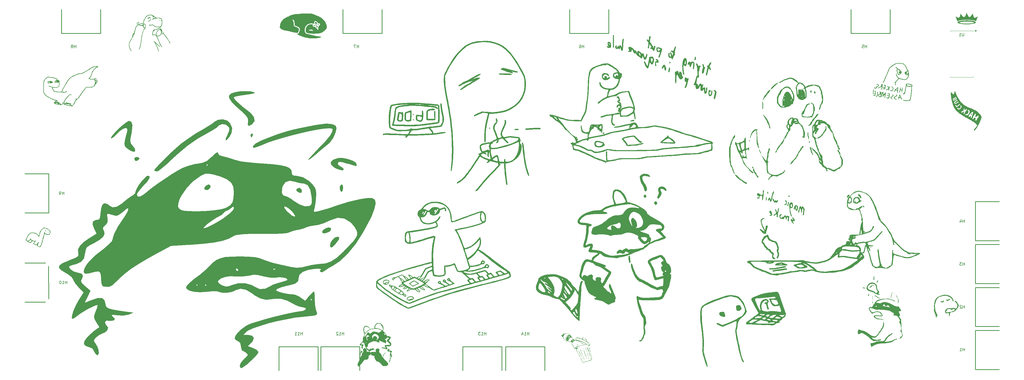
<source format=gbr>
%TF.GenerationSoftware,KiCad,Pcbnew,9.0.2*%
%TF.CreationDate,2025-07-28T10:47:05-04:00*%
%TF.ProjectId,Riptide,52697074-6964-4652-9e6b-696361645f70,rev?*%
%TF.SameCoordinates,Original*%
%TF.FileFunction,Legend,Bot*%
%TF.FilePolarity,Positive*%
%FSLAX46Y46*%
G04 Gerber Fmt 4.6, Leading zero omitted, Abs format (unit mm)*
G04 Created by KiCad (PCBNEW 9.0.2) date 2025-07-28 10:47:05*
%MOMM*%
%LPD*%
G01*
G04 APERTURE LIST*
%ADD10C,0.150000*%
%ADD11C,0.000000*%
%ADD12C,0.250000*%
%ADD13C,0.100000*%
%ADD14C,0.120000*%
G04 APERTURE END LIST*
D10*
X346261904Y-108954819D02*
X346261904Y-107954819D01*
X346261904Y-108431009D02*
X345690476Y-108431009D01*
X345690476Y-108954819D02*
X345690476Y-107954819D01*
X345309523Y-107954819D02*
X344690476Y-107954819D01*
X344690476Y-107954819D02*
X345023809Y-108335771D01*
X345023809Y-108335771D02*
X344880952Y-108335771D01*
X344880952Y-108335771D02*
X344785714Y-108383390D01*
X344785714Y-108383390D02*
X344738095Y-108431009D01*
X344738095Y-108431009D02*
X344690476Y-108526247D01*
X344690476Y-108526247D02*
X344690476Y-108764342D01*
X344690476Y-108764342D02*
X344738095Y-108859580D01*
X344738095Y-108859580D02*
X344785714Y-108907200D01*
X344785714Y-108907200D02*
X344880952Y-108954819D01*
X344880952Y-108954819D02*
X345166666Y-108954819D01*
X345166666Y-108954819D02*
X345261904Y-108907200D01*
X345261904Y-108907200D02*
X345309523Y-108859580D01*
X346261904Y-94454819D02*
X346261904Y-93454819D01*
X346261904Y-93931009D02*
X345690476Y-93931009D01*
X345690476Y-94454819D02*
X345690476Y-93454819D01*
X344785714Y-93788152D02*
X344785714Y-94454819D01*
X345023809Y-93407200D02*
X345261904Y-94121485D01*
X345261904Y-94121485D02*
X344642857Y-94121485D01*
X141761904Y-35454819D02*
X141761904Y-34454819D01*
X141761904Y-34931009D02*
X141190476Y-34931009D01*
X141190476Y-35454819D02*
X141190476Y-34454819D01*
X140809523Y-34454819D02*
X140142857Y-34454819D01*
X140142857Y-34454819D02*
X140571428Y-35454819D01*
X43238094Y-115167319D02*
X43238094Y-114167319D01*
X43238094Y-114643509D02*
X42666666Y-114643509D01*
X42666666Y-115167319D02*
X42666666Y-114167319D01*
X41666666Y-115167319D02*
X42238094Y-115167319D01*
X41952380Y-115167319D02*
X41952380Y-114167319D01*
X41952380Y-114167319D02*
X42047618Y-114310176D01*
X42047618Y-114310176D02*
X42142856Y-114405414D01*
X42142856Y-114405414D02*
X42238094Y-114453033D01*
X41047618Y-114167319D02*
X40952380Y-114167319D01*
X40952380Y-114167319D02*
X40857142Y-114214938D01*
X40857142Y-114214938D02*
X40809523Y-114262557D01*
X40809523Y-114262557D02*
X40761904Y-114357795D01*
X40761904Y-114357795D02*
X40714285Y-114548271D01*
X40714285Y-114548271D02*
X40714285Y-114786366D01*
X40714285Y-114786366D02*
X40761904Y-114976842D01*
X40761904Y-114976842D02*
X40809523Y-115072080D01*
X40809523Y-115072080D02*
X40857142Y-115119700D01*
X40857142Y-115119700D02*
X40952380Y-115167319D01*
X40952380Y-115167319D02*
X41047618Y-115167319D01*
X41047618Y-115167319D02*
X41142856Y-115119700D01*
X41142856Y-115119700D02*
X41190475Y-115072080D01*
X41190475Y-115072080D02*
X41238094Y-114976842D01*
X41238094Y-114976842D02*
X41285713Y-114786366D01*
X41285713Y-114786366D02*
X41285713Y-114548271D01*
X41285713Y-114548271D02*
X41238094Y-114357795D01*
X41238094Y-114357795D02*
X41190475Y-114262557D01*
X41190475Y-114262557D02*
X41142856Y-114214938D01*
X41142856Y-114214938D02*
X41047618Y-114167319D01*
X46261904Y-35454819D02*
X46261904Y-34454819D01*
X46261904Y-34931009D02*
X45690476Y-34931009D01*
X45690476Y-35454819D02*
X45690476Y-34454819D01*
X45071428Y-34883390D02*
X45166666Y-34835771D01*
X45166666Y-34835771D02*
X45214285Y-34788152D01*
X45214285Y-34788152D02*
X45261904Y-34692914D01*
X45261904Y-34692914D02*
X45261904Y-34645295D01*
X45261904Y-34645295D02*
X45214285Y-34550057D01*
X45214285Y-34550057D02*
X45166666Y-34502438D01*
X45166666Y-34502438D02*
X45071428Y-34454819D01*
X45071428Y-34454819D02*
X44880952Y-34454819D01*
X44880952Y-34454819D02*
X44785714Y-34502438D01*
X44785714Y-34502438D02*
X44738095Y-34550057D01*
X44738095Y-34550057D02*
X44690476Y-34645295D01*
X44690476Y-34645295D02*
X44690476Y-34692914D01*
X44690476Y-34692914D02*
X44738095Y-34788152D01*
X44738095Y-34788152D02*
X44785714Y-34835771D01*
X44785714Y-34835771D02*
X44880952Y-34883390D01*
X44880952Y-34883390D02*
X45071428Y-34883390D01*
X45071428Y-34883390D02*
X45166666Y-34931009D01*
X45166666Y-34931009D02*
X45214285Y-34978628D01*
X45214285Y-34978628D02*
X45261904Y-35073866D01*
X45261904Y-35073866D02*
X45261904Y-35264342D01*
X45261904Y-35264342D02*
X45214285Y-35359580D01*
X45214285Y-35359580D02*
X45166666Y-35407200D01*
X45166666Y-35407200D02*
X45071428Y-35454819D01*
X45071428Y-35454819D02*
X44880952Y-35454819D01*
X44880952Y-35454819D02*
X44785714Y-35407200D01*
X44785714Y-35407200D02*
X44738095Y-35359580D01*
X44738095Y-35359580D02*
X44690476Y-35264342D01*
X44690476Y-35264342D02*
X44690476Y-35073866D01*
X44690476Y-35073866D02*
X44738095Y-34978628D01*
X44738095Y-34978628D02*
X44785714Y-34931009D01*
X44785714Y-34931009D02*
X44880952Y-34883390D01*
X346036904Y-30487319D02*
X346036904Y-31296842D01*
X346036904Y-31296842D02*
X345989285Y-31392080D01*
X345989285Y-31392080D02*
X345941666Y-31439700D01*
X345941666Y-31439700D02*
X345846428Y-31487319D01*
X345846428Y-31487319D02*
X345655952Y-31487319D01*
X345655952Y-31487319D02*
X345560714Y-31439700D01*
X345560714Y-31439700D02*
X345513095Y-31392080D01*
X345513095Y-31392080D02*
X345465476Y-31296842D01*
X345465476Y-31296842D02*
X345465476Y-30487319D01*
X344465476Y-31487319D02*
X345036904Y-31487319D01*
X344751190Y-31487319D02*
X344751190Y-30487319D01*
X344751190Y-30487319D02*
X344846428Y-30630176D01*
X344846428Y-30630176D02*
X344941666Y-30725414D01*
X344941666Y-30725414D02*
X345036904Y-30773033D01*
X199238094Y-132454819D02*
X199238094Y-131454819D01*
X199238094Y-131931009D02*
X198666666Y-131931009D01*
X198666666Y-132454819D02*
X198666666Y-131454819D01*
X197666666Y-132454819D02*
X198238094Y-132454819D01*
X197952380Y-132454819D02*
X197952380Y-131454819D01*
X197952380Y-131454819D02*
X198047618Y-131597676D01*
X198047618Y-131597676D02*
X198142856Y-131692914D01*
X198142856Y-131692914D02*
X198238094Y-131740533D01*
X196809523Y-131788152D02*
X196809523Y-132454819D01*
X197047618Y-131407200D02*
X197285713Y-132121485D01*
X197285713Y-132121485D02*
X196666666Y-132121485D01*
X42261904Y-85027319D02*
X42261904Y-84027319D01*
X42261904Y-84503509D02*
X41690476Y-84503509D01*
X41690476Y-85027319D02*
X41690476Y-84027319D01*
X41166666Y-85027319D02*
X40976190Y-85027319D01*
X40976190Y-85027319D02*
X40880952Y-84979700D01*
X40880952Y-84979700D02*
X40833333Y-84932080D01*
X40833333Y-84932080D02*
X40738095Y-84789223D01*
X40738095Y-84789223D02*
X40690476Y-84598747D01*
X40690476Y-84598747D02*
X40690476Y-84217795D01*
X40690476Y-84217795D02*
X40738095Y-84122557D01*
X40738095Y-84122557D02*
X40785714Y-84074938D01*
X40785714Y-84074938D02*
X40880952Y-84027319D01*
X40880952Y-84027319D02*
X41071428Y-84027319D01*
X41071428Y-84027319D02*
X41166666Y-84074938D01*
X41166666Y-84074938D02*
X41214285Y-84122557D01*
X41214285Y-84122557D02*
X41261904Y-84217795D01*
X41261904Y-84217795D02*
X41261904Y-84455890D01*
X41261904Y-84455890D02*
X41214285Y-84551128D01*
X41214285Y-84551128D02*
X41166666Y-84598747D01*
X41166666Y-84598747D02*
X41071428Y-84646366D01*
X41071428Y-84646366D02*
X40880952Y-84646366D01*
X40880952Y-84646366D02*
X40785714Y-84598747D01*
X40785714Y-84598747D02*
X40738095Y-84551128D01*
X40738095Y-84551128D02*
X40690476Y-84455890D01*
X122738094Y-132454819D02*
X122738094Y-131454819D01*
X122738094Y-131931009D02*
X122166666Y-131931009D01*
X122166666Y-132454819D02*
X122166666Y-131454819D01*
X121166666Y-132454819D02*
X121738094Y-132454819D01*
X121452380Y-132454819D02*
X121452380Y-131454819D01*
X121452380Y-131454819D02*
X121547618Y-131597676D01*
X121547618Y-131597676D02*
X121642856Y-131692914D01*
X121642856Y-131692914D02*
X121738094Y-131740533D01*
X120214285Y-132454819D02*
X120785713Y-132454819D01*
X120499999Y-132454819D02*
X120499999Y-131454819D01*
X120499999Y-131454819D02*
X120595237Y-131597676D01*
X120595237Y-131597676D02*
X120690475Y-131692914D01*
X120690475Y-131692914D02*
X120785713Y-131740533D01*
X217761904Y-35454819D02*
X217761904Y-34454819D01*
X217761904Y-34931009D02*
X217190476Y-34931009D01*
X217190476Y-35454819D02*
X217190476Y-34454819D01*
X216285714Y-34454819D02*
X216476190Y-34454819D01*
X216476190Y-34454819D02*
X216571428Y-34502438D01*
X216571428Y-34502438D02*
X216619047Y-34550057D01*
X216619047Y-34550057D02*
X216714285Y-34692914D01*
X216714285Y-34692914D02*
X216761904Y-34883390D01*
X216761904Y-34883390D02*
X216761904Y-35264342D01*
X216761904Y-35264342D02*
X216714285Y-35359580D01*
X216714285Y-35359580D02*
X216666666Y-35407200D01*
X216666666Y-35407200D02*
X216571428Y-35454819D01*
X216571428Y-35454819D02*
X216380952Y-35454819D01*
X216380952Y-35454819D02*
X216285714Y-35407200D01*
X216285714Y-35407200D02*
X216238095Y-35359580D01*
X216238095Y-35359580D02*
X216190476Y-35264342D01*
X216190476Y-35264342D02*
X216190476Y-35026247D01*
X216190476Y-35026247D02*
X216238095Y-34931009D01*
X216238095Y-34931009D02*
X216285714Y-34883390D01*
X216285714Y-34883390D02*
X216380952Y-34835771D01*
X216380952Y-34835771D02*
X216571428Y-34835771D01*
X216571428Y-34835771D02*
X216666666Y-34883390D01*
X216666666Y-34883390D02*
X216714285Y-34931009D01*
X216714285Y-34931009D02*
X216761904Y-35026247D01*
X136738094Y-132454819D02*
X136738094Y-131454819D01*
X136738094Y-131931009D02*
X136166666Y-131931009D01*
X136166666Y-132454819D02*
X136166666Y-131454819D01*
X135166666Y-132454819D02*
X135738094Y-132454819D01*
X135452380Y-132454819D02*
X135452380Y-131454819D01*
X135452380Y-131454819D02*
X135547618Y-131597676D01*
X135547618Y-131597676D02*
X135642856Y-131692914D01*
X135642856Y-131692914D02*
X135738094Y-131740533D01*
X134785713Y-131550057D02*
X134738094Y-131502438D01*
X134738094Y-131502438D02*
X134642856Y-131454819D01*
X134642856Y-131454819D02*
X134404761Y-131454819D01*
X134404761Y-131454819D02*
X134309523Y-131502438D01*
X134309523Y-131502438D02*
X134261904Y-131550057D01*
X134261904Y-131550057D02*
X134214285Y-131645295D01*
X134214285Y-131645295D02*
X134214285Y-131740533D01*
X134214285Y-131740533D02*
X134261904Y-131883390D01*
X134261904Y-131883390D02*
X134833332Y-132454819D01*
X134833332Y-132454819D02*
X134214285Y-132454819D01*
X184738094Y-132454819D02*
X184738094Y-131454819D01*
X184738094Y-131931009D02*
X184166666Y-131931009D01*
X184166666Y-132454819D02*
X184166666Y-131454819D01*
X183166666Y-132454819D02*
X183738094Y-132454819D01*
X183452380Y-132454819D02*
X183452380Y-131454819D01*
X183452380Y-131454819D02*
X183547618Y-131597676D01*
X183547618Y-131597676D02*
X183642856Y-131692914D01*
X183642856Y-131692914D02*
X183738094Y-131740533D01*
X182833332Y-131454819D02*
X182214285Y-131454819D01*
X182214285Y-131454819D02*
X182547618Y-131835771D01*
X182547618Y-131835771D02*
X182404761Y-131835771D01*
X182404761Y-131835771D02*
X182309523Y-131883390D01*
X182309523Y-131883390D02*
X182261904Y-131931009D01*
X182261904Y-131931009D02*
X182214285Y-132026247D01*
X182214285Y-132026247D02*
X182214285Y-132264342D01*
X182214285Y-132264342D02*
X182261904Y-132359580D01*
X182261904Y-132359580D02*
X182309523Y-132407200D01*
X182309523Y-132407200D02*
X182404761Y-132454819D01*
X182404761Y-132454819D02*
X182690475Y-132454819D01*
X182690475Y-132454819D02*
X182785713Y-132407200D01*
X182785713Y-132407200D02*
X182833332Y-132359580D01*
X346261904Y-137854819D02*
X346261904Y-136854819D01*
X346261904Y-137331009D02*
X345690476Y-137331009D01*
X345690476Y-137854819D02*
X345690476Y-136854819D01*
X344690476Y-137854819D02*
X345261904Y-137854819D01*
X344976190Y-137854819D02*
X344976190Y-136854819D01*
X344976190Y-136854819D02*
X345071428Y-136997676D01*
X345071428Y-136997676D02*
X345166666Y-137092914D01*
X345166666Y-137092914D02*
X345261904Y-137140533D01*
X346261904Y-123454819D02*
X346261904Y-122454819D01*
X346261904Y-122931009D02*
X345690476Y-122931009D01*
X345690476Y-123454819D02*
X345690476Y-122454819D01*
X345261904Y-122550057D02*
X345214285Y-122502438D01*
X345214285Y-122502438D02*
X345119047Y-122454819D01*
X345119047Y-122454819D02*
X344880952Y-122454819D01*
X344880952Y-122454819D02*
X344785714Y-122502438D01*
X344785714Y-122502438D02*
X344738095Y-122550057D01*
X344738095Y-122550057D02*
X344690476Y-122645295D01*
X344690476Y-122645295D02*
X344690476Y-122740533D01*
X344690476Y-122740533D02*
X344738095Y-122883390D01*
X344738095Y-122883390D02*
X345309523Y-123454819D01*
X345309523Y-123454819D02*
X344690476Y-123454819D01*
X313261904Y-35454819D02*
X313261904Y-34454819D01*
X313261904Y-34931009D02*
X312690476Y-34931009D01*
X312690476Y-35454819D02*
X312690476Y-34454819D01*
X311738095Y-34454819D02*
X312214285Y-34454819D01*
X312214285Y-34454819D02*
X312261904Y-34931009D01*
X312261904Y-34931009D02*
X312214285Y-34883390D01*
X312214285Y-34883390D02*
X312119047Y-34835771D01*
X312119047Y-34835771D02*
X311880952Y-34835771D01*
X311880952Y-34835771D02*
X311785714Y-34883390D01*
X311785714Y-34883390D02*
X311738095Y-34931009D01*
X311738095Y-34931009D02*
X311690476Y-35026247D01*
X311690476Y-35026247D02*
X311690476Y-35264342D01*
X311690476Y-35264342D02*
X311738095Y-35359580D01*
X311738095Y-35359580D02*
X311785714Y-35407200D01*
X311785714Y-35407200D02*
X311880952Y-35454819D01*
X311880952Y-35454819D02*
X312119047Y-35454819D01*
X312119047Y-35454819D02*
X312214285Y-35407200D01*
X312214285Y-35407200D02*
X312261904Y-35359580D01*
D11*
%TO.C,G\u002A\u002A\u002A*%
G36*
X38617451Y-47215928D02*
G01*
X38599861Y-47233518D01*
X38582271Y-47215928D01*
X38599861Y-47198338D01*
X38617451Y-47215928D01*
G37*
G36*
X41913467Y-53771434D02*
G01*
X41936403Y-53830876D01*
X41927014Y-53916000D01*
X41906442Y-54053604D01*
X41879374Y-54208102D01*
X41849230Y-54362202D01*
X41819430Y-54498616D01*
X41793394Y-54600053D01*
X41774541Y-54649224D01*
X41765486Y-54659234D01*
X41702828Y-54686960D01*
X41649548Y-54658784D01*
X41629388Y-54585184D01*
X41638425Y-54484831D01*
X41656820Y-54348863D01*
X41681345Y-54196588D01*
X41708869Y-54045210D01*
X41736258Y-53911931D01*
X41760380Y-53813957D01*
X41778102Y-53768490D01*
X41788470Y-53759639D01*
X41853845Y-53743624D01*
X41913467Y-53771434D01*
G37*
G36*
X38464776Y-47172547D02*
G01*
X38413963Y-47258731D01*
X38325990Y-47322305D01*
X38311247Y-47327376D01*
X38224518Y-47342660D01*
X38090279Y-47355209D01*
X37921615Y-47364874D01*
X37731608Y-47371503D01*
X37533341Y-47374945D01*
X37339899Y-47375049D01*
X37164364Y-47371663D01*
X37019820Y-47364637D01*
X36919351Y-47353819D01*
X36876039Y-47339058D01*
X36853359Y-47320033D01*
X36786012Y-47303878D01*
X36774714Y-47303493D01*
X36738479Y-47287798D01*
X36721772Y-47236478D01*
X36717728Y-47132286D01*
X36725032Y-47058548D01*
X36901608Y-47058548D01*
X36911930Y-47111829D01*
X36983234Y-47157511D01*
X37011916Y-47167175D01*
X37097950Y-47182485D01*
X37209833Y-47192746D01*
X37331573Y-47197810D01*
X37447175Y-47197530D01*
X37540648Y-47191760D01*
X37595997Y-47180351D01*
X37597230Y-47163158D01*
X37567216Y-47147902D01*
X37482895Y-47128517D01*
X37463415Y-47126100D01*
X37430546Y-47091888D01*
X37421329Y-47004848D01*
X37421329Y-46881718D01*
X37233971Y-46881718D01*
X37118190Y-46887485D01*
X37034394Y-46911929D01*
X36970121Y-46963140D01*
X36951331Y-46983747D01*
X36901608Y-47058548D01*
X36725032Y-47058548D01*
X36731530Y-46992953D01*
X36774163Y-46913856D01*
X36813412Y-46870581D01*
X36861243Y-46786418D01*
X36889777Y-46737773D01*
X36944994Y-46712172D01*
X37047304Y-46705817D01*
X37063669Y-46705675D01*
X37174114Y-46691470D01*
X37222971Y-46653047D01*
X37238007Y-46635314D01*
X37310885Y-46609893D01*
X37424158Y-46599901D01*
X37558784Y-46605107D01*
X37695719Y-46625283D01*
X37815922Y-46660198D01*
X37889229Y-46687284D01*
X38032602Y-46733959D01*
X38177229Y-46775299D01*
X38251686Y-46795833D01*
X38339723Y-46828821D01*
X38384014Y-46865955D01*
X38400947Y-46917664D01*
X38416032Y-46980532D01*
X38448850Y-47048366D01*
X38468502Y-47085887D01*
X38465180Y-47163158D01*
X38464776Y-47172547D01*
G37*
G36*
X53181994Y-46491060D02*
G01*
X53366690Y-46501693D01*
X53466653Y-46509159D01*
X53526855Y-46525370D01*
X53552624Y-46562008D01*
X53562772Y-46631530D01*
X53565690Y-46669240D01*
X53561893Y-46722020D01*
X53555431Y-46811860D01*
X53498332Y-46922521D01*
X53383528Y-47025082D01*
X53323875Y-47069235D01*
X53271633Y-47118761D01*
X53242601Y-47176266D01*
X53227532Y-47262495D01*
X53219949Y-47361832D01*
X53217174Y-47398193D01*
X53199584Y-47663768D01*
X52995463Y-47739773D01*
X52958248Y-47753900D01*
X52836210Y-47809523D01*
X52765784Y-47869022D01*
X52733325Y-47948835D01*
X52725192Y-48065400D01*
X52717159Y-48160032D01*
X52680858Y-48238369D01*
X52600299Y-48320455D01*
X52562276Y-48351415D01*
X52474583Y-48407439D01*
X52408885Y-48429640D01*
X52369710Y-48435385D01*
X52318742Y-48466990D01*
X52289337Y-48496549D01*
X52219920Y-48538650D01*
X52218552Y-48539273D01*
X52148596Y-48573638D01*
X52040363Y-48629397D01*
X51916687Y-48694790D01*
X51689191Y-48816621D01*
X50861285Y-48816817D01*
X50667173Y-48817324D01*
X50402706Y-48820599D01*
X50193605Y-48827894D01*
X50030608Y-48840342D01*
X49904452Y-48859074D01*
X49805874Y-48885223D01*
X49725610Y-48919919D01*
X49654397Y-48964296D01*
X49593609Y-49019511D01*
X49506701Y-49138993D01*
X49442672Y-49273910D01*
X49417728Y-49394787D01*
X49396577Y-49470383D01*
X49315585Y-49536055D01*
X49307563Y-49540430D01*
X49217795Y-49611496D01*
X49141169Y-49704064D01*
X49107677Y-49751602D01*
X49020806Y-49855134D01*
X48922978Y-49955102D01*
X48872080Y-50007451D01*
X48776311Y-50129729D01*
X48707842Y-50247428D01*
X48683450Y-50297874D01*
X48632062Y-50381313D01*
X48590087Y-50422530D01*
X48559388Y-50446444D01*
X48498691Y-50517178D01*
X48430343Y-50614456D01*
X48429793Y-50615312D01*
X48349604Y-50732609D01*
X48246581Y-50873296D01*
X48142881Y-51007105D01*
X48135246Y-51016669D01*
X48040439Y-51144805D01*
X47957312Y-51272394D01*
X47903087Y-51373144D01*
X47883460Y-51414010D01*
X47807436Y-51540161D01*
X47720436Y-51654584D01*
X47644978Y-51742946D01*
X47540067Y-51879634D01*
X47471930Y-51988809D01*
X47447645Y-52059953D01*
X47447626Y-52060707D01*
X47423941Y-52110615D01*
X47364031Y-52192902D01*
X47280540Y-52290152D01*
X47194386Y-52385419D01*
X47085431Y-52509613D01*
X46998101Y-52613054D01*
X46959713Y-52656184D01*
X46856864Y-52749212D01*
X46759419Y-52812966D01*
X46742715Y-52821325D01*
X46655096Y-52879044D01*
X46601065Y-52936909D01*
X46600804Y-52937391D01*
X46545122Y-52999363D01*
X46460937Y-53056679D01*
X46442747Y-53067288D01*
X46346131Y-53163982D01*
X46248495Y-53329689D01*
X46247651Y-53331407D01*
X46146414Y-53533176D01*
X46040230Y-53737277D01*
X45937949Y-53927270D01*
X45848420Y-54086714D01*
X45780492Y-54199169D01*
X45760022Y-54230816D01*
X45683491Y-54350160D01*
X45607752Y-54469412D01*
X45555539Y-54546655D01*
X45461706Y-54673343D01*
X45364317Y-54794588D01*
X45291201Y-54881496D01*
X45192121Y-55000414D01*
X45113502Y-55096020D01*
X45090889Y-55123238D01*
X45024822Y-55186200D01*
X44952023Y-55213479D01*
X44840856Y-55219391D01*
X44753727Y-55216254D01*
X44687584Y-55200100D01*
X44668421Y-55166621D01*
X44663416Y-55147774D01*
X44628313Y-55127173D01*
X44548648Y-55116742D01*
X44411606Y-55113851D01*
X44398743Y-55113811D01*
X44270245Y-55108953D01*
X44170930Y-55097566D01*
X44121371Y-55081914D01*
X44099838Y-55070118D01*
X44020453Y-55048393D01*
X43912050Y-55031944D01*
X43870311Y-55027129D01*
X43708192Y-55001729D01*
X43524358Y-54965278D01*
X43337053Y-54922172D01*
X43164521Y-54876808D01*
X43025005Y-54833584D01*
X42936752Y-54796896D01*
X42889403Y-54779800D01*
X42790624Y-54751512D01*
X42661078Y-54717532D01*
X42520317Y-54682692D01*
X42387897Y-54651823D01*
X42283370Y-54629759D01*
X42226292Y-54621330D01*
X42205524Y-54609930D01*
X42155560Y-54566047D01*
X42122047Y-54497880D01*
X42121618Y-54495143D01*
X42618844Y-54495143D01*
X42641736Y-54513018D01*
X42715928Y-54531587D01*
X42750378Y-54538513D01*
X42883941Y-54574376D01*
X43014958Y-54619766D01*
X43052798Y-54634160D01*
X43190084Y-54678239D01*
X43313989Y-54708150D01*
X43341538Y-54713446D01*
X43434747Y-54737422D01*
X43489889Y-54761029D01*
X43503743Y-54770077D01*
X43537697Y-54783401D01*
X43596661Y-54797841D01*
X43691791Y-54815632D01*
X43834245Y-54839008D01*
X44035180Y-54870202D01*
X44143631Y-54886199D01*
X44305186Y-54908357D01*
X44439750Y-54925043D01*
X44615651Y-54944837D01*
X44516809Y-54840536D01*
X44472459Y-54799120D01*
X44339776Y-54706089D01*
X44182943Y-54624045D01*
X44027267Y-54565206D01*
X43898057Y-54541792D01*
X43887745Y-54541502D01*
X43788312Y-54526709D01*
X43718559Y-54497245D01*
X43669921Y-54467157D01*
X43581274Y-54439493D01*
X43501631Y-54438868D01*
X43457576Y-54468235D01*
X43452480Y-54478264D01*
X43399894Y-54511151D01*
X43332050Y-54508898D01*
X43286705Y-54470912D01*
X43252555Y-54444392D01*
X43166655Y-54410855D01*
X43050123Y-54380726D01*
X42928229Y-54357695D01*
X42852789Y-54352664D01*
X42802516Y-54367385D01*
X42755755Y-54403536D01*
X42692533Y-54453239D01*
X42627978Y-54489214D01*
X42618844Y-54495143D01*
X42121618Y-54495143D01*
X42102713Y-54374498D01*
X42102034Y-54338652D01*
X42276177Y-54338652D01*
X42289052Y-54385879D01*
X42344224Y-54444192D01*
X42369991Y-54456463D01*
X42459101Y-54478644D01*
X42529207Y-54469584D01*
X42557617Y-54430717D01*
X42559625Y-54404426D01*
X42575380Y-54339889D01*
X44000000Y-54339889D01*
X44004940Y-54355113D01*
X44049853Y-54375069D01*
X44074735Y-54378813D01*
X44156945Y-54403685D01*
X44260934Y-54444179D01*
X44345254Y-54479540D01*
X44399111Y-54495617D01*
X44419181Y-54483830D01*
X44422160Y-54444179D01*
X44418738Y-54415307D01*
X44385302Y-54383381D01*
X44301106Y-54375069D01*
X44290342Y-54374933D01*
X44205091Y-54363681D01*
X44158310Y-54339889D01*
X44135631Y-54320864D01*
X44068284Y-54304709D01*
X44029372Y-54311023D01*
X44017076Y-54323107D01*
X44000000Y-54339889D01*
X42575380Y-54339889D01*
X42578971Y-54325177D01*
X42579745Y-54323107D01*
X42579355Y-54289657D01*
X42536849Y-54273640D01*
X42438251Y-54269529D01*
X42423589Y-54269573D01*
X42329929Y-54275262D01*
X42286674Y-54295779D01*
X42276177Y-54338652D01*
X42102034Y-54338652D01*
X42099726Y-54216759D01*
X43472299Y-54216759D01*
X43489889Y-54234349D01*
X43507479Y-54216759D01*
X43489889Y-54199169D01*
X43472299Y-54216759D01*
X42099726Y-54216759D01*
X42099713Y-54216053D01*
X42106161Y-54122113D01*
X43014958Y-54122113D01*
X43022279Y-54141891D01*
X43070668Y-54177839D01*
X43101453Y-54183905D01*
X43112444Y-54157417D01*
X43111354Y-54154381D01*
X43077690Y-54113429D01*
X43035613Y-54099072D01*
X43014958Y-54122113D01*
X42106161Y-54122113D01*
X42111828Y-54039562D01*
X42137841Y-53862044D01*
X42176534Y-53700517D01*
X42226689Y-53572000D01*
X42260591Y-53496120D01*
X42275960Y-53438311D01*
X42282879Y-53412614D01*
X42325522Y-53357690D01*
X42353955Y-53323827D01*
X42407030Y-53238454D01*
X42463607Y-53129317D01*
X42515656Y-53031914D01*
X42607774Y-52885306D01*
X42704497Y-52752583D01*
X42838688Y-52583428D01*
X42956180Y-52428858D01*
X43026653Y-52326510D01*
X43050138Y-52276342D01*
X43057817Y-52261691D01*
X43104816Y-52204182D01*
X43185087Y-52116864D01*
X43287604Y-52012008D01*
X43344552Y-51954741D01*
X43490339Y-51805068D01*
X43646316Y-51641718D01*
X43787207Y-51491050D01*
X44049345Y-51206628D01*
X44420448Y-51216541D01*
X44459538Y-51217612D01*
X44612076Y-51223158D01*
X44709166Y-51231174D01*
X44763189Y-51244336D01*
X44786524Y-51265324D01*
X44791551Y-51296815D01*
X44786794Y-51328011D01*
X44763277Y-51349898D01*
X44708093Y-51363364D01*
X44608346Y-51371453D01*
X44451140Y-51377212D01*
X44110728Y-51387250D01*
X43812322Y-51729013D01*
X43810754Y-51730808D01*
X43686398Y-51871364D01*
X43567829Y-52002159D01*
X43468400Y-52108655D01*
X43401463Y-52176316D01*
X43338054Y-52242338D01*
X43242373Y-52355305D01*
X43150873Y-52475346D01*
X43084727Y-52566241D01*
X42973417Y-52714364D01*
X42871840Y-52844737D01*
X42807702Y-52931259D01*
X42707890Y-53084632D01*
X42625322Y-53231718D01*
X42572330Y-53335651D01*
X42499211Y-53474371D01*
X42438445Y-53584793D01*
X42421883Y-53615504D01*
X42366800Y-53742540D01*
X42332210Y-53859937D01*
X42328611Y-53878653D01*
X42307252Y-53976069D01*
X42289043Y-54040485D01*
X42287723Y-54055493D01*
X42316468Y-54076554D01*
X42394751Y-54090401D01*
X42532967Y-54099552D01*
X42795080Y-54111219D01*
X42894177Y-53979294D01*
X42975813Y-53890445D01*
X43065531Y-53849144D01*
X43151909Y-53877125D01*
X43239412Y-53974326D01*
X43268449Y-54016571D01*
X43308300Y-54066513D01*
X43327313Y-54065305D01*
X43337425Y-54018301D01*
X43353108Y-53970078D01*
X43409229Y-53928328D01*
X43488858Y-53939402D01*
X43576465Y-54004216D01*
X43582442Y-54010420D01*
X43657407Y-54069392D01*
X43722615Y-54093629D01*
X43756342Y-54097725D01*
X43803380Y-54123746D01*
X43822379Y-54133484D01*
X43895841Y-54141050D01*
X44001274Y-54136637D01*
X44062746Y-54133173D01*
X44177812Y-54138725D01*
X44254132Y-54157417D01*
X44257382Y-54158213D01*
X44258489Y-54158767D01*
X44348753Y-54188746D01*
X44457340Y-54206888D01*
X44580471Y-54216759D01*
X44590913Y-54435431D01*
X44591534Y-54444179D01*
X44599256Y-54552912D01*
X44618218Y-54634771D01*
X44658176Y-54695375D01*
X44730034Y-54760171D01*
X44764993Y-54790473D01*
X44847567Y-54873689D01*
X44899762Y-54942941D01*
X44900782Y-54944837D01*
X44907090Y-54956568D01*
X44934228Y-54995359D01*
X44960562Y-54983797D01*
X45005149Y-54917232D01*
X45042968Y-54863054D01*
X45123564Y-54760927D01*
X45214749Y-54655642D01*
X45277931Y-54583621D01*
X45364492Y-54476584D01*
X45424915Y-54391791D01*
X45463434Y-54330346D01*
X45534659Y-54218128D01*
X45611172Y-54098700D01*
X45635258Y-54059786D01*
X45705761Y-53937671D01*
X45794446Y-53776578D01*
X45892363Y-53592919D01*
X45990560Y-53403103D01*
X46049960Y-53285944D01*
X46130485Y-53123136D01*
X46186190Y-53000303D01*
X46221979Y-52903212D01*
X46242751Y-52817631D01*
X46253408Y-52729328D01*
X46258853Y-52624071D01*
X46260866Y-52574147D01*
X46268540Y-52455596D01*
X46281372Y-52388627D01*
X46303602Y-52358935D01*
X46339473Y-52352216D01*
X46377027Y-52360143D01*
X46400974Y-52393952D01*
X46416354Y-52468458D01*
X46428521Y-52598477D01*
X46429648Y-52612972D01*
X46443067Y-52736378D01*
X46458529Y-52791993D01*
X46476649Y-52782160D01*
X46491395Y-52761398D01*
X46560466Y-52704776D01*
X46657627Y-52650548D01*
X46693526Y-52632202D01*
X46805156Y-52554005D01*
X46888466Y-52466865D01*
X46934843Y-52404673D01*
X47023606Y-52296010D01*
X47119755Y-52186618D01*
X47190150Y-52102804D01*
X47249404Y-52015684D01*
X47272437Y-51957948D01*
X47276082Y-51941742D01*
X47312918Y-51870523D01*
X47380912Y-51768807D01*
X47469508Y-51652933D01*
X47500826Y-51613727D01*
X47593196Y-51490906D01*
X47667428Y-51381934D01*
X47709759Y-51306650D01*
X47715842Y-51293422D01*
X47770498Y-51200816D01*
X47865599Y-51061120D01*
X47997141Y-50879880D01*
X48161120Y-50662642D01*
X48353532Y-50414952D01*
X48355673Y-50412227D01*
X48429995Y-50315098D01*
X48482896Y-50241197D01*
X48503047Y-50206332D01*
X48504684Y-50197414D01*
X48534923Y-50138353D01*
X48593156Y-50050952D01*
X48666052Y-49952637D01*
X48740284Y-49860836D01*
X48802525Y-49792975D01*
X48839444Y-49766482D01*
X48841020Y-49766432D01*
X48890189Y-49735952D01*
X48940097Y-49666164D01*
X48955757Y-49639569D01*
X49027838Y-49546326D01*
X49116901Y-49456159D01*
X49153040Y-49421302D01*
X49216647Y-49339467D01*
X49241828Y-49273635D01*
X49273015Y-49136374D01*
X49359753Y-48993967D01*
X49489015Y-48861559D01*
X49647767Y-48752462D01*
X49822976Y-48679992D01*
X49832003Y-48677775D01*
X49925068Y-48665440D01*
X50078063Y-48655111D01*
X50282060Y-48647151D01*
X50528129Y-48641925D01*
X50807340Y-48639798D01*
X50989928Y-48639231D01*
X51226392Y-48637056D01*
X51405953Y-48632896D01*
X51536851Y-48626271D01*
X51627324Y-48616704D01*
X51685611Y-48603717D01*
X51719951Y-48586831D01*
X51774000Y-48555767D01*
X51852353Y-48535180D01*
X51891842Y-48530643D01*
X52014845Y-48478732D01*
X52173136Y-48368075D01*
X52183604Y-48359963D01*
X52263244Y-48309531D01*
X52322782Y-48288920D01*
X52344478Y-48285912D01*
X52372853Y-48258649D01*
X52374979Y-48248690D01*
X52403694Y-48189633D01*
X52455248Y-48106963D01*
X52463882Y-48093666D01*
X52523609Y-47970860D01*
X52560128Y-47844932D01*
X52561905Y-47834502D01*
X52596237Y-47703811D01*
X52644555Y-47583252D01*
X52649166Y-47571478D01*
X52876427Y-47571478D01*
X52899804Y-47566047D01*
X52962119Y-47540390D01*
X52999608Y-47512219D01*
X53037316Y-47441964D01*
X53046672Y-47361832D01*
X53026480Y-47296013D01*
X52975546Y-47268698D01*
X52944265Y-47275123D01*
X52910769Y-47318932D01*
X52889854Y-47417540D01*
X52884863Y-47456633D01*
X52876625Y-47537079D01*
X52876427Y-47571478D01*
X52649166Y-47571478D01*
X52674115Y-47507776D01*
X52693430Y-47407661D01*
X52703679Y-47268690D01*
X52706780Y-47075208D01*
X52706707Y-46973326D01*
X52704788Y-46837744D01*
X52698445Y-46752919D01*
X52685181Y-46706251D01*
X52662500Y-46685140D01*
X52627908Y-46676985D01*
X52613445Y-46673735D01*
X52609611Y-46670637D01*
X52900554Y-46670637D01*
X52900554Y-46846538D01*
X52901201Y-46907885D01*
X52909325Y-46983414D01*
X52933406Y-47015654D01*
X52981669Y-47022438D01*
X52999689Y-47020792D01*
X53087905Y-46991037D01*
X53183954Y-46935734D01*
X53293611Y-46855133D01*
X53356988Y-46800880D01*
X53386083Y-46760658D01*
X53393075Y-46722020D01*
X53390200Y-46707867D01*
X53358425Y-46685450D01*
X53281452Y-46673907D01*
X53146814Y-46670637D01*
X52900554Y-46670637D01*
X52609611Y-46670637D01*
X52560548Y-46630993D01*
X52547308Y-46567109D01*
X52582397Y-46513277D01*
X52600778Y-46470366D01*
X52568964Y-46384533D01*
X52483700Y-46261014D01*
X52396409Y-46150421D01*
X51760185Y-46136143D01*
X51674022Y-46134197D01*
X51469412Y-46128938D01*
X51317977Y-46122681D01*
X51229965Y-46115426D01*
X52654179Y-46115426D01*
X52698443Y-46207403D01*
X52699483Y-46208641D01*
X52747555Y-46283604D01*
X52793488Y-46380402D01*
X52803907Y-46404979D01*
X52854360Y-46475017D01*
X52926257Y-46494737D01*
X52958589Y-46493801D01*
X52989585Y-46482023D01*
X53004099Y-46444583D01*
X53006356Y-46366615D01*
X53000580Y-46233254D01*
X52999582Y-46214629D01*
X52989590Y-46087766D01*
X52976710Y-45992368D01*
X52963470Y-45947866D01*
X52956566Y-45943926D01*
X52896934Y-45940880D01*
X52805724Y-45955474D01*
X52755523Y-45971662D01*
X52674957Y-46032734D01*
X52654179Y-46115426D01*
X51229965Y-46115426D01*
X51206988Y-46113532D01*
X51123714Y-46099599D01*
X51055425Y-46078989D01*
X50989390Y-46049810D01*
X50912881Y-46010168D01*
X50805349Y-45950155D01*
X50694067Y-45881500D01*
X50619888Y-45828137D01*
X50582153Y-45788611D01*
X50550915Y-45713502D01*
X50574251Y-45655362D01*
X50649676Y-45630654D01*
X50740505Y-45602201D01*
X50846504Y-45524873D01*
X50944578Y-45415559D01*
X51016498Y-45291130D01*
X51028857Y-45264013D01*
X51097297Y-45146527D01*
X51178923Y-45037643D01*
X51203176Y-45007363D01*
X51288302Y-44856275D01*
X51359078Y-44658148D01*
X51359142Y-44657921D01*
X51404604Y-44510840D01*
X51454318Y-44371845D01*
X51497531Y-44271000D01*
X51510108Y-44245049D01*
X51548335Y-44148109D01*
X51563740Y-44077510D01*
X51573660Y-44018828D01*
X51603038Y-43918643D01*
X51642608Y-43807694D01*
X51682925Y-43712229D01*
X51714541Y-43658496D01*
X51726303Y-43639717D01*
X51739612Y-43573766D01*
X51744578Y-43549468D01*
X51782371Y-43472084D01*
X51845152Y-43381302D01*
X51878735Y-43337240D01*
X51930357Y-43259869D01*
X51950692Y-43213961D01*
X51964243Y-43163534D01*
X52019200Y-43061613D01*
X52108371Y-42930278D01*
X52223086Y-42781272D01*
X52354677Y-42626341D01*
X52494474Y-42477231D01*
X52614396Y-42359564D01*
X52759375Y-42232812D01*
X52900172Y-42134633D01*
X53059769Y-42049588D01*
X53261149Y-41962240D01*
X53328993Y-41926775D01*
X53357914Y-41895699D01*
X53336700Y-41888994D01*
X53258442Y-41882973D01*
X53136501Y-41879467D01*
X52985671Y-41878351D01*
X52820746Y-41879504D01*
X52656519Y-41882803D01*
X52507785Y-41888124D01*
X52389337Y-41895345D01*
X52315969Y-41904343D01*
X52270648Y-41921030D01*
X52176451Y-41970235D01*
X52069709Y-42037006D01*
X52064486Y-42040543D01*
X51923720Y-42129125D01*
X51788055Y-42203272D01*
X51674902Y-42254202D01*
X51601671Y-42273130D01*
X51578492Y-42277980D01*
X51500755Y-42315009D01*
X51402534Y-42376347D01*
X51306184Y-42447378D01*
X51234060Y-42513484D01*
X51219025Y-42528891D01*
X51133255Y-42595617D01*
X51024732Y-42660996D01*
X50919269Y-42710717D01*
X50842675Y-42730471D01*
X50804523Y-42744848D01*
X50754539Y-42800889D01*
X50747163Y-42812414D01*
X50680942Y-42872984D01*
X50587069Y-42925535D01*
X50534190Y-42950967D01*
X50420827Y-43013556D01*
X50281040Y-43096686D01*
X50133784Y-43189327D01*
X50022844Y-43260475D01*
X49908296Y-43332145D01*
X49826971Y-43380898D01*
X49791670Y-43398892D01*
X49772993Y-43406726D01*
X49708801Y-43444442D01*
X49619011Y-43502856D01*
X49553493Y-43544958D01*
X49412366Y-43628011D01*
X49274241Y-43701804D01*
X49196018Y-43742361D01*
X49039770Y-43829340D01*
X48898139Y-43914461D01*
X48809417Y-43969069D01*
X48729157Y-44014631D01*
X48689326Y-44032133D01*
X48689215Y-44032134D01*
X48649371Y-44054087D01*
X48586761Y-44106473D01*
X48573131Y-44118206D01*
X48455684Y-44181602D01*
X48281486Y-44234915D01*
X48061809Y-44275947D01*
X47807926Y-44302499D01*
X47531108Y-44312372D01*
X47492188Y-44312546D01*
X47306618Y-44316164D01*
X47179863Y-44325003D01*
X47102183Y-44340106D01*
X47063839Y-44362519D01*
X47049062Y-44375293D01*
X46972928Y-44409799D01*
X46868917Y-44434603D01*
X46829905Y-44441814D01*
X46731689Y-44472243D01*
X46672253Y-44508788D01*
X46642355Y-44534367D01*
X46565912Y-44559834D01*
X46530180Y-44564534D01*
X46481570Y-44592786D01*
X46441072Y-44630171D01*
X46329436Y-44690637D01*
X46154025Y-44762961D01*
X45917754Y-44845835D01*
X45861911Y-44864943D01*
X45698849Y-44927276D01*
X45550323Y-44992519D01*
X45442823Y-45049321D01*
X45374819Y-45089004D01*
X45229006Y-45164192D01*
X45086024Y-45228246D01*
X44943726Y-45295984D01*
X44712585Y-45439857D01*
X44471907Y-45623147D01*
X44236301Y-45832555D01*
X44020379Y-46054780D01*
X43838752Y-46276522D01*
X43706030Y-46484479D01*
X43663752Y-46563215D01*
X43572639Y-46721403D01*
X43464429Y-46893401D01*
X43326195Y-47100168D01*
X43323733Y-47103804D01*
X43279498Y-47179062D01*
X43261219Y-47229394D01*
X43260224Y-47235738D01*
X43231605Y-47290204D01*
X43175798Y-47364817D01*
X43136163Y-47418332D01*
X43065338Y-47532883D01*
X42999759Y-47657751D01*
X42966540Y-47726004D01*
X42909520Y-47831952D01*
X42841921Y-47940941D01*
X42752694Y-48070329D01*
X42630787Y-48237479D01*
X42604141Y-48275005D01*
X42524477Y-48401327D01*
X42461969Y-48518919D01*
X42454099Y-48535870D01*
X42420577Y-48603025D01*
X42375452Y-48685439D01*
X42313508Y-48791942D01*
X42229530Y-48931369D01*
X42118302Y-49112551D01*
X41974611Y-49344321D01*
X41918922Y-49441961D01*
X41872178Y-49542718D01*
X41854162Y-49608693D01*
X41853491Y-49619923D01*
X41831777Y-49704004D01*
X41789001Y-49802183D01*
X41781881Y-49816210D01*
X41733255Y-49941466D01*
X41701127Y-50071232D01*
X41696222Y-50101073D01*
X41675756Y-50204194D01*
X41656838Y-50273517D01*
X41654796Y-50307493D01*
X41693757Y-50324956D01*
X41788687Y-50329559D01*
X41809419Y-50329899D01*
X41950049Y-50342685D01*
X42080350Y-50368176D01*
X42114829Y-50375686D01*
X42261866Y-50382643D01*
X42432639Y-50364645D01*
X42596672Y-50326250D01*
X42723485Y-50272013D01*
X42784339Y-50241379D01*
X42850735Y-50223823D01*
X42871076Y-50216604D01*
X42928751Y-50166054D01*
X42993192Y-50083103D01*
X43029351Y-50033139D01*
X43106382Y-49960021D01*
X43169963Y-49946456D01*
X43213317Y-49995152D01*
X43219890Y-50015155D01*
X43220713Y-50057006D01*
X43197762Y-50115189D01*
X43144130Y-50211276D01*
X43078742Y-50310624D01*
X43006001Y-50379250D01*
X42929736Y-50399723D01*
X42879517Y-50406031D01*
X42818434Y-50434419D01*
X42806115Y-50443174D01*
X42732302Y-50473908D01*
X42615814Y-50510079D01*
X42476253Y-50546771D01*
X42333223Y-50579067D01*
X42206328Y-50602050D01*
X42115171Y-50610803D01*
X42108516Y-50610738D01*
X42028000Y-50598550D01*
X41987560Y-50571683D01*
X41982966Y-50564645D01*
X41922232Y-50538791D01*
X41797228Y-50516584D01*
X41612759Y-50498412D01*
X41373632Y-50484662D01*
X41084656Y-50475722D01*
X40750638Y-50471980D01*
X40498009Y-50468195D01*
X40176541Y-50454563D01*
X39877317Y-50432169D01*
X39612336Y-50402184D01*
X39393598Y-50365777D01*
X39233102Y-50324117D01*
X39226727Y-50321935D01*
X39115213Y-50286379D01*
X38995637Y-50251504D01*
X38970165Y-50243700D01*
X38894258Y-50208153D01*
X38863712Y-50172426D01*
X38858065Y-50154435D01*
X38814378Y-50093188D01*
X38741630Y-50018497D01*
X38693547Y-49965980D01*
X38604406Y-49837203D01*
X38510743Y-49671917D01*
X38422293Y-49489294D01*
X38348789Y-49308505D01*
X38299968Y-49148720D01*
X38290815Y-49110021D01*
X38248105Y-48953355D01*
X38205927Y-48850431D01*
X38157371Y-48787847D01*
X38095528Y-48752202D01*
X37965264Y-48705550D01*
X37800145Y-48653338D01*
X37664268Y-48618327D01*
X37575449Y-48605540D01*
X37522971Y-48598364D01*
X37474099Y-48570360D01*
X37433412Y-48546582D01*
X37354143Y-48535180D01*
X37254665Y-48524192D01*
X37143230Y-48495893D01*
X37113308Y-48484499D01*
X37051500Y-48441994D01*
X37041235Y-48381558D01*
X37068700Y-48324674D01*
X37139889Y-48313329D01*
X37262001Y-48329989D01*
X37442869Y-48366315D01*
X37658123Y-48417750D01*
X37891048Y-48480280D01*
X38124931Y-48549890D01*
X38137648Y-48553873D01*
X38425657Y-48637899D01*
X38673228Y-48694863D01*
X38902473Y-48728004D01*
X39135508Y-48740559D01*
X39394446Y-48735767D01*
X39628681Y-48722636D01*
X39832003Y-48702551D01*
X39989619Y-48673392D01*
X40114438Y-48631836D01*
X40219372Y-48574560D01*
X40317333Y-48498240D01*
X40324337Y-48492049D01*
X40419049Y-48397029D01*
X40471225Y-48309599D01*
X40497531Y-48202396D01*
X40505594Y-48156848D01*
X40529575Y-48068349D01*
X40554387Y-48023813D01*
X40566654Y-48001247D01*
X40579719Y-47919757D01*
X40585956Y-47796797D01*
X40585545Y-47649643D01*
X40578665Y-47495572D01*
X40565495Y-47351859D01*
X40546215Y-47235780D01*
X40532897Y-47180709D01*
X40506863Y-47103223D01*
X40476712Y-47074098D01*
X40431880Y-47078829D01*
X40368319Y-47108347D01*
X40286237Y-47167201D01*
X40270497Y-47180371D01*
X40228439Y-47203639D01*
X40167131Y-47219037D01*
X40073800Y-47228116D01*
X39935673Y-47232426D01*
X39739978Y-47233518D01*
X39517913Y-47231724D01*
X39351681Y-47223026D01*
X39237524Y-47202581D01*
X39166217Y-47165543D01*
X39128538Y-47107070D01*
X39115263Y-47022318D01*
X39116249Y-46962386D01*
X39292419Y-46962386D01*
X39299137Y-46992098D01*
X39317860Y-47014975D01*
X39359858Y-47029606D01*
X39436903Y-47038170D01*
X39560764Y-47042845D01*
X39743213Y-47045810D01*
X39750251Y-47045900D01*
X39925010Y-47046274D01*
X40040162Y-47042460D01*
X40092152Y-47034699D01*
X40077424Y-47023232D01*
X40013218Y-47004987D01*
X39892514Y-46968703D01*
X39760803Y-46927552D01*
X39657567Y-46892476D01*
X39587570Y-46858216D01*
X39557188Y-46819814D01*
X39551110Y-46765435D01*
X39548277Y-46699923D01*
X39529434Y-46678631D01*
X39483133Y-46704567D01*
X39397959Y-46778722D01*
X39314577Y-46875202D01*
X39292419Y-46962386D01*
X39116249Y-46962386D01*
X39117169Y-46906443D01*
X39122562Y-46819917D01*
X39135761Y-46735167D01*
X39160725Y-46691735D01*
X39203945Y-46672092D01*
X39205093Y-46671797D01*
X39280238Y-46630458D01*
X39353889Y-46559003D01*
X39434966Y-46486519D01*
X39529125Y-46442627D01*
X39546966Y-46438216D01*
X39652932Y-46401860D01*
X39764805Y-46351976D01*
X39791270Y-46339270D01*
X39899212Y-46299629D01*
X39987140Y-46283657D01*
X40042381Y-46281848D01*
X40052298Y-46265494D01*
X40006086Y-46217790D01*
X39948112Y-46173226D01*
X39825608Y-46099341D01*
X39668281Y-46016936D01*
X39494205Y-45934471D01*
X39321454Y-45860406D01*
X39168101Y-45803200D01*
X39052219Y-45771314D01*
X39039378Y-45768872D01*
X38923705Y-45738186D01*
X38828532Y-45700305D01*
X38746397Y-45665447D01*
X38548803Y-45618178D01*
X38286171Y-45589629D01*
X37960350Y-45580056D01*
X37836391Y-45579267D01*
X37674008Y-45573205D01*
X37546662Y-45558637D01*
X37432370Y-45532593D01*
X37309154Y-45492105D01*
X37236812Y-45468058D01*
X37043578Y-45421352D01*
X36874043Y-45404155D01*
X36835221Y-45404476D01*
X36764972Y-45409507D01*
X36700878Y-45425660D01*
X36633508Y-45459259D01*
X36553430Y-45516627D01*
X36451214Y-45604089D01*
X36317430Y-45727967D01*
X36142646Y-45894586D01*
X36036441Y-45999352D01*
X35893342Y-46158886D01*
X35786224Y-46312638D01*
X35701133Y-46481965D01*
X35624114Y-46688227D01*
X35615301Y-46714841D01*
X35579691Y-46831380D01*
X35550284Y-46948424D01*
X35526533Y-47073733D01*
X35507888Y-47215069D01*
X35493803Y-47380191D01*
X35483730Y-47576860D01*
X35477120Y-47812836D01*
X35473426Y-48095879D01*
X35472100Y-48433751D01*
X35472593Y-48834211D01*
X35473277Y-49035113D01*
X35475136Y-49356937D01*
X35478007Y-49619665D01*
X35482178Y-49830610D01*
X35487935Y-49997085D01*
X35495563Y-50126402D01*
X35505350Y-50225876D01*
X35517582Y-50302818D01*
X35532546Y-50364543D01*
X35555535Y-50443778D01*
X35589908Y-50562538D01*
X35613958Y-50645984D01*
X35622398Y-50670827D01*
X35676673Y-50780139D01*
X35751731Y-50894825D01*
X35825351Y-50979793D01*
X35843142Y-50998370D01*
X35898941Y-51067052D01*
X35966071Y-51157952D01*
X36054221Y-51268703D01*
X36231642Y-51449191D01*
X36441842Y-51627119D01*
X36664740Y-51785986D01*
X36880255Y-51909288D01*
X37019950Y-51981899D01*
X37189475Y-52077382D01*
X37343023Y-52170485D01*
X37412942Y-52213481D01*
X37616230Y-52327647D01*
X37853789Y-52449960D01*
X38103119Y-52569472D01*
X38341720Y-52675235D01*
X38547091Y-52756303D01*
X38666628Y-52802250D01*
X38769578Y-52847570D01*
X38828532Y-52880557D01*
X38855685Y-52896517D01*
X38944480Y-52930435D01*
X39057202Y-52960473D01*
X39169015Y-52987232D01*
X39325423Y-53029243D01*
X39479363Y-53074424D01*
X39616710Y-53113163D01*
X39774201Y-53150517D01*
X39901523Y-53173579D01*
X39911899Y-53174956D01*
X40014639Y-53194328D01*
X40064423Y-53221679D01*
X40077424Y-53265455D01*
X40053965Y-53321780D01*
X39971848Y-53355966D01*
X39900800Y-53381548D01*
X39789826Y-53439189D01*
X39672818Y-53513659D01*
X39574232Y-53582906D01*
X39500930Y-53634186D01*
X39469250Y-53656067D01*
X39469215Y-53656090D01*
X39474936Y-53688708D01*
X39502672Y-53757922D01*
X39528159Y-53808648D01*
X39555448Y-53828691D01*
X39588446Y-53795703D01*
X39621490Y-53760902D01*
X39709665Y-53693701D01*
X39823066Y-53622852D01*
X39941295Y-53559793D01*
X40043954Y-53515966D01*
X40110646Y-53502812D01*
X40152996Y-53518786D01*
X40180657Y-53568949D01*
X40194178Y-53670778D01*
X40206531Y-53771469D01*
X40230784Y-53847369D01*
X40235671Y-53862664D01*
X40275667Y-53893850D01*
X40323029Y-53859905D01*
X40337213Y-53842242D01*
X40372966Y-53820377D01*
X40431197Y-53823522D01*
X40533898Y-53850720D01*
X40591116Y-53870290D01*
X40677984Y-53912940D01*
X40720118Y-53952909D01*
X40721993Y-53957739D01*
X40761688Y-54019363D01*
X40779763Y-54040859D01*
X40829807Y-54100373D01*
X40908442Y-54182039D01*
X40979686Y-54245633D01*
X41025630Y-54272426D01*
X41040040Y-54277489D01*
X41105461Y-54313871D01*
X41205911Y-54377418D01*
X41326316Y-54458786D01*
X41421854Y-54530768D01*
X41472394Y-54568847D01*
X41565713Y-54660644D01*
X41596222Y-54726522D01*
X41563477Y-54765480D01*
X41467036Y-54776516D01*
X41465988Y-54776489D01*
X41314641Y-54769237D01*
X41135467Y-54755527D01*
X40944804Y-54737210D01*
X40758991Y-54716138D01*
X40594368Y-54694163D01*
X40467272Y-54673137D01*
X40394044Y-54654911D01*
X40373969Y-54648065D01*
X40273081Y-54624633D01*
X40133467Y-54601566D01*
X39979000Y-54582999D01*
X39928190Y-54577505D01*
X39778400Y-54555107D01*
X39652810Y-54527732D01*
X39574429Y-54500094D01*
X39522564Y-54475535D01*
X39407956Y-54431986D01*
X39279712Y-54391826D01*
X39169669Y-54357888D01*
X38990588Y-54278907D01*
X38880739Y-54188857D01*
X38875325Y-54175402D01*
X39287179Y-54175402D01*
X39328087Y-54202797D01*
X39423884Y-54232888D01*
X39467475Y-54246081D01*
X39581060Y-54287554D01*
X39663565Y-54327209D01*
X39711490Y-54348282D01*
X39820173Y-54377320D01*
X39947241Y-54397473D01*
X40152255Y-54418902D01*
X40150647Y-54405127D01*
X40411634Y-54405127D01*
X40416232Y-54418902D01*
X40421362Y-54434270D01*
X40479103Y-54472670D01*
X40597359Y-54507790D01*
X40658877Y-54520490D01*
X40808270Y-54542331D01*
X40938294Y-54550970D01*
X40986783Y-54550710D01*
X41051911Y-54546051D01*
X41061328Y-54530768D01*
X41025214Y-54498742D01*
X41018266Y-54493769D01*
X40931963Y-54452901D01*
X40825000Y-54423885D01*
X40800797Y-54419129D01*
X40724021Y-54393811D01*
X40693075Y-54365656D01*
X40692504Y-54359341D01*
X40656841Y-54305594D01*
X40586850Y-54257201D01*
X40512143Y-54235468D01*
X40479582Y-54242371D01*
X40429991Y-54300157D01*
X40411634Y-54405127D01*
X40150647Y-54405127D01*
X40137480Y-54292337D01*
X40120973Y-54209166D01*
X40081028Y-54166369D01*
X39994524Y-54144577D01*
X39990637Y-54143928D01*
X39874006Y-54120323D01*
X39771761Y-54093499D01*
X39694352Y-54081404D01*
X39635528Y-54113803D01*
X39635040Y-54114388D01*
X39564476Y-54159127D01*
X39491748Y-54151246D01*
X39444183Y-54093629D01*
X39443807Y-54092457D01*
X39409371Y-54040859D01*
X40446814Y-54040859D01*
X40464404Y-54058449D01*
X40481994Y-54040859D01*
X40464404Y-54023269D01*
X40446814Y-54040859D01*
X39409371Y-54040859D01*
X39403663Y-54032307D01*
X39351775Y-54037043D01*
X39321126Y-54078232D01*
X39300754Y-54105610D01*
X39287679Y-54136768D01*
X39287179Y-54175402D01*
X38875325Y-54175402D01*
X38839887Y-54087335D01*
X38845554Y-54064312D01*
X39057202Y-54064312D01*
X39061280Y-54082290D01*
X39104537Y-54121134D01*
X39131019Y-54121379D01*
X39139717Y-54078232D01*
X39113512Y-54032148D01*
X39076116Y-54024725D01*
X39057202Y-54064312D01*
X38845554Y-54064312D01*
X38867800Y-53973939D01*
X38924166Y-53900491D01*
X39796348Y-53900491D01*
X39834370Y-53921631D01*
X39857782Y-53930427D01*
X39955896Y-53951689D01*
X40008816Y-53925058D01*
X40024654Y-53847369D01*
X40022525Y-53787004D01*
X40006003Y-53749723D01*
X39961361Y-53761116D01*
X39874981Y-53818563D01*
X39865974Y-53824998D01*
X39804874Y-53873376D01*
X39796348Y-53900491D01*
X38924166Y-53900491D01*
X38964243Y-53848268D01*
X39025187Y-53789933D01*
X39097580Y-53729914D01*
X39140164Y-53706648D01*
X39142844Y-53706335D01*
X39169765Y-53670195D01*
X39186898Y-53592313D01*
X39196957Y-53529120D01*
X39229883Y-53486072D01*
X39305441Y-53474460D01*
X39358506Y-53467123D01*
X39447145Y-53437751D01*
X39526059Y-53396126D01*
X39576048Y-53353151D01*
X39577914Y-53319729D01*
X39530764Y-53297216D01*
X39433921Y-53262799D01*
X39306747Y-53222516D01*
X39168324Y-53182157D01*
X39037738Y-53147514D01*
X38934072Y-53124377D01*
X38930231Y-53123654D01*
X38824468Y-53094775D01*
X38740581Y-53057798D01*
X38687050Y-53030073D01*
X38582312Y-52984269D01*
X38459141Y-52936084D01*
X38375859Y-52903437D01*
X38198781Y-52826883D01*
X37993283Y-52731772D01*
X37778029Y-52627250D01*
X37571684Y-52522462D01*
X37392911Y-52426555D01*
X37260376Y-52348673D01*
X37112635Y-52256469D01*
X36957170Y-52165502D01*
X36845597Y-52108256D01*
X36784562Y-52088366D01*
X36734245Y-52068647D01*
X36644206Y-52015658D01*
X36530530Y-51939942D01*
X36409041Y-51852045D01*
X36295568Y-51762514D01*
X36264467Y-51736521D01*
X36109832Y-51603683D01*
X35991317Y-51493073D01*
X35891596Y-51387724D01*
X35793341Y-51270667D01*
X35767082Y-51237925D01*
X35637601Y-51073677D01*
X35547194Y-50952259D01*
X35489945Y-50864767D01*
X35459935Y-50802298D01*
X35451246Y-50755947D01*
X35445885Y-50713220D01*
X35419953Y-50665976D01*
X35419562Y-50665729D01*
X35398679Y-50636051D01*
X35378642Y-50569515D01*
X35357900Y-50457796D01*
X35334904Y-50292570D01*
X35308101Y-50065513D01*
X35301133Y-49975301D01*
X35294405Y-49807782D01*
X35289786Y-49589683D01*
X35287172Y-49331974D01*
X35286459Y-49045623D01*
X35287544Y-48741600D01*
X35290322Y-48430873D01*
X35294689Y-48124413D01*
X35300542Y-47833189D01*
X35307778Y-47568169D01*
X35316291Y-47340322D01*
X35325979Y-47160619D01*
X35336737Y-47040028D01*
X35341709Y-47004913D01*
X35374000Y-46840057D01*
X35419597Y-46665797D01*
X35472309Y-46501840D01*
X35525946Y-46367891D01*
X35574319Y-46283657D01*
X35598562Y-46250883D01*
X35631351Y-46190300D01*
X35640667Y-46174778D01*
X35691967Y-46112312D01*
X35778493Y-46016495D01*
X35890168Y-45897815D01*
X36016915Y-45766755D01*
X36148659Y-45633801D01*
X36275323Y-45509440D01*
X36386831Y-45404155D01*
X36468803Y-45330793D01*
X36537845Y-45281239D01*
X36609045Y-45254096D01*
X36705119Y-45240973D01*
X36848782Y-45233476D01*
X36957006Y-45230465D01*
X37105809Y-45237027D01*
X37242504Y-45262699D01*
X37403179Y-45312631D01*
X37504950Y-45345830D01*
X37622800Y-45375754D01*
X37744829Y-45393491D01*
X37893070Y-45401979D01*
X38089557Y-45404155D01*
X38342944Y-45409629D01*
X38578878Y-45430412D01*
X38776363Y-45468922D01*
X38951662Y-45527487D01*
X38979962Y-45538764D01*
X39093372Y-45581241D01*
X39215512Y-45624207D01*
X39234669Y-45630694D01*
X39414547Y-45692543D01*
X39539866Y-45737937D01*
X39622132Y-45771219D01*
X39672853Y-45796728D01*
X39711263Y-45817744D01*
X39801406Y-45863919D01*
X39912231Y-45918621D01*
X40062184Y-46011755D01*
X40239380Y-46186923D01*
X40310687Y-46270305D01*
X40403271Y-46362933D01*
X40477713Y-46420934D01*
X40560671Y-46469432D01*
X40631610Y-46512327D01*
X40652994Y-46534634D01*
X40676964Y-46598784D01*
X40694756Y-46710718D01*
X40708725Y-46881718D01*
X40713167Y-46953057D01*
X40717889Y-47034699D01*
X40733084Y-47297441D01*
X40746201Y-47575629D01*
X40752580Y-47790852D01*
X40752283Y-47946339D01*
X40745371Y-48045321D01*
X40731908Y-48091028D01*
X40723408Y-48104256D01*
X40695243Y-48180031D01*
X40672336Y-48283090D01*
X40651353Y-48367972D01*
X40559044Y-48536883D01*
X40407938Y-48680176D01*
X40204331Y-48792711D01*
X39954519Y-48869343D01*
X39796247Y-48893942D01*
X39591076Y-48911537D01*
X39364463Y-48920568D01*
X39134660Y-48921018D01*
X38919923Y-48912867D01*
X38738503Y-48896098D01*
X38608656Y-48870693D01*
X38537340Y-48849716D01*
X38472676Y-48836762D01*
X38446470Y-48848308D01*
X38441551Y-48885918D01*
X38445240Y-48920621D01*
X38470831Y-49026602D01*
X38514773Y-49166990D01*
X38569931Y-49322213D01*
X38629174Y-49472700D01*
X38685368Y-49598878D01*
X38731380Y-49681175D01*
X38865753Y-49855662D01*
X39001370Y-49992932D01*
X39143166Y-50086853D01*
X39308453Y-50148665D01*
X39514543Y-50189607D01*
X39613437Y-50204369D01*
X39789900Y-50231225D01*
X39954293Y-50256753D01*
X40030601Y-50265680D01*
X40183390Y-50276565D01*
X40376897Y-50285311D01*
X40594033Y-50291190D01*
X40817703Y-50293476D01*
X41452443Y-50294183D01*
X41494919Y-50135368D01*
X41506094Y-50091149D01*
X41528490Y-49983000D01*
X41537396Y-49907548D01*
X41537932Y-49898152D01*
X41561008Y-49817320D01*
X41607624Y-49723357D01*
X41614761Y-49711205D01*
X41659807Y-49609313D01*
X41678649Y-49520222D01*
X41683176Y-49487823D01*
X41717914Y-49391758D01*
X41775526Y-49287791D01*
X41797135Y-49255307D01*
X41883202Y-49126063D01*
X41963030Y-49006350D01*
X41977793Y-48983644D01*
X42044190Y-48874220D01*
X42124551Y-48734122D01*
X42204671Y-48587950D01*
X42230225Y-48540632D01*
X42308608Y-48401306D01*
X42380660Y-48280794D01*
X42433449Y-48200970D01*
X42436446Y-48196915D01*
X42508892Y-48087415D01*
X42574010Y-47972299D01*
X42578073Y-47964365D01*
X42643853Y-47855098D01*
X42714676Y-47761219D01*
X42735768Y-47734889D01*
X42799627Y-47631777D01*
X42854193Y-47514959D01*
X42872602Y-47470410D01*
X42926807Y-47362283D01*
X42977799Y-47286288D01*
X42986059Y-47276424D01*
X43039064Y-47201792D01*
X43110247Y-47090469D01*
X43186597Y-46962621D01*
X43208781Y-46924571D01*
X43278194Y-46810936D01*
X43334337Y-46726840D01*
X43366726Y-46688247D01*
X43371911Y-46683710D01*
X43408845Y-46631012D01*
X43463971Y-46535812D01*
X43527433Y-46414881D01*
X43538566Y-46392943D01*
X43608495Y-46264375D01*
X43674368Y-46156656D01*
X43723236Y-46091194D01*
X43745398Y-46067925D01*
X43822080Y-45984776D01*
X43906013Y-45891216D01*
X43958955Y-45835819D01*
X44063239Y-45735499D01*
X44192228Y-45617504D01*
X44329314Y-45497290D01*
X44370244Y-45462587D01*
X44503750Y-45356044D01*
X44638316Y-45261687D01*
X44789885Y-45169637D01*
X44974401Y-45070013D01*
X45207807Y-44952936D01*
X45360684Y-44879326D01*
X45552455Y-44790722D01*
X45724593Y-44715173D01*
X45862728Y-44658943D01*
X45952493Y-44628297D01*
X45991589Y-44617475D01*
X46128466Y-44570722D01*
X46257477Y-44515310D01*
X46358669Y-44460479D01*
X46412085Y-44415470D01*
X46431277Y-44399253D01*
X46495552Y-44383934D01*
X46532337Y-44377450D01*
X46601041Y-44333914D01*
X46609308Y-44325728D01*
X46680143Y-44287980D01*
X46779224Y-44260803D01*
X46801320Y-44256531D01*
X46897204Y-44225872D01*
X46957407Y-44187693D01*
X46965861Y-44179594D01*
X47012772Y-44159609D01*
X47098868Y-44146692D01*
X47234507Y-44139745D01*
X47430047Y-44137673D01*
X47540689Y-44136628D01*
X47870298Y-44117509D01*
X48142380Y-44073234D01*
X48363759Y-44002365D01*
X48541264Y-43903463D01*
X48612400Y-43853897D01*
X48688977Y-43804852D01*
X48727823Y-43785873D01*
X48738720Y-43782873D01*
X48797212Y-43753727D01*
X48881932Y-43703603D01*
X48895875Y-43694973D01*
X48999566Y-43633907D01*
X49135135Y-43557360D01*
X49277008Y-43479816D01*
X49359840Y-43435250D01*
X49450521Y-43385574D01*
X49533788Y-43338124D01*
X49622990Y-43284896D01*
X49731481Y-43217883D01*
X49872610Y-43129079D01*
X50059731Y-43010479D01*
X50105553Y-42981619D01*
X50246458Y-42895215D01*
X50374517Y-42819761D01*
X50466655Y-42768954D01*
X50494575Y-42754055D01*
X50587077Y-42695791D01*
X50647236Y-42644683D01*
X50666827Y-42625974D01*
X50745638Y-42573033D01*
X50848168Y-42520517D01*
X50897355Y-42496665D01*
X51029970Y-42419393D01*
X51151346Y-42334092D01*
X51179780Y-42311679D01*
X51338957Y-42194527D01*
X51458929Y-42122051D01*
X51534870Y-42097230D01*
X51563230Y-42088501D01*
X51644422Y-42050518D01*
X51760530Y-41989336D01*
X51896704Y-41912535D01*
X52214543Y-41727839D01*
X52759834Y-41699817D01*
X52868396Y-41694233D01*
X53130835Y-41680868D01*
X53333579Y-41671288D01*
X53484443Y-41665746D01*
X53591243Y-41664494D01*
X53661795Y-41667785D01*
X53703915Y-41675872D01*
X53725420Y-41689007D01*
X53734124Y-41707443D01*
X53737845Y-41731432D01*
X53730158Y-41787390D01*
X53666542Y-41859024D01*
X53637451Y-41879943D01*
X53551043Y-41951985D01*
X53459288Y-42038053D01*
X53417432Y-42076355D01*
X53317658Y-42148058D01*
X53231561Y-42187268D01*
X53212068Y-42192294D01*
X53050677Y-42262811D01*
X52871200Y-42383144D01*
X52685826Y-42541913D01*
X52506746Y-42727738D01*
X52346151Y-42929241D01*
X52216232Y-43135042D01*
X52206871Y-43152273D01*
X52134117Y-43282708D01*
X52067417Y-43396986D01*
X52020168Y-43472076D01*
X52019929Y-43472422D01*
X51968440Y-43560956D01*
X51907926Y-43685118D01*
X51846587Y-43825248D01*
X51792623Y-43961685D01*
X51754231Y-44074768D01*
X51739612Y-44144835D01*
X51739583Y-44147227D01*
X51723731Y-44228939D01*
X51687512Y-44325847D01*
X51676844Y-44349225D01*
X51629586Y-44464645D01*
X51580559Y-44598785D01*
X51536810Y-44730662D01*
X51505391Y-44839295D01*
X51493352Y-44903703D01*
X51488288Y-44924848D01*
X51448874Y-44995566D01*
X51383183Y-45080591D01*
X51359261Y-45109198D01*
X51276803Y-45225044D01*
X51214995Y-45335658D01*
X51199185Y-45368471D01*
X51125175Y-45488928D01*
X51035580Y-45601136D01*
X50946222Y-45686937D01*
X50872925Y-45728175D01*
X50868986Y-45729123D01*
X50854655Y-45747840D01*
X50897149Y-45784329D01*
X51000831Y-45842488D01*
X51013695Y-45849118D01*
X51091906Y-45886600D01*
X51165892Y-45913214D01*
X51250565Y-45931401D01*
X51360842Y-45943600D01*
X51511637Y-45952251D01*
X51717865Y-45959795D01*
X51884959Y-45964760D01*
X52042287Y-45967244D01*
X52148896Y-45964728D01*
X52215716Y-45956413D01*
X52253674Y-45941502D01*
X52273699Y-45919195D01*
X52275405Y-45916288D01*
X52332462Y-45872119D01*
X52405757Y-45863651D01*
X52460010Y-45895393D01*
X52491895Y-45901015D01*
X52547501Y-45862749D01*
X52609524Y-45822471D01*
X52732572Y-45782003D01*
X52879845Y-45759954D01*
X53025586Y-45761765D01*
X53038436Y-45763518D01*
X53095029Y-45783767D01*
X53133753Y-45830341D01*
X53158120Y-45914223D01*
X53171642Y-46046396D01*
X53177832Y-46237843D01*
X53179949Y-46366615D01*
X53181994Y-46491060D01*
G37*
D12*
%TO.C,H3*%
X349912500Y-115067500D02*
X349912500Y-101867500D01*
X349962500Y-101867500D02*
X357962500Y-101867500D01*
X357962500Y-115067500D02*
X349962500Y-115067500D01*
%TO.C,H4*%
X349912500Y-100567500D02*
X349912500Y-87367500D01*
X349962500Y-87367500D02*
X357962500Y-87367500D01*
X357962500Y-100567500D02*
X349962500Y-100567500D01*
%TO.C,H7*%
X136400000Y-30472500D02*
X136400000Y-22472500D01*
X149600000Y-22472500D02*
X149600000Y-30472500D01*
X149600000Y-30522500D02*
X136400000Y-30522500D01*
%TO.C,H10*%
X29005000Y-108080000D02*
X36005000Y-108080000D01*
X36005000Y-121280000D02*
X29005000Y-121280000D01*
X37005000Y-109180000D02*
X37055000Y-120180000D01*
D11*
%TO.C,G\u002A\u002A\u002A*%
G36*
X66890358Y-28464059D02*
G01*
X66880449Y-28473968D01*
X66870540Y-28464059D01*
X66880449Y-28454150D01*
X66890358Y-28464059D01*
G37*
G36*
X73826640Y-25392278D02*
G01*
X73816731Y-25402187D01*
X73806822Y-25392278D01*
X73816731Y-25382369D01*
X73826640Y-25392278D01*
G37*
G36*
X65681463Y-31288115D02*
G01*
X65680032Y-31298606D01*
X65668251Y-31301327D01*
X65665881Y-31298423D01*
X65668251Y-31274903D01*
X65674212Y-31271804D01*
X65681463Y-31288115D01*
G37*
G36*
X73720944Y-25388975D02*
G01*
X73724043Y-25394936D01*
X73707732Y-25402187D01*
X73697241Y-25400756D01*
X73694520Y-25388975D01*
X73697424Y-25386602D01*
X73720944Y-25388975D01*
G37*
D13*
X74470032Y-26030882D02*
X74480172Y-26068130D01*
X74479956Y-26110994D01*
X74467419Y-26142056D01*
X74447139Y-26153501D01*
X74416215Y-26151452D01*
X74401629Y-26130494D01*
X74408838Y-26078156D01*
X74428029Y-26034152D01*
X74453217Y-26016542D01*
X74470032Y-26030882D01*
G36*
X74470032Y-26030882D02*
G01*
X74480172Y-26068130D01*
X74479956Y-26110994D01*
X74467419Y-26142056D01*
X74447139Y-26153501D01*
X74416215Y-26151452D01*
X74401629Y-26130494D01*
X74408838Y-26078156D01*
X74428029Y-26034152D01*
X74453217Y-26016542D01*
X74470032Y-26030882D01*
G37*
X74987343Y-26076152D02*
X75010662Y-26086508D01*
X75007641Y-26120585D01*
X74996994Y-26160812D01*
X74983035Y-26219675D01*
X74967360Y-26257115D01*
X74943876Y-26274176D01*
X74925450Y-26261864D01*
X74916897Y-26219675D01*
X74922549Y-26148641D01*
X74943780Y-26094185D01*
X74980704Y-26075996D01*
X74987343Y-26076152D01*
G36*
X74987343Y-26076152D02*
G01*
X75010662Y-26086508D01*
X75007641Y-26120585D01*
X74996994Y-26160812D01*
X74983035Y-26219675D01*
X74967360Y-26257115D01*
X74943876Y-26274176D01*
X74925450Y-26261864D01*
X74916897Y-26219675D01*
X74922549Y-26148641D01*
X74943780Y-26094185D01*
X74980704Y-26075996D01*
X74987343Y-26076152D01*
G37*
X71319165Y-27562607D02*
X71329578Y-27601823D01*
X71329089Y-27610190D01*
X71313798Y-27632312D01*
X71270064Y-27637271D01*
X71251029Y-27638207D01*
X71193246Y-27657731D01*
X71149029Y-27694952D01*
X71131398Y-27740207D01*
X71136387Y-27758291D01*
X71161533Y-27802586D01*
X71200761Y-27854240D01*
X71226615Y-27886727D01*
X71257911Y-27934721D01*
X71270124Y-27966806D01*
X71263365Y-27991652D01*
X71237508Y-27995327D01*
X71196012Y-27969407D01*
X71142852Y-27915497D01*
X71138076Y-27909881D01*
X71096394Y-27853583D01*
X71076822Y-27803132D01*
X71071944Y-27740207D01*
X71074815Y-27691259D01*
X71094327Y-27634529D01*
X71138667Y-27594962D01*
X71215236Y-27563438D01*
X71223555Y-27560840D01*
X71285190Y-27549404D01*
X71319165Y-27562607D01*
G36*
X71319165Y-27562607D02*
G01*
X71329578Y-27601823D01*
X71329089Y-27610190D01*
X71313798Y-27632312D01*
X71270064Y-27637271D01*
X71251029Y-27638207D01*
X71193246Y-27657731D01*
X71149029Y-27694952D01*
X71131398Y-27740207D01*
X71136387Y-27758291D01*
X71161533Y-27802586D01*
X71200761Y-27854240D01*
X71226615Y-27886727D01*
X71257911Y-27934721D01*
X71270124Y-27966806D01*
X71263365Y-27991652D01*
X71237508Y-27995327D01*
X71196012Y-27969407D01*
X71142852Y-27915497D01*
X71138076Y-27909881D01*
X71096394Y-27853583D01*
X71076822Y-27803132D01*
X71071944Y-27740207D01*
X71074815Y-27691259D01*
X71094327Y-27634529D01*
X71138667Y-27594962D01*
X71215236Y-27563438D01*
X71223555Y-27560840D01*
X71285190Y-27549404D01*
X71319165Y-27562607D01*
G37*
X72997377Y-33494192D02*
X73027980Y-33512057D01*
X73073694Y-33551147D01*
X73140396Y-33615413D01*
X73155981Y-33630794D01*
X73288917Y-33760985D01*
X73432476Y-33900077D01*
X73581810Y-34043483D01*
X73732056Y-34186604D01*
X73878363Y-34324856D01*
X74015868Y-34453643D01*
X74139723Y-34568375D01*
X74245065Y-34664462D01*
X74327043Y-34737308D01*
X74372694Y-34777523D01*
X74446839Y-34845347D01*
X74506203Y-34902917D01*
X74545617Y-34945139D01*
X74559903Y-34966904D01*
X74557065Y-34983071D01*
X74538321Y-34992542D01*
X74500308Y-34978208D01*
X74441007Y-34938854D01*
X74358390Y-34873253D01*
X74250438Y-34780190D01*
X74238471Y-34769579D01*
X74148924Y-34688708D01*
X74038104Y-34586696D01*
X73911615Y-34468868D01*
X73775067Y-34340552D01*
X73634073Y-34207070D01*
X73494240Y-34073753D01*
X73361175Y-33945923D01*
X73240491Y-33828908D01*
X73137795Y-33728036D01*
X73058700Y-33648632D01*
X73027323Y-33616262D01*
X72981183Y-33565790D01*
X72958221Y-33533477D01*
X72954660Y-33513161D01*
X72966720Y-33498686D01*
X72975993Y-33493598D01*
X72997377Y-33494192D01*
G36*
X72997377Y-33494192D02*
G01*
X73027980Y-33512057D01*
X73073694Y-33551147D01*
X73140396Y-33615413D01*
X73155981Y-33630794D01*
X73288917Y-33760985D01*
X73432476Y-33900077D01*
X73581810Y-34043483D01*
X73732056Y-34186604D01*
X73878363Y-34324856D01*
X74015868Y-34453643D01*
X74139723Y-34568375D01*
X74245065Y-34664462D01*
X74327043Y-34737308D01*
X74372694Y-34777523D01*
X74446839Y-34845347D01*
X74506203Y-34902917D01*
X74545617Y-34945139D01*
X74559903Y-34966904D01*
X74557065Y-34983071D01*
X74538321Y-34992542D01*
X74500308Y-34978208D01*
X74441007Y-34938854D01*
X74358390Y-34873253D01*
X74250438Y-34780190D01*
X74238471Y-34769579D01*
X74148924Y-34688708D01*
X74038104Y-34586696D01*
X73911615Y-34468868D01*
X73775067Y-34340552D01*
X73634073Y-34207070D01*
X73494240Y-34073753D01*
X73361175Y-33945923D01*
X73240491Y-33828908D01*
X73137795Y-33728036D01*
X73058700Y-33648632D01*
X73027323Y-33616262D01*
X72981183Y-33565790D01*
X72958221Y-33533477D01*
X72954660Y-33513161D01*
X72966720Y-33498686D01*
X72975993Y-33493598D01*
X72997377Y-33494192D01*
G37*
X71427222Y-25566983D02*
X71447514Y-25579730D01*
X71455584Y-25610375D01*
X71456022Y-25669727D01*
X71455866Y-25675682D01*
X71453055Y-25725329D01*
X71446326Y-25775522D01*
X71433762Y-25835594D01*
X71413443Y-25914893D01*
X71383446Y-26022752D01*
X71382606Y-26025602D01*
X71347386Y-26095727D01*
X71288031Y-26170430D01*
X71215641Y-26237672D01*
X71141316Y-26285408D01*
X71140803Y-26285651D01*
X71083974Y-26318087D01*
X71036940Y-26353385D01*
X71009928Y-26371637D01*
X70950735Y-26398712D01*
X70880673Y-26421689D01*
X70831893Y-26435183D01*
X70750767Y-26459549D01*
X70685496Y-26481323D01*
X70629726Y-26500862D01*
X70594383Y-26509076D01*
X70579524Y-26502851D01*
X70576497Y-26482265D01*
X70582929Y-26465606D01*
X70613706Y-26452538D01*
X70635354Y-26448863D01*
X70673535Y-26425280D01*
X70685175Y-26415560D01*
X70730004Y-26392787D01*
X70789914Y-26372150D01*
X70889814Y-26337089D01*
X70983213Y-26291162D01*
X71053686Y-26242436D01*
X71075379Y-26226821D01*
X71108187Y-26214722D01*
X71115918Y-26213561D01*
X71131398Y-26194478D01*
X71145549Y-26174123D01*
X71182851Y-26150792D01*
X71219241Y-26121317D01*
X71262567Y-26058230D01*
X71303400Y-25973474D01*
X71338344Y-25876646D01*
X71364012Y-25777346D01*
X71377014Y-25685171D01*
X71373957Y-25609718D01*
X71370375Y-25585535D01*
X71377911Y-25564118D01*
X71411163Y-25563959D01*
X71427222Y-25566983D01*
G36*
X71427222Y-25566983D02*
G01*
X71447514Y-25579730D01*
X71455584Y-25610375D01*
X71456022Y-25669727D01*
X71455866Y-25675682D01*
X71453055Y-25725329D01*
X71446326Y-25775522D01*
X71433762Y-25835594D01*
X71413443Y-25914893D01*
X71383446Y-26022752D01*
X71382606Y-26025602D01*
X71347386Y-26095727D01*
X71288031Y-26170430D01*
X71215641Y-26237672D01*
X71141316Y-26285408D01*
X71140803Y-26285651D01*
X71083974Y-26318087D01*
X71036940Y-26353385D01*
X71009928Y-26371637D01*
X70950735Y-26398712D01*
X70880673Y-26421689D01*
X70831893Y-26435183D01*
X70750767Y-26459549D01*
X70685496Y-26481323D01*
X70629726Y-26500862D01*
X70594383Y-26509076D01*
X70579524Y-26502851D01*
X70576497Y-26482265D01*
X70582929Y-26465606D01*
X70613706Y-26452538D01*
X70635354Y-26448863D01*
X70673535Y-26425280D01*
X70685175Y-26415560D01*
X70730004Y-26392787D01*
X70789914Y-26372150D01*
X70889814Y-26337089D01*
X70983213Y-26291162D01*
X71053686Y-26242436D01*
X71075379Y-26226821D01*
X71108187Y-26214722D01*
X71115918Y-26213561D01*
X71131398Y-26194478D01*
X71145549Y-26174123D01*
X71182851Y-26150792D01*
X71219241Y-26121317D01*
X71262567Y-26058230D01*
X71303400Y-25973474D01*
X71338344Y-25876646D01*
X71364012Y-25777346D01*
X71377014Y-25685171D01*
X71373957Y-25609718D01*
X71370375Y-25585535D01*
X71377911Y-25564118D01*
X71411163Y-25563959D01*
X71427222Y-25566983D01*
G37*
X72672402Y-33218843D02*
X72674730Y-33219743D01*
X72705834Y-33245321D01*
X72749424Y-33295760D01*
X72799248Y-33362291D01*
X72849051Y-33436157D01*
X72892584Y-33508595D01*
X72923589Y-33570839D01*
X72947973Y-33622532D01*
X72985533Y-33694076D01*
X73027332Y-33768194D01*
X73034193Y-33780107D01*
X73073013Y-33852233D01*
X73121169Y-33947186D01*
X73173192Y-34054004D01*
X73223613Y-34161719D01*
X73233255Y-34182680D01*
X73285563Y-34293041D01*
X73339320Y-34401737D01*
X73388724Y-34497233D01*
X73427970Y-34567985D01*
X73441755Y-34592069D01*
X73492602Y-34689995D01*
X73551045Y-34813151D01*
X73613088Y-34952201D01*
X73674753Y-35097806D01*
X73732047Y-35240633D01*
X73780992Y-35371343D01*
X73817595Y-35480600D01*
X73839180Y-35546753D01*
X73878138Y-35655572D01*
X73922991Y-35772506D01*
X73967736Y-35881511D01*
X74043159Y-36073604D01*
X74113872Y-36304217D01*
X74155092Y-36515099D01*
X74157246Y-36532268D01*
X74161302Y-36586364D01*
X74155554Y-36612407D01*
X74138613Y-36619142D01*
X74119566Y-36606770D01*
X74101467Y-36563666D01*
X74083824Y-36485372D01*
X74041437Y-36299771D01*
X73980183Y-36109937D01*
X73896204Y-35905697D01*
X73880958Y-35870810D01*
X73835448Y-35758544D01*
X73791972Y-35641172D01*
X73758198Y-35539064D01*
X73752621Y-35520872D01*
X73710570Y-35396897D01*
X73656612Y-35254025D01*
X73594785Y-35101682D01*
X73529139Y-34949291D01*
X73463709Y-34806287D01*
X73402539Y-34682093D01*
X73349670Y-34586135D01*
X73340679Y-34571009D01*
X73284762Y-34470425D01*
X73228707Y-34360628D01*
X73183419Y-34262822D01*
X73143087Y-34171820D01*
X73051323Y-33981167D01*
X72947805Y-33783416D01*
X72838695Y-33589709D01*
X72730158Y-33411194D01*
X72628353Y-33259010D01*
X72617841Y-33234254D01*
X72631740Y-33215405D01*
X72672402Y-33218843D01*
G36*
X72672402Y-33218843D02*
G01*
X72674730Y-33219743D01*
X72705834Y-33245321D01*
X72749424Y-33295760D01*
X72799248Y-33362291D01*
X72849051Y-33436157D01*
X72892584Y-33508595D01*
X72923589Y-33570839D01*
X72947973Y-33622532D01*
X72985533Y-33694076D01*
X73027332Y-33768194D01*
X73034193Y-33780107D01*
X73073013Y-33852233D01*
X73121169Y-33947186D01*
X73173192Y-34054004D01*
X73223613Y-34161719D01*
X73233255Y-34182680D01*
X73285563Y-34293041D01*
X73339320Y-34401737D01*
X73388724Y-34497233D01*
X73427970Y-34567985D01*
X73441755Y-34592069D01*
X73492602Y-34689995D01*
X73551045Y-34813151D01*
X73613088Y-34952201D01*
X73674753Y-35097806D01*
X73732047Y-35240633D01*
X73780992Y-35371343D01*
X73817595Y-35480600D01*
X73839180Y-35546753D01*
X73878138Y-35655572D01*
X73922991Y-35772506D01*
X73967736Y-35881511D01*
X74043159Y-36073604D01*
X74113872Y-36304217D01*
X74155092Y-36515099D01*
X74157246Y-36532268D01*
X74161302Y-36586364D01*
X74155554Y-36612407D01*
X74138613Y-36619142D01*
X74119566Y-36606770D01*
X74101467Y-36563666D01*
X74083824Y-36485372D01*
X74041437Y-36299771D01*
X73980183Y-36109937D01*
X73896204Y-35905697D01*
X73880958Y-35870810D01*
X73835448Y-35758544D01*
X73791972Y-35641172D01*
X73758198Y-35539064D01*
X73752621Y-35520872D01*
X73710570Y-35396897D01*
X73656612Y-35254025D01*
X73594785Y-35101682D01*
X73529139Y-34949291D01*
X73463709Y-34806287D01*
X73402539Y-34682093D01*
X73349670Y-34586135D01*
X73340679Y-34571009D01*
X73284762Y-34470425D01*
X73228707Y-34360628D01*
X73183419Y-34262822D01*
X73143087Y-34171820D01*
X73051323Y-33981167D01*
X72947805Y-33783416D01*
X72838695Y-33589709D01*
X72730158Y-33411194D01*
X72628353Y-33259010D01*
X72617841Y-33234254D01*
X72631740Y-33215405D01*
X72672402Y-33218843D01*
G37*
X72014826Y-27527855D02*
X72078891Y-27555863D01*
X72144573Y-27606110D01*
X72153792Y-27614117D01*
X72200988Y-27647063D01*
X72258612Y-27680021D01*
X72263811Y-27682736D01*
X72321201Y-27716984D01*
X72393519Y-27765224D01*
X72466398Y-27817922D01*
X72534981Y-27866882D01*
X72653442Y-27943304D01*
X72788343Y-28023380D01*
X72929946Y-28101773D01*
X73068513Y-28173143D01*
X73194300Y-28232153D01*
X73297575Y-28273469D01*
X73499823Y-28328375D01*
X73705908Y-28350335D01*
X73907229Y-28335377D01*
X73917804Y-28333586D01*
X73990251Y-28319639D01*
X74046228Y-28306058D01*
X74074362Y-28295555D01*
X74087388Y-28289438D01*
X74132988Y-28277351D01*
X74194587Y-28266740D01*
X74203773Y-28265555D01*
X74270598Y-28262231D01*
X74331282Y-28273334D01*
X74405673Y-28302200D01*
X74441907Y-28319831D01*
X74506341Y-28364666D01*
X74536662Y-28410425D01*
X74530287Y-28453973D01*
X74527788Y-28457789D01*
X74511810Y-28470755D01*
X74486751Y-28467875D01*
X74444955Y-28446656D01*
X74378769Y-28404605D01*
X74328519Y-28375088D01*
X74247927Y-28342928D01*
X74180037Y-28334750D01*
X74132826Y-28352249D01*
X74114598Y-28363025D01*
X74056977Y-28381139D01*
X73974285Y-28397363D01*
X73875750Y-28410335D01*
X73770609Y-28418681D01*
X73668096Y-28421039D01*
X73583538Y-28418804D01*
X73510803Y-28412192D01*
X73441935Y-28398545D01*
X73363443Y-28375151D01*
X73261827Y-28339289D01*
X73187748Y-28311533D01*
X73089075Y-28272701D01*
X73002180Y-28236536D01*
X72939882Y-28208255D01*
X72893796Y-28186418D01*
X72843471Y-28165118D01*
X72816021Y-28156880D01*
X72811332Y-28156460D01*
X72796107Y-28141973D01*
X72792132Y-28136141D01*
X72762435Y-28111775D01*
X72710037Y-28075148D01*
X72642516Y-28031696D01*
X72621789Y-28018727D01*
X72538314Y-27964895D01*
X72459399Y-27911849D01*
X72399747Y-27869414D01*
X72386250Y-27859535D01*
X72319521Y-27814184D01*
X72236913Y-27761678D01*
X72153201Y-27711476D01*
X72146259Y-27707480D01*
X72054873Y-27659069D01*
X71991966Y-27635462D01*
X71955624Y-27636197D01*
X71943933Y-27660809D01*
X71937867Y-27672053D01*
X71907381Y-27681248D01*
X71901390Y-27681800D01*
X71859978Y-27698813D01*
X71813244Y-27732200D01*
X71807457Y-27737216D01*
X71755344Y-27775967D01*
X71708469Y-27802061D01*
X71668287Y-27815927D01*
X71607246Y-27832583D01*
X71546043Y-27845966D01*
X71497383Y-27853367D01*
X71473977Y-27852074D01*
X71471136Y-27837149D01*
X71485554Y-27805007D01*
X71511783Y-27774251D01*
X71538762Y-27760520D01*
X71573913Y-27752885D01*
X71633091Y-27729815D01*
X71704245Y-27696365D01*
X71777664Y-27657671D01*
X71843643Y-27618875D01*
X71892477Y-27585119D01*
X71914461Y-27561542D01*
X71923056Y-27544652D01*
X71960256Y-27523607D01*
X72014826Y-27527855D01*
G36*
X72014826Y-27527855D02*
G01*
X72078891Y-27555863D01*
X72144573Y-27606110D01*
X72153792Y-27614117D01*
X72200988Y-27647063D01*
X72258612Y-27680021D01*
X72263811Y-27682736D01*
X72321201Y-27716984D01*
X72393519Y-27765224D01*
X72466398Y-27817922D01*
X72534981Y-27866882D01*
X72653442Y-27943304D01*
X72788343Y-28023380D01*
X72929946Y-28101773D01*
X73068513Y-28173143D01*
X73194300Y-28232153D01*
X73297575Y-28273469D01*
X73499823Y-28328375D01*
X73705908Y-28350335D01*
X73907229Y-28335377D01*
X73917804Y-28333586D01*
X73990251Y-28319639D01*
X74046228Y-28306058D01*
X74074362Y-28295555D01*
X74087388Y-28289438D01*
X74132988Y-28277351D01*
X74194587Y-28266740D01*
X74203773Y-28265555D01*
X74270598Y-28262231D01*
X74331282Y-28273334D01*
X74405673Y-28302200D01*
X74441907Y-28319831D01*
X74506341Y-28364666D01*
X74536662Y-28410425D01*
X74530287Y-28453973D01*
X74527788Y-28457789D01*
X74511810Y-28470755D01*
X74486751Y-28467875D01*
X74444955Y-28446656D01*
X74378769Y-28404605D01*
X74328519Y-28375088D01*
X74247927Y-28342928D01*
X74180037Y-28334750D01*
X74132826Y-28352249D01*
X74114598Y-28363025D01*
X74056977Y-28381139D01*
X73974285Y-28397363D01*
X73875750Y-28410335D01*
X73770609Y-28418681D01*
X73668096Y-28421039D01*
X73583538Y-28418804D01*
X73510803Y-28412192D01*
X73441935Y-28398545D01*
X73363443Y-28375151D01*
X73261827Y-28339289D01*
X73187748Y-28311533D01*
X73089075Y-28272701D01*
X73002180Y-28236536D01*
X72939882Y-28208255D01*
X72893796Y-28186418D01*
X72843471Y-28165118D01*
X72816021Y-28156880D01*
X72811332Y-28156460D01*
X72796107Y-28141973D01*
X72792132Y-28136141D01*
X72762435Y-28111775D01*
X72710037Y-28075148D01*
X72642516Y-28031696D01*
X72621789Y-28018727D01*
X72538314Y-27964895D01*
X72459399Y-27911849D01*
X72399747Y-27869414D01*
X72386250Y-27859535D01*
X72319521Y-27814184D01*
X72236913Y-27761678D01*
X72153201Y-27711476D01*
X72146259Y-27707480D01*
X72054873Y-27659069D01*
X71991966Y-27635462D01*
X71955624Y-27636197D01*
X71943933Y-27660809D01*
X71937867Y-27672053D01*
X71907381Y-27681248D01*
X71901390Y-27681800D01*
X71859978Y-27698813D01*
X71813244Y-27732200D01*
X71807457Y-27737216D01*
X71755344Y-27775967D01*
X71708469Y-27802061D01*
X71668287Y-27815927D01*
X71607246Y-27832583D01*
X71546043Y-27845966D01*
X71497383Y-27853367D01*
X71473977Y-27852074D01*
X71471136Y-27837149D01*
X71485554Y-27805007D01*
X71511783Y-27774251D01*
X71538762Y-27760520D01*
X71573913Y-27752885D01*
X71633091Y-27729815D01*
X71704245Y-27696365D01*
X71777664Y-27657671D01*
X71843643Y-27618875D01*
X71892477Y-27585119D01*
X71914461Y-27561542D01*
X71923056Y-27544652D01*
X71960256Y-27523607D01*
X72014826Y-27527855D01*
G37*
X71345577Y-25147412D02*
X71340525Y-25150232D01*
X71291949Y-25177352D01*
X71238144Y-25194098D01*
X71225448Y-25198049D01*
X71177040Y-25215692D01*
X71111094Y-25249976D01*
X71104287Y-25254266D01*
X71042217Y-25293389D01*
X71018613Y-25308776D01*
X70974573Y-25337486D01*
X70910265Y-25374581D01*
X70863855Y-25396208D01*
X70856787Y-25398737D01*
X70796682Y-25425335D01*
X70735038Y-25458824D01*
X70724199Y-25465070D01*
X70667973Y-25488632D01*
X70613727Y-25500182D01*
X70572837Y-25498271D01*
X70556679Y-25481456D01*
X70557153Y-25476803D01*
X70573647Y-25461641D01*
X70595136Y-25452323D01*
X70635009Y-25426289D01*
X70682394Y-25391279D01*
X70727208Y-25355099D01*
X70750191Y-25333991D01*
X70853946Y-25333991D01*
X70854141Y-25336763D01*
X70865613Y-25341128D01*
X70885566Y-25319852D01*
X70890387Y-25308776D01*
X70876827Y-25311113D01*
X70868022Y-25317230D01*
X70853946Y-25333991D01*
X70750191Y-25333991D01*
X70759377Y-25325555D01*
X70768824Y-25310456D01*
X70765311Y-25309214D01*
X70734306Y-25315781D01*
X70681470Y-25335545D01*
X70616763Y-25363949D01*
X70550154Y-25396448D01*
X70491615Y-25428485D01*
X70451112Y-25455512D01*
X70437351Y-25466366D01*
X70391832Y-25494929D01*
X70365423Y-25498697D01*
X70363017Y-25476503D01*
X70364085Y-25473683D01*
X70392780Y-25440404D01*
X70448511Y-25399394D01*
X70522110Y-25356110D01*
X70604400Y-25315994D01*
X70650454Y-25298267D01*
X70916406Y-25298267D01*
X70926858Y-25298999D01*
X70964112Y-25274000D01*
X70984140Y-25254266D01*
X70980237Y-25244273D01*
X70964307Y-25248635D01*
X70933218Y-25273370D01*
X70916406Y-25298267D01*
X70650454Y-25298267D01*
X70686213Y-25284503D01*
X70695687Y-25281374D01*
X70803888Y-25234088D01*
X70858696Y-25194098D01*
X70933218Y-25194098D01*
X70943127Y-25204007D01*
X70953036Y-25194098D01*
X71032308Y-25194098D01*
X71042217Y-25204007D01*
X71052126Y-25194098D01*
X71042217Y-25184189D01*
X71032308Y-25194098D01*
X70953036Y-25194098D01*
X70943127Y-25184189D01*
X70933218Y-25194098D01*
X70858696Y-25194098D01*
X70882659Y-25176614D01*
X70883928Y-25175450D01*
X70972854Y-25175450D01*
X70973049Y-25178219D01*
X70984521Y-25182584D01*
X70991211Y-25175450D01*
X71091762Y-25175450D01*
X71091954Y-25178219D01*
X71103426Y-25182584D01*
X71123382Y-25161308D01*
X71128203Y-25150232D01*
X71114643Y-25152569D01*
X71105838Y-25158686D01*
X71091762Y-25175450D01*
X70991211Y-25175450D01*
X71004474Y-25161308D01*
X71009295Y-25150232D01*
X70995735Y-25152569D01*
X70986930Y-25158686D01*
X70972854Y-25175450D01*
X70883928Y-25175450D01*
X70903698Y-25157315D01*
X70940051Y-25134644D01*
X71032308Y-25134644D01*
X71042217Y-25144553D01*
X71052126Y-25134644D01*
X71151216Y-25134644D01*
X71161125Y-25144553D01*
X71171034Y-25134644D01*
X71161125Y-25124735D01*
X71151216Y-25134644D01*
X71052126Y-25134644D01*
X71042217Y-25124735D01*
X71032308Y-25134644D01*
X70940051Y-25134644D01*
X70976097Y-25112165D01*
X71074521Y-25079099D01*
X71130237Y-25066622D01*
X71185098Y-25060100D01*
X71207643Y-25066979D01*
X71213235Y-25074278D01*
X71237370Y-25070240D01*
X71245785Y-25064750D01*
X71292117Y-25043213D01*
X71348214Y-25024943D01*
X71398788Y-25014305D01*
X71428551Y-25015664D01*
X71436846Y-25023518D01*
X71448486Y-25057877D01*
X71441280Y-25076435D01*
X71408973Y-25075229D01*
X71381139Y-25071653D01*
X71380242Y-25090781D01*
X71377098Y-25114625D01*
X71357853Y-25134644D01*
X71345577Y-25147412D01*
G36*
X71345577Y-25147412D02*
G01*
X71340525Y-25150232D01*
X71291949Y-25177352D01*
X71238144Y-25194098D01*
X71225448Y-25198049D01*
X71177040Y-25215692D01*
X71111094Y-25249976D01*
X71104287Y-25254266D01*
X71042217Y-25293389D01*
X71018613Y-25308776D01*
X70974573Y-25337486D01*
X70910265Y-25374581D01*
X70863855Y-25396208D01*
X70856787Y-25398737D01*
X70796682Y-25425335D01*
X70735038Y-25458824D01*
X70724199Y-25465070D01*
X70667973Y-25488632D01*
X70613727Y-25500182D01*
X70572837Y-25498271D01*
X70556679Y-25481456D01*
X70557153Y-25476803D01*
X70573647Y-25461641D01*
X70595136Y-25452323D01*
X70635009Y-25426289D01*
X70682394Y-25391279D01*
X70727208Y-25355099D01*
X70750191Y-25333991D01*
X70853946Y-25333991D01*
X70854141Y-25336763D01*
X70865613Y-25341128D01*
X70885566Y-25319852D01*
X70890387Y-25308776D01*
X70876827Y-25311113D01*
X70868022Y-25317230D01*
X70853946Y-25333991D01*
X70750191Y-25333991D01*
X70759377Y-25325555D01*
X70768824Y-25310456D01*
X70765311Y-25309214D01*
X70734306Y-25315781D01*
X70681470Y-25335545D01*
X70616763Y-25363949D01*
X70550154Y-25396448D01*
X70491615Y-25428485D01*
X70451112Y-25455512D01*
X70437351Y-25466366D01*
X70391832Y-25494929D01*
X70365423Y-25498697D01*
X70363017Y-25476503D01*
X70364085Y-25473683D01*
X70392780Y-25440404D01*
X70448511Y-25399394D01*
X70522110Y-25356110D01*
X70604400Y-25315994D01*
X70650454Y-25298267D01*
X70916406Y-25298267D01*
X70926858Y-25298999D01*
X70964112Y-25274000D01*
X70984140Y-25254266D01*
X70980237Y-25244273D01*
X70964307Y-25248635D01*
X70933218Y-25273370D01*
X70916406Y-25298267D01*
X70650454Y-25298267D01*
X70686213Y-25284503D01*
X70695687Y-25281374D01*
X70803888Y-25234088D01*
X70858696Y-25194098D01*
X70933218Y-25194098D01*
X70943127Y-25204007D01*
X70953036Y-25194098D01*
X71032308Y-25194098D01*
X71042217Y-25204007D01*
X71052126Y-25194098D01*
X71042217Y-25184189D01*
X71032308Y-25194098D01*
X70953036Y-25194098D01*
X70943127Y-25184189D01*
X70933218Y-25194098D01*
X70858696Y-25194098D01*
X70882659Y-25176614D01*
X70883928Y-25175450D01*
X70972854Y-25175450D01*
X70973049Y-25178219D01*
X70984521Y-25182584D01*
X70991211Y-25175450D01*
X71091762Y-25175450D01*
X71091954Y-25178219D01*
X71103426Y-25182584D01*
X71123382Y-25161308D01*
X71128203Y-25150232D01*
X71114643Y-25152569D01*
X71105838Y-25158686D01*
X71091762Y-25175450D01*
X70991211Y-25175450D01*
X71004474Y-25161308D01*
X71009295Y-25150232D01*
X70995735Y-25152569D01*
X70986930Y-25158686D01*
X70972854Y-25175450D01*
X70883928Y-25175450D01*
X70903698Y-25157315D01*
X70940051Y-25134644D01*
X71032308Y-25134644D01*
X71042217Y-25144553D01*
X71052126Y-25134644D01*
X71151216Y-25134644D01*
X71161125Y-25144553D01*
X71171034Y-25134644D01*
X71161125Y-25124735D01*
X71151216Y-25134644D01*
X71052126Y-25134644D01*
X71042217Y-25124735D01*
X71032308Y-25134644D01*
X70940051Y-25134644D01*
X70976097Y-25112165D01*
X71074521Y-25079099D01*
X71130237Y-25066622D01*
X71185098Y-25060100D01*
X71207643Y-25066979D01*
X71213235Y-25074278D01*
X71237370Y-25070240D01*
X71245785Y-25064750D01*
X71292117Y-25043213D01*
X71348214Y-25024943D01*
X71398788Y-25014305D01*
X71428551Y-25015664D01*
X71436846Y-25023518D01*
X71448486Y-25057877D01*
X71441280Y-25076435D01*
X71408973Y-25075229D01*
X71381139Y-25071653D01*
X71380242Y-25090781D01*
X71377098Y-25114625D01*
X71357853Y-25134644D01*
X71345577Y-25147412D01*
G37*
X72454212Y-24828551D02*
X72486573Y-24843203D01*
X72554121Y-24873350D01*
X72591039Y-24888134D01*
X72601353Y-24888302D01*
X72589095Y-24874595D01*
X72558291Y-24847757D01*
X72536019Y-24829031D01*
X72370014Y-24705719D01*
X72184038Y-24591155D01*
X71992164Y-24493364D01*
X71808462Y-24420359D01*
X71721003Y-24391754D01*
X71647035Y-24370025D01*
X71586162Y-24357554D01*
X71525436Y-24352568D01*
X71451915Y-24353297D01*
X71352648Y-24357971D01*
X71273442Y-24362531D01*
X71140821Y-24373613D01*
X71029116Y-24389585D01*
X70925919Y-24412979D01*
X70818819Y-24446330D01*
X70695405Y-24492173D01*
X70624947Y-24519614D01*
X70539738Y-24552692D01*
X70470564Y-24579425D01*
X70427862Y-24595769D01*
X70421490Y-24598331D01*
X70371336Y-24623915D01*
X70306428Y-24662762D01*
X70236594Y-24708272D01*
X70171656Y-24753851D01*
X70121445Y-24792896D01*
X70095780Y-24818807D01*
X70077738Y-24842582D01*
X70039761Y-24886754D01*
X69991359Y-24939890D01*
X69949521Y-24990032D01*
X69906552Y-25054586D01*
X69882276Y-25107833D01*
X69879078Y-25118549D01*
X69857292Y-25166213D01*
X69833109Y-25191437D01*
X69819612Y-25199945D01*
X69803595Y-25232654D01*
X69791550Y-25260611D01*
X69757329Y-25292861D01*
X69719835Y-25326674D01*
X69683961Y-25377545D01*
X69682593Y-25380245D01*
X69656922Y-25425929D01*
X69617928Y-25490444D01*
X69573489Y-25560728D01*
X69569811Y-25566431D01*
X69525888Y-25637639D01*
X69488727Y-25702997D01*
X69466029Y-25748999D01*
X69444954Y-25800629D01*
X69425313Y-25848089D01*
X69414408Y-25877024D01*
X69394179Y-25935971D01*
X69371664Y-26005520D01*
X69371262Y-26006633D01*
X69351741Y-26060594D01*
X69327882Y-26109734D01*
X69308688Y-26131967D01*
X69302811Y-26133419D01*
X69291096Y-26123459D01*
X69297051Y-26083574D01*
X69297729Y-26080841D01*
X69303387Y-26046389D01*
X69298455Y-26039447D01*
X69297468Y-26040665D01*
X69284616Y-26070101D01*
X69263964Y-26129981D01*
X69237558Y-26213330D01*
X69207426Y-26313170D01*
X69175605Y-26422514D01*
X69144132Y-26534390D01*
X69115041Y-26641814D01*
X69090372Y-26737805D01*
X69072156Y-26815385D01*
X69062535Y-26858759D01*
X69042501Y-26943446D01*
X69024438Y-27013064D01*
X69011355Y-27055733D01*
X69004776Y-27073166D01*
X68993292Y-27109958D01*
X68998431Y-27124061D01*
X69021798Y-27126347D01*
X69025686Y-27126803D01*
X69053322Y-27149060D01*
X69080685Y-27195557D01*
X69101622Y-27253466D01*
X69109968Y-27309965D01*
X69110055Y-27317909D01*
X69114264Y-27339110D01*
X69131328Y-27349439D01*
X69170130Y-27351494D01*
X69239562Y-27347879D01*
X69263421Y-27346703D01*
X69390798Y-27352775D01*
X69499572Y-27379028D01*
X69514551Y-27387215D01*
X69580980Y-27423521D01*
X69582636Y-27424928D01*
X69613980Y-27462836D01*
X69652356Y-27523874D01*
X69689835Y-27595517D01*
X69708768Y-27636323D01*
X69729864Y-27688106D01*
X69743022Y-27736460D01*
X69750066Y-27792155D01*
X69752826Y-27865949D01*
X69753123Y-27968609D01*
X69753111Y-27971597D01*
X69752028Y-27996596D01*
X69746601Y-28121735D01*
X69729360Y-28258565D01*
X69702879Y-28376849D01*
X69668643Y-28471343D01*
X69628143Y-28536818D01*
X69582864Y-28568030D01*
X69573660Y-28570496D01*
X69553218Y-28579346D01*
X69551361Y-28594985D01*
X69570189Y-28625435D01*
X69611796Y-28678721D01*
X69631320Y-28706069D01*
X69657129Y-28756790D01*
X69668097Y-28799723D01*
X69664218Y-28827635D01*
X69645486Y-28833278D01*
X69611892Y-28809422D01*
X69611478Y-28809011D01*
X69592566Y-28804637D01*
X69578334Y-28837118D01*
X69577890Y-28838783D01*
X69551784Y-28883471D01*
X69507888Y-28922906D01*
X69480804Y-28944179D01*
X69426039Y-28999811D01*
X69361992Y-29075237D01*
X69295485Y-29161835D01*
X69233337Y-29250992D01*
X69182370Y-29334095D01*
X69157737Y-29376368D01*
X69120063Y-29435300D01*
X69090687Y-29474774D01*
X69079608Y-29489633D01*
X69062085Y-29523302D01*
X69041844Y-29575220D01*
X69017148Y-29650436D01*
X68986257Y-29753999D01*
X68947437Y-29890949D01*
X68943534Y-29904494D01*
X68923614Y-29968814D01*
X68896605Y-30051695D01*
X68867196Y-30138674D01*
X68839380Y-30220061D01*
X68790579Y-30368924D01*
X68751846Y-30498620D01*
X68719968Y-30621053D01*
X68691729Y-30748130D01*
X68663922Y-30891758D01*
X68661348Y-30905663D01*
X68637366Y-31029683D01*
X68611074Y-31157501D01*
X68585487Y-31274831D01*
X68563617Y-31367387D01*
X68535477Y-31489721D01*
X68501094Y-31665869D01*
X68468247Y-31861751D01*
X68438742Y-32066462D01*
X68414385Y-32269103D01*
X68405613Y-32340824D01*
X68391771Y-32428949D01*
X68377257Y-32499140D01*
X68364063Y-32540615D01*
X68362299Y-32544275D01*
X68344464Y-32603336D01*
X68337207Y-32669432D01*
X68336340Y-32693717D01*
X68330523Y-32761931D01*
X68320428Y-32849315D01*
X68307462Y-32942915D01*
X68296764Y-33016778D01*
X68280225Y-33138545D01*
X68263536Y-33268547D01*
X68249046Y-33388817D01*
X68248296Y-33395324D01*
X68230191Y-33542213D01*
X68208207Y-33705689D01*
X68183337Y-33879536D01*
X68156583Y-34057544D01*
X68128938Y-34233509D01*
X68101398Y-34401212D01*
X68074959Y-34554449D01*
X68050620Y-34687010D01*
X68029371Y-34792682D01*
X68012214Y-34865255D01*
X68007798Y-34881119D01*
X67977114Y-34983386D01*
X67937307Y-35106872D01*
X67891809Y-35241725D01*
X67844067Y-35378084D01*
X67797519Y-35506088D01*
X67755603Y-35615882D01*
X67721763Y-35697608D01*
X67697088Y-35750168D01*
X67649892Y-35834081D01*
X67607547Y-35887169D01*
X67572729Y-35905697D01*
X67563459Y-35904575D01*
X67546062Y-35883608D01*
X67553496Y-35841503D01*
X67585041Y-35785307D01*
X67592169Y-35774963D01*
X67641510Y-35687501D01*
X67697013Y-35563403D01*
X67759005Y-35401883D01*
X67827813Y-35202161D01*
X67851636Y-35127974D01*
X67888521Y-35000147D01*
X67918623Y-34873196D01*
X67944984Y-34733633D01*
X67970634Y-34567985D01*
X67981569Y-34494653D01*
X68005101Y-34349405D01*
X68030955Y-34202516D01*
X68056683Y-34067639D01*
X68079843Y-33958427D01*
X68084178Y-33939167D01*
X68109189Y-33816950D01*
X68135136Y-33674510D01*
X68159196Y-33528011D01*
X68178543Y-33393617D01*
X68182929Y-33360089D01*
X68200248Y-33228512D01*
X68218077Y-33094223D01*
X68234547Y-32971235D01*
X68247801Y-32873552D01*
X68254047Y-32826422D01*
X68267892Y-32711957D01*
X68280015Y-32599208D01*
X68288349Y-32506919D01*
X68288442Y-32505716D01*
X68298390Y-32403254D01*
X68312817Y-32287142D01*
X68328624Y-32182283D01*
X68331468Y-32165141D01*
X68344380Y-32075306D01*
X68353458Y-31992242D01*
X68356887Y-31932029D01*
X68357415Y-31914632D01*
X68366673Y-31858802D01*
X68384106Y-31825280D01*
X68394765Y-31810232D01*
X68412126Y-31762280D01*
X68424633Y-31698992D01*
X68426613Y-31685126D01*
X68438496Y-31618148D01*
X68457000Y-31526093D01*
X68479995Y-31419257D01*
X68505360Y-31307933D01*
X68506914Y-31301300D01*
X68536218Y-31171775D01*
X68566455Y-31031162D01*
X68594148Y-30895982D01*
X68615823Y-30782759D01*
X68617824Y-30771746D01*
X68644983Y-30631511D01*
X68672832Y-30509741D01*
X68705133Y-30392720D01*
X68745645Y-30266744D01*
X68798130Y-30118100D01*
X68811747Y-30079784D01*
X68846559Y-29975687D01*
X68878098Y-29873636D01*
X68900874Y-29791103D01*
X68923869Y-29701388D01*
X68957094Y-29587205D01*
X68989311Y-29499350D01*
X69023553Y-29429954D01*
X69062856Y-29371151D01*
X69085458Y-29339942D01*
X69120849Y-29283959D01*
X69140862Y-29242310D01*
X69146589Y-29228300D01*
X69175836Y-29179826D01*
X69216642Y-29127632D01*
X69228507Y-29113970D01*
X69280890Y-29049107D01*
X69326178Y-28987118D01*
X69332808Y-28977719D01*
X69384237Y-28918853D01*
X69440130Y-28870940D01*
X69453603Y-28861139D01*
X69491217Y-28825994D01*
X69506328Y-28798409D01*
X69515946Y-28781525D01*
X69550467Y-28771235D01*
X69594606Y-28771235D01*
X69545340Y-28721969D01*
X69539415Y-28716104D01*
X69505176Y-28688702D01*
X69470778Y-28682792D01*
X69417657Y-28694354D01*
X69340509Y-28707755D01*
X69246126Y-28706567D01*
X69162222Y-28688177D01*
X69102132Y-28654277D01*
X69060681Y-28597484D01*
X69024177Y-28507868D01*
X68999883Y-28399895D01*
X68993414Y-28315238D01*
X69058605Y-28315238D01*
X69074961Y-28426475D01*
X69108930Y-28522184D01*
X69157818Y-28591283D01*
X69226998Y-28633685D01*
X69306510Y-28643600D01*
X69384273Y-28619711D01*
X69450567Y-28562951D01*
X69450777Y-28562684D01*
X69486411Y-28528013D01*
X69517674Y-28513604D01*
X69530838Y-28510166D01*
X69545964Y-28483877D01*
X69547833Y-28470245D01*
X69562659Y-28454150D01*
X69581805Y-28441709D01*
X69608346Y-28397762D01*
X69635958Y-28330271D01*
X69661983Y-28247819D01*
X69683772Y-28158995D01*
X69698670Y-28072391D01*
X69704022Y-27996596D01*
X69701529Y-27940745D01*
X69684354Y-27824681D01*
X69653757Y-27710609D01*
X69613134Y-27607940D01*
X69565890Y-27526082D01*
X69515418Y-27474449D01*
X69494877Y-27462308D01*
X69406527Y-27427769D01*
X69308874Y-27409514D01*
X69222006Y-27411830D01*
X69188520Y-27419063D01*
X69146184Y-27434948D01*
X69116523Y-27461123D01*
X69097308Y-27503453D01*
X69086319Y-27567797D01*
X69081336Y-27660023D01*
X69080127Y-27785990D01*
X69080091Y-27802673D01*
X69079560Y-27839426D01*
X69078411Y-27918659D01*
X69074598Y-28031474D01*
X69069168Y-28128959D01*
X69062634Y-28198967D01*
X69062553Y-28199570D01*
X69058605Y-28315238D01*
X68993414Y-28315238D01*
X68991060Y-28284431D01*
X68991057Y-28277432D01*
X68989299Y-28210184D01*
X68980965Y-28168343D01*
X68961105Y-28138775D01*
X68924781Y-28108343D01*
X68909982Y-28097591D01*
X68862105Y-28069184D01*
X68827812Y-28057790D01*
X68812389Y-28054430D01*
X68785713Y-28028063D01*
X68777025Y-28014371D01*
X68743959Y-27998336D01*
X68729751Y-27996413D01*
X68713608Y-27981905D01*
X68703909Y-27970409D01*
X68666700Y-27946154D01*
X68611146Y-27917498D01*
X68597436Y-27911363D01*
X68471847Y-27878447D01*
X68341446Y-27882353D01*
X68214780Y-27922958D01*
X68169978Y-27941273D01*
X68082066Y-27953375D01*
X67999092Y-27928385D01*
X67915617Y-27865259D01*
X67886796Y-27835619D01*
X67844499Y-27784763D01*
X67820427Y-27745658D01*
X67801098Y-27720161D01*
X67762188Y-27702062D01*
X67722423Y-27703088D01*
X67697880Y-27725840D01*
X67695261Y-27731966D01*
X67677759Y-27739823D01*
X67639671Y-27724043D01*
X67595952Y-27708299D01*
X67542294Y-27703613D01*
X67508040Y-27703970D01*
X67468626Y-27693461D01*
X67449573Y-27687605D01*
X67396506Y-27686465D01*
X67330011Y-27694322D01*
X67265241Y-27709058D01*
X67217355Y-27728552D01*
X67199544Y-27738281D01*
X67145622Y-27763100D01*
X67081500Y-27788897D01*
X66998361Y-27827408D01*
X66920529Y-27882014D01*
X66869220Y-27941594D01*
X66850722Y-28000391D01*
X66850644Y-28006838D01*
X66841674Y-28046444D01*
X66814071Y-28057790D01*
X66802770Y-28062197D01*
X66770787Y-28095500D01*
X66729255Y-28156112D01*
X66681477Y-28237637D01*
X66630762Y-28333664D01*
X66580413Y-28437800D01*
X66533736Y-28543634D01*
X66494034Y-28644767D01*
X66464613Y-28734797D01*
X66454809Y-28769609D01*
X66427239Y-28867382D01*
X66401316Y-28959164D01*
X66381579Y-29028869D01*
X66363486Y-29087564D01*
X66334776Y-29174054D01*
X66300027Y-29274551D01*
X66263247Y-29377238D01*
X66229164Y-29476541D01*
X66198798Y-29576552D01*
X66176424Y-29662928D01*
X66165324Y-29724050D01*
X66149493Y-29841512D01*
X66116835Y-29983691D01*
X66065571Y-30139679D01*
X66044289Y-30207254D01*
X66022017Y-30303320D01*
X66021492Y-30307127D01*
X66010428Y-30387401D01*
X65995452Y-30501605D01*
X65994318Y-30510257D01*
X65940390Y-30695153D01*
X65854515Y-30871109D01*
X65740875Y-31028186D01*
X65729418Y-31042343D01*
X65691165Y-31105574D01*
X65669250Y-31166912D01*
X65664315Y-31188740D01*
X65641848Y-31258142D01*
X65612139Y-31327751D01*
X65596149Y-31362140D01*
X65562150Y-31444805D01*
X65533266Y-31525931D01*
X65519385Y-31564985D01*
X65482152Y-31650563D01*
X65442342Y-31724291D01*
X65426730Y-31750049D01*
X65382153Y-31830767D01*
X65344749Y-31907333D01*
X65322609Y-31950446D01*
X65274528Y-32026304D01*
X65221515Y-32095424D01*
X65220327Y-32096804D01*
X65170224Y-32164445D01*
X65117352Y-32250323D01*
X65072964Y-32336198D01*
X65072079Y-32338136D01*
X65029386Y-32425277D01*
X64981671Y-32513477D01*
X64939095Y-32583923D01*
X64936794Y-32587418D01*
X64879299Y-32686307D01*
X64832556Y-32788286D01*
X64801146Y-32881946D01*
X64789656Y-32955869D01*
X64788612Y-32982452D01*
X64778316Y-33007217D01*
X64751322Y-33006875D01*
X64734834Y-33005954D01*
X64711173Y-33020435D01*
X64683123Y-33059201D01*
X64645305Y-33128426D01*
X64608846Y-33202346D01*
X64566318Y-33294659D01*
X64532703Y-33373955D01*
X64515576Y-33414242D01*
X64482963Y-33469721D01*
X64453698Y-33487907D01*
X64431045Y-33499232D01*
X64409028Y-33538634D01*
X64385514Y-33611771D01*
X64384761Y-33614483D01*
X64357554Y-33696740D01*
X64319739Y-33792812D01*
X64279260Y-33882461D01*
X64264272Y-33913964D01*
X64218798Y-34033907D01*
X64199796Y-34140095D01*
X64200414Y-34189259D01*
X64207623Y-34275779D01*
X64220712Y-34388057D01*
X64238574Y-34519127D01*
X64260117Y-34662020D01*
X64284234Y-34809773D01*
X64309830Y-34955414D01*
X64335804Y-35091980D01*
X64361055Y-35212502D01*
X64384485Y-35310014D01*
X64389645Y-35329082D01*
X64473759Y-35572682D01*
X64590189Y-35817512D01*
X64733784Y-36053942D01*
X64899384Y-36272327D01*
X65013933Y-36407357D01*
X64946385Y-36394175D01*
X64916670Y-36385817D01*
X64879191Y-36365468D01*
X64839048Y-36330053D01*
X64791813Y-36274838D01*
X64733061Y-36195086D01*
X64658367Y-36086069D01*
X64630566Y-36043709D01*
X64504719Y-35824166D01*
X64400973Y-35595146D01*
X64325820Y-35370611D01*
X64321239Y-35352959D01*
X64301442Y-35266784D01*
X64278054Y-35152973D01*
X64252818Y-35020595D01*
X64227477Y-34878728D01*
X64203780Y-34736438D01*
X64203645Y-34735586D01*
X64174410Y-34544576D01*
X64153674Y-34387028D01*
X64141467Y-34257704D01*
X64137831Y-34151363D01*
X64142796Y-34062764D01*
X64156401Y-33986669D01*
X64178673Y-33917843D01*
X64209654Y-33851039D01*
X64217028Y-33836477D01*
X64254480Y-33751679D01*
X64292568Y-33651200D01*
X64324083Y-33553772D01*
X64329993Y-33533603D01*
X64361571Y-33439928D01*
X64391529Y-33378467D01*
X64422702Y-33343163D01*
X64433217Y-33333530D01*
X64468188Y-33288458D01*
X64509804Y-33222068D01*
X64551186Y-33144983D01*
X64608963Y-33030062D01*
X64661886Y-32930495D01*
X64701636Y-32863445D01*
X64729413Y-32826776D01*
X64741653Y-32805566D01*
X64750020Y-32760590D01*
X64754184Y-32731847D01*
X64768503Y-32715008D01*
X64782849Y-32705765D01*
X64800636Y-32671991D01*
X64814004Y-32641406D01*
X64844217Y-32585522D01*
X64882590Y-32522207D01*
X64919625Y-32460044D01*
X64968318Y-32369492D01*
X65010261Y-32282816D01*
X65046093Y-32212034D01*
X65098701Y-32125052D01*
X65150247Y-32054372D01*
X65183604Y-32011541D01*
X65237775Y-31931057D01*
X65279619Y-31856192D01*
X65296983Y-31821149D01*
X65342121Y-31737200D01*
X65386224Y-31662596D01*
X65404635Y-31630997D01*
X65445090Y-31546646D01*
X65475420Y-31464416D01*
X65495850Y-31406882D01*
X65530458Y-31323587D01*
X65573877Y-31227386D01*
X65621190Y-31129571D01*
X65689335Y-30987005D01*
X65751273Y-30835853D01*
X65788158Y-30712913D01*
X65796937Y-30644054D01*
X65863212Y-30644054D01*
X65864853Y-30671213D01*
X65873166Y-30667748D01*
X65885640Y-30629168D01*
X65894766Y-30592853D01*
X65910465Y-30535034D01*
X65911368Y-30531842D01*
X65916162Y-30501605D01*
X65903700Y-30505307D01*
X65900595Y-30508859D01*
X65883246Y-30545684D01*
X65869071Y-30599441D01*
X65863212Y-30644054D01*
X65796937Y-30644054D01*
X65800371Y-30617114D01*
X65800371Y-30554045D01*
X65723592Y-30593216D01*
X65681295Y-30618545D01*
X65589246Y-30702218D01*
X65513442Y-30812366D01*
X65460585Y-30940145D01*
X65458242Y-30949490D01*
X65448939Y-31001561D01*
X65437602Y-31081178D01*
X65425458Y-31179305D01*
X65413725Y-31286900D01*
X65410725Y-31315640D01*
X65390676Y-31473893D01*
X65368257Y-31594322D01*
X65343033Y-31678454D01*
X65314563Y-31727813D01*
X65282412Y-31743929D01*
X65279856Y-31743914D01*
X65255370Y-31739531D01*
X65248041Y-31722182D01*
X65258055Y-31684367D01*
X65285604Y-31618595D01*
X65297235Y-31587671D01*
X65318106Y-31503788D01*
X65336868Y-31386524D01*
X65354073Y-31232759D01*
X65367756Y-31107143D01*
X65389410Y-30966290D01*
X65416452Y-30854069D01*
X65450922Y-30764168D01*
X65494866Y-30690269D01*
X65550321Y-30626060D01*
X65581266Y-30598145D01*
X65658894Y-30540962D01*
X65736261Y-30496844D01*
X65770593Y-30480365D01*
X65818056Y-30450872D01*
X65844807Y-30417254D01*
X65862060Y-30368027D01*
X65864205Y-30360095D01*
X65879747Y-30307127D01*
X65939097Y-30307127D01*
X65949006Y-30317036D01*
X65958915Y-30307127D01*
X65949006Y-30297218D01*
X65939097Y-30307127D01*
X65879747Y-30307127D01*
X65886969Y-30282512D01*
X65911347Y-30207374D01*
X65916546Y-30191603D01*
X65932620Y-30129833D01*
X65939097Y-30082232D01*
X65940966Y-30063602D01*
X65954502Y-30007928D01*
X65976825Y-29944169D01*
X65986047Y-29920985D01*
X66016872Y-29838518D01*
X66043086Y-29762135D01*
X66044844Y-29756639D01*
X66096660Y-29596421D01*
X66139581Y-29467706D01*
X66175821Y-29364158D01*
X66207594Y-29279444D01*
X66237114Y-29207231D01*
X66262461Y-29143868D01*
X66317031Y-28952456D01*
X66335457Y-28769993D01*
X66336360Y-28737881D01*
X66342960Y-28676801D01*
X66353853Y-28637195D01*
X66356307Y-28632581D01*
X66392145Y-28559768D01*
X66423573Y-28487039D01*
X66445881Y-28426046D01*
X66454362Y-28388438D01*
X66459993Y-28369976D01*
X66490755Y-28355060D01*
X66507531Y-28349912D01*
X66540924Y-28313783D01*
X66580020Y-28241105D01*
X66590352Y-28219034D01*
X66643719Y-28111958D01*
X66688749Y-28033784D01*
X66723036Y-27988757D01*
X66730695Y-27980579D01*
X66760806Y-27943853D01*
X66798024Y-27894734D01*
X66815382Y-27873452D01*
X66875184Y-27816158D01*
X66940575Y-27768989D01*
X66973944Y-27749204D01*
X67013610Y-27724844D01*
X67029075Y-27714047D01*
X67025769Y-27704123D01*
X67011804Y-27666071D01*
X66990621Y-27609830D01*
X66976785Y-27570071D01*
X66948645Y-27468824D01*
X66924189Y-27355439D01*
X66905604Y-27242357D01*
X66895089Y-27142022D01*
X66894843Y-27068759D01*
X66942960Y-27068759D01*
X66976602Y-27258632D01*
X66983334Y-27294371D01*
X67005576Y-27394316D01*
X67030662Y-27487805D01*
X67054347Y-27558452D01*
X67075857Y-27607574D01*
X67100826Y-27654008D01*
X67118265Y-27674204D01*
X67126011Y-27673583D01*
X67159320Y-27655757D01*
X67202802Y-27621176D01*
X67248564Y-27586511D01*
X67297467Y-27565208D01*
X67332663Y-27567134D01*
X67346172Y-27593810D01*
X67351911Y-27611918D01*
X67376787Y-27617714D01*
X67430397Y-27611366D01*
X67452435Y-27607562D01*
X67499334Y-27598148D01*
X67521009Y-27591677D01*
X67519842Y-27584198D01*
X67503786Y-27551393D01*
X67474827Y-27502634D01*
X67450407Y-27461042D01*
X67428096Y-27409778D01*
X67415115Y-27353234D01*
X67410432Y-27282908D01*
X67413012Y-27190295D01*
X67421820Y-27066893D01*
X67426419Y-27002684D01*
X67430232Y-26908673D01*
X67428921Y-26840357D01*
X67422465Y-26804540D01*
X67411737Y-26788487D01*
X67365285Y-26760299D01*
X67301874Y-26758559D01*
X67228230Y-26780651D01*
X67151073Y-26823962D01*
X67077123Y-26885879D01*
X67013106Y-26963783D01*
X66942960Y-27068759D01*
X66894843Y-27068759D01*
X66894837Y-27066875D01*
X66900096Y-27032201D01*
X66940137Y-26926448D01*
X67009929Y-26832896D01*
X67102068Y-26758034D01*
X67209162Y-26708354D01*
X67323810Y-26690351D01*
X67361898Y-26691473D01*
X67423467Y-26703032D01*
X67465077Y-26729987D01*
X67468170Y-26733062D01*
X67483722Y-26749199D01*
X67494279Y-26765939D01*
X67500198Y-26789777D01*
X67501836Y-26827196D01*
X67499550Y-26884682D01*
X67493694Y-26968727D01*
X67484628Y-27085817D01*
X67465440Y-27332648D01*
X67546803Y-27467312D01*
X67575885Y-27513935D01*
X67614501Y-27567020D01*
X67642713Y-27591677D01*
X67645692Y-27594281D01*
X67675440Y-27601979D01*
X67705824Y-27606644D01*
X67722711Y-27621797D01*
X67726065Y-27630911D01*
X67752438Y-27641615D01*
X67752873Y-27641609D01*
X67770483Y-27631565D01*
X67779579Y-27597092D01*
X67780852Y-27564425D01*
X67832067Y-27564425D01*
X67833711Y-27611543D01*
X67852161Y-27657686D01*
X67891551Y-27712112D01*
X67956021Y-27784067D01*
X67994079Y-27821783D01*
X68048034Y-27863609D01*
X68087100Y-27878174D01*
X68101969Y-27875777D01*
X68792667Y-27875777D01*
X68802078Y-27919664D01*
X68827563Y-27945563D01*
X68833440Y-27947819D01*
X68874738Y-27971441D01*
X68922981Y-28007036D01*
X68949381Y-28027379D01*
X68983665Y-28043333D01*
X69007206Y-28033718D01*
X69010920Y-28028453D01*
X69021984Y-27987449D01*
X69028536Y-27920819D01*
X69030258Y-27839426D01*
X69026817Y-27754133D01*
X69017898Y-27675809D01*
X69007656Y-27629783D01*
X68991924Y-27610727D01*
X68963616Y-27614078D01*
X68955120Y-27617426D01*
X68920011Y-27639254D01*
X68881413Y-27670955D01*
X68848089Y-27704066D01*
X68828811Y-27730136D01*
X68832345Y-27740702D01*
X68837184Y-27741182D01*
X68851695Y-27758045D01*
X68845968Y-27786029D01*
X68822607Y-27807323D01*
X68815611Y-27814967D01*
X68799978Y-27832046D01*
X68792667Y-27875777D01*
X68101969Y-27875777D01*
X68143932Y-27869012D01*
X68187033Y-27849701D01*
X68297433Y-27849701D01*
X68307342Y-27859610D01*
X68313885Y-27853067D01*
X68661624Y-27853067D01*
X68680704Y-27865559D01*
X68697732Y-27867170D01*
X68722344Y-27845615D01*
X68728194Y-27814967D01*
X68713719Y-27802889D01*
X68681874Y-27823400D01*
X68672754Y-27832820D01*
X68663475Y-27849701D01*
X68661624Y-27853067D01*
X68313885Y-27853067D01*
X68317251Y-27849701D01*
X68307342Y-27839792D01*
X68297433Y-27849701D01*
X68187033Y-27849701D01*
X68199681Y-27844034D01*
X68230707Y-27810335D01*
X68240838Y-27796880D01*
X68267328Y-27787937D01*
X68317143Y-27785603D01*
X68398305Y-27788849D01*
X68466291Y-27792404D01*
X68518809Y-27792368D01*
X68550078Y-27785258D01*
X68570043Y-27768497D01*
X68588649Y-27739511D01*
X68590506Y-27736415D01*
X68626062Y-27693395D01*
X68657772Y-27682550D01*
X68679795Y-27706022D01*
X68690043Y-27710723D01*
X68723544Y-27692501D01*
X68776332Y-27646568D01*
X68818188Y-27608705D01*
X68861574Y-27575231D01*
X68887593Y-27562343D01*
X68904051Y-27556964D01*
X68942733Y-27527582D01*
X68985720Y-27482582D01*
X69022605Y-27433403D01*
X69042978Y-27391490D01*
X69043890Y-27387215D01*
X69043761Y-27335567D01*
X69031044Y-27276035D01*
X69021261Y-27249866D01*
X68996481Y-27215045D01*
X68959797Y-27205619D01*
X68926557Y-27211547D01*
X68911857Y-27230852D01*
X68931606Y-27255164D01*
X68931615Y-27255167D01*
X68952738Y-27278012D01*
X68941917Y-27291242D01*
X68906835Y-27285458D01*
X68862771Y-27273347D01*
X68789199Y-27259925D01*
X68698278Y-27246986D01*
X68601294Y-27235970D01*
X68509542Y-27228308D01*
X68434302Y-27225437D01*
X68370816Y-27228869D01*
X68268336Y-27242687D01*
X68159982Y-27264206D01*
X68060910Y-27290294D01*
X67986282Y-27317831D01*
X67922844Y-27358970D01*
X67872042Y-27426335D01*
X67839327Y-27523091D01*
X67832067Y-27564425D01*
X67780852Y-27564425D01*
X67782165Y-27530717D01*
X67783830Y-27487688D01*
X67802559Y-27396560D01*
X67844172Y-27323204D01*
X67911246Y-27266327D01*
X68006358Y-27224633D01*
X68132085Y-27196835D01*
X68291007Y-27181634D01*
X68485704Y-27177740D01*
X68529453Y-27178232D01*
X68635740Y-27181304D01*
X68727756Y-27186521D01*
X68797047Y-27193322D01*
X68835156Y-27201140D01*
X68853045Y-27208193D01*
X68877765Y-27211253D01*
X68890731Y-27191153D01*
X68900529Y-27139841D01*
X68903664Y-27122078D01*
X68921685Y-27043844D01*
X68944134Y-26967803D01*
X68957733Y-26925485D01*
X68983815Y-26837273D01*
X69014142Y-26728910D01*
X69045717Y-26611415D01*
X69075537Y-26495801D01*
X69100605Y-26393084D01*
X69107583Y-26365634D01*
X69130887Y-26285693D01*
X69161352Y-26190719D01*
X69194220Y-26095814D01*
X69209289Y-26053937D01*
X69226084Y-26006633D01*
X69308148Y-26006633D01*
X69318057Y-26016542D01*
X69327966Y-26006633D01*
X69318057Y-25996724D01*
X69308148Y-26006633D01*
X69226084Y-26006633D01*
X69243702Y-25957013D01*
X69275121Y-25866968D01*
X69298230Y-25798970D01*
X69341286Y-25704947D01*
X69406314Y-25620608D01*
X69482211Y-25537112D01*
X69583248Y-25391144D01*
X69666468Y-25226606D01*
X69698796Y-25160003D01*
X69787677Y-25024010D01*
X69904662Y-24886769D01*
X70043178Y-24754859D01*
X70196646Y-24634868D01*
X70358499Y-24533384D01*
X70452438Y-24483380D01*
X70575060Y-24425309D01*
X70693536Y-24379721D01*
X70824219Y-24339824D01*
X70883043Y-24323966D01*
X70947726Y-24308606D01*
X71008716Y-24297986D01*
X71074674Y-24291284D01*
X71154270Y-24287687D01*
X71256168Y-24286370D01*
X71389032Y-24286523D01*
X71408382Y-24286604D01*
X71533722Y-24287441D01*
X71627541Y-24289253D01*
X71697003Y-24292850D01*
X71749272Y-24299039D01*
X71791512Y-24308624D01*
X71830890Y-24322415D01*
X71874570Y-24341219D01*
X71932716Y-24367181D01*
X72006657Y-24400055D01*
X72062841Y-24424880D01*
X72175437Y-24480614D01*
X72341841Y-24581102D01*
X72522921Y-24708821D01*
X72714141Y-24860732D01*
X72782319Y-24916646D01*
X72785058Y-24918893D01*
X72871008Y-24986174D01*
X72945573Y-25041032D01*
X73002564Y-25078952D01*
X73035798Y-25095419D01*
X73072272Y-25105550D01*
X73133853Y-25129187D01*
X73191885Y-25157465D01*
X73235019Y-25184639D01*
X73251918Y-25204958D01*
X73264722Y-25223105D01*
X73301463Y-25243643D01*
X73334604Y-25261487D01*
X73351008Y-25282787D01*
X73350051Y-25291247D01*
X73336764Y-25301537D01*
X73302258Y-25295273D01*
X73239474Y-25271756D01*
X73162737Y-25240418D01*
X73226079Y-25304990D01*
X73245087Y-25324475D01*
X73266249Y-25343138D01*
X73289334Y-25354379D01*
X73320474Y-25358024D01*
X73365807Y-25353908D01*
X73431459Y-25341860D01*
X73523574Y-25321709D01*
X73648278Y-25293281D01*
X73746516Y-25277360D01*
X73888617Y-25267820D01*
X74045697Y-25268168D01*
X74205138Y-25277939D01*
X74354322Y-25296668D01*
X74480631Y-25323893D01*
X74568315Y-25347680D01*
X74666265Y-25372496D01*
X74748174Y-25391561D01*
X74801925Y-25404002D01*
X74871255Y-25422434D01*
X74919378Y-25438076D01*
X74958309Y-25457678D01*
X75015210Y-25497743D01*
X75065391Y-25544081D01*
X75099705Y-25587899D01*
X75109005Y-25620401D01*
X75111069Y-25644704D01*
X75136854Y-25676432D01*
X75146613Y-25684418D01*
X75179832Y-25728875D01*
X75217518Y-25797545D01*
X75254886Y-25880174D01*
X75287145Y-25966502D01*
X75309507Y-26046269D01*
X75335382Y-26184818D01*
X75355515Y-26335577D01*
X75367656Y-26481905D01*
X75371337Y-26615306D01*
X75366096Y-26727299D01*
X75351462Y-26809391D01*
X75345021Y-26836421D01*
X75333618Y-26904230D01*
X75322311Y-26991728D01*
X75312798Y-27086711D01*
X75306510Y-27160127D01*
X75292926Y-27311162D01*
X75280473Y-27431819D01*
X75267900Y-27528551D01*
X75253959Y-27607820D01*
X75237402Y-27676082D01*
X75216984Y-27739799D01*
X75191451Y-27805430D01*
X75159558Y-27879428D01*
X75145170Y-27909995D01*
X75109452Y-27978146D01*
X75065280Y-28056239D01*
X75017253Y-28136825D01*
X74969958Y-28212464D01*
X74927988Y-28275710D01*
X74895939Y-28319117D01*
X74878398Y-28335242D01*
X74863821Y-28345859D01*
X74842632Y-28379831D01*
X74840214Y-28384334D01*
X74814522Y-28420730D01*
X74768973Y-28477958D01*
X74709216Y-28549100D01*
X74640888Y-28627235D01*
X74592021Y-28681037D01*
X74502897Y-28771982D01*
X74430696Y-28834025D01*
X74372199Y-28870067D01*
X74344194Y-28883804D01*
X74295048Y-28913294D01*
X74268537Y-28937081D01*
X74240850Y-28958627D01*
X74193270Y-28974119D01*
X74148855Y-28985183D01*
X74079978Y-29007239D01*
X74004999Y-29034791D01*
X74000883Y-29036408D01*
X73866147Y-29088803D01*
X73840986Y-29098232D01*
X73761267Y-29128106D01*
X73679703Y-29156459D01*
X73614921Y-29176007D01*
X73560381Y-29188892D01*
X73509552Y-29197259D01*
X73466400Y-29204075D01*
X73403466Y-29217827D01*
X73362945Y-29231594D01*
X73341333Y-29239040D01*
X73284564Y-29252084D01*
X73205829Y-29266490D01*
X73115220Y-29280266D01*
X73045881Y-29289839D01*
X72941163Y-29304692D01*
X72867084Y-29316131D01*
X72817968Y-29325287D01*
X72788142Y-29333288D01*
X72771930Y-29341271D01*
X72763656Y-29350361D01*
X72760773Y-29360831D01*
X72775869Y-29385335D01*
X72794046Y-29410526D01*
X72783825Y-29446529D01*
X72746235Y-29484005D01*
X72686178Y-29515817D01*
X72657444Y-29527580D01*
X72614730Y-29549075D01*
X72597927Y-29563922D01*
X72596838Y-29569856D01*
X72580326Y-29599883D01*
X72550902Y-29638157D01*
X72517575Y-29674571D01*
X72489366Y-29699021D01*
X72475287Y-29701397D01*
X72464985Y-29702402D01*
X72439596Y-29729546D01*
X72404400Y-29777201D01*
X72364260Y-29837690D01*
X72324045Y-29903333D01*
X72288618Y-29966450D01*
X72262851Y-30019358D01*
X72251610Y-30054380D01*
X72251247Y-30057980D01*
X72243390Y-30133040D01*
X72232275Y-30235688D01*
X72219135Y-30354857D01*
X72205209Y-30479471D01*
X72191733Y-30598460D01*
X72179946Y-30700751D01*
X72171084Y-30775271D01*
X72169026Y-30798539D01*
X72177168Y-30850622D01*
X72212298Y-30897080D01*
X72222132Y-30906452D01*
X72253023Y-30928325D01*
X72293874Y-30943223D01*
X72354567Y-30953963D01*
X72444987Y-30963356D01*
X72461940Y-30964811D01*
X72678855Y-30974924D01*
X72893649Y-30970367D01*
X73088844Y-30951461D01*
X73157964Y-30941885D01*
X73215711Y-30934682D01*
X73246965Y-30931784D01*
X73249491Y-30931478D01*
X73265874Y-30908561D01*
X73268777Y-30881222D01*
X73331190Y-30881222D01*
X73331304Y-30888110D01*
X73340505Y-30917111D01*
X73370826Y-30917318D01*
X73397301Y-30915620D01*
X73410462Y-30937370D01*
X73412046Y-30955868D01*
X73423740Y-31002386D01*
X73428552Y-31022936D01*
X73414824Y-31023269D01*
X73396854Y-31022909D01*
X73372338Y-31047473D01*
X73368258Y-31081604D01*
X73386402Y-31138040D01*
X73423701Y-31202660D01*
X73473783Y-31266335D01*
X73530264Y-31319939D01*
X73586766Y-31354343D01*
X73596321Y-31357952D01*
X73696101Y-31379468D01*
X73831995Y-31385642D01*
X73845078Y-31385510D01*
X73930935Y-31383674D01*
X73988757Y-31378562D01*
X74028861Y-31367495D01*
X74061570Y-31347794D01*
X74097207Y-31316774D01*
X74115297Y-31301030D01*
X74150361Y-31282763D01*
X74181447Y-31291520D01*
X74182446Y-31292120D01*
X74202906Y-31297466D01*
X74234667Y-31293281D01*
X74282484Y-31277774D01*
X74351112Y-31249160D01*
X74445303Y-31205654D01*
X74569812Y-31145465D01*
X74571327Y-31144682D01*
X74606550Y-31116629D01*
X74657628Y-31064957D01*
X74717763Y-30997775D01*
X74780166Y-30923189D01*
X74838033Y-30849305D01*
X74884572Y-30784232D01*
X74912991Y-30736076D01*
X74919870Y-30721460D01*
X74942688Y-30676814D01*
X74957307Y-30653942D01*
X74969574Y-30638093D01*
X75075168Y-30638093D01*
X75077040Y-30644606D01*
X75105033Y-30659507D01*
X75159393Y-30666032D01*
X75230826Y-30664670D01*
X75310035Y-30655910D01*
X75387726Y-30640241D01*
X75454599Y-30618149D01*
X75457185Y-30617036D01*
X75534432Y-30583091D01*
X75582657Y-30558683D01*
X75609204Y-30538199D01*
X75621411Y-30516017D01*
X75626619Y-30486527D01*
X75628368Y-30474278D01*
X75641787Y-30443528D01*
X75670818Y-30441977D01*
X75688692Y-30443786D01*
X75710700Y-30427364D01*
X75728661Y-30379487D01*
X75742029Y-30325724D01*
X75746070Y-30273560D01*
X75731067Y-30234584D01*
X75694479Y-30195089D01*
X75669492Y-30174467D01*
X75578298Y-30122318D01*
X75472380Y-30086450D01*
X75365979Y-30070775D01*
X75273348Y-30079220D01*
X75269148Y-30080360D01*
X75220179Y-30097637D01*
X75198786Y-30120569D01*
X75194076Y-30160298D01*
X75194067Y-30160502D01*
X75193467Y-30176663D01*
X75184644Y-30246539D01*
X75167874Y-30333890D01*
X75146415Y-30424514D01*
X75123528Y-30504224D01*
X75102480Y-30558821D01*
X75083685Y-30602762D01*
X75075168Y-30638093D01*
X74969574Y-30638093D01*
X74989053Y-30612926D01*
X75027309Y-30537920D01*
X75063801Y-30442142D01*
X75094320Y-30335372D01*
X75112350Y-30259793D01*
X75126477Y-30195230D01*
X75130350Y-30160502D01*
X75123288Y-30150719D01*
X75104613Y-30161000D01*
X75073650Y-30186458D01*
X75063720Y-30194321D01*
X75010437Y-30225239D01*
X74963334Y-30237764D01*
X74944185Y-30236834D01*
X74921322Y-30223424D01*
X74920263Y-30184409D01*
X74921439Y-30176228D01*
X74940456Y-30136964D01*
X74987196Y-30115451D01*
X75001164Y-30111401D01*
X75034197Y-30093110D01*
X75058020Y-30057752D01*
X75075468Y-30009857D01*
X75194076Y-30009857D01*
X75203985Y-30019766D01*
X75213894Y-30009857D01*
X75203985Y-29999948D01*
X75194076Y-30009857D01*
X75075468Y-30009857D01*
X75081090Y-29994425D01*
X75094305Y-29947583D01*
X75102675Y-29887085D01*
X75095622Y-29827919D01*
X75071253Y-29758460D01*
X75027672Y-29667083D01*
X75019773Y-29651801D01*
X74985465Y-29596154D01*
X74959767Y-29578139D01*
X74940402Y-29597462D01*
X74925096Y-29653829D01*
X74922954Y-29664332D01*
X74904765Y-29709083D01*
X74874783Y-29722499D01*
X74868297Y-29722430D01*
X74846892Y-29718245D01*
X74839659Y-29701502D01*
X74845956Y-29663825D01*
X74865141Y-29596832D01*
X74872557Y-29570174D01*
X74880525Y-29521757D01*
X74872740Y-29504501D01*
X74862648Y-29496221D01*
X74862801Y-29483333D01*
X75021927Y-29483333D01*
X75083229Y-29611658D01*
X75086361Y-29618180D01*
X75117876Y-29679974D01*
X75143583Y-29724017D01*
X75158181Y-29741150D01*
X75164259Y-29738351D01*
X75177396Y-29708108D01*
X75188037Y-29653073D01*
X75195528Y-29583695D01*
X75199227Y-29510417D01*
X75198483Y-29443688D01*
X75192648Y-29393954D01*
X75181077Y-29371664D01*
X75171462Y-29371946D01*
X75135507Y-29389256D01*
X75090048Y-29423525D01*
X75021927Y-29483333D01*
X74862801Y-29483333D01*
X74863026Y-29464439D01*
X74864256Y-29450492D01*
X74846388Y-29399411D01*
X74796882Y-29327441D01*
X74754987Y-29275394D01*
X74717634Y-29234861D01*
X74692221Y-29220401D01*
X74672142Y-29228825D01*
X74650794Y-29256947D01*
X74621538Y-29289935D01*
X74589258Y-29306108D01*
X74567340Y-29298734D01*
X74565645Y-29266685D01*
X74566941Y-29260784D01*
X74560758Y-29232131D01*
X74535456Y-29229260D01*
X74502432Y-29254388D01*
X74473134Y-29275412D01*
X74424006Y-29292875D01*
X74412642Y-29295725D01*
X74344998Y-29327381D01*
X74260248Y-29384786D01*
X74163537Y-29462723D01*
X74060016Y-29555966D01*
X73954836Y-29659298D01*
X73853142Y-29767496D01*
X73760082Y-29875337D01*
X73680807Y-29977601D01*
X73620465Y-30069068D01*
X73584204Y-30144515D01*
X73561593Y-30200363D01*
X73536270Y-30248732D01*
X73521360Y-30277043D01*
X73496049Y-30335936D01*
X73470294Y-30405119D01*
X73450683Y-30458843D01*
X73428051Y-30513278D01*
X73412109Y-30542957D01*
X73401069Y-30565604D01*
X73383741Y-30619382D01*
X73365153Y-30690104D01*
X73348242Y-30765500D01*
X73335942Y-30833294D01*
X73331190Y-30881222D01*
X73268777Y-30881222D01*
X73271736Y-30853349D01*
X73274535Y-30803081D01*
X73288941Y-30707939D01*
X73312332Y-30607469D01*
X73341006Y-30516644D01*
X73371273Y-30450431D01*
X73376310Y-30441917D01*
X73400505Y-30392216D01*
X73410387Y-30355907D01*
X73411728Y-30345734D01*
X73426284Y-30301754D01*
X73451670Y-30246908D01*
X73458177Y-30234260D01*
X73492164Y-30162074D01*
X73520001Y-30094514D01*
X73541745Y-30046787D01*
X73580565Y-29976902D01*
X73625493Y-29906246D01*
X73675953Y-29838833D01*
X73753974Y-29747537D01*
X73845255Y-29650499D01*
X73944210Y-29552831D01*
X74045259Y-29459654D01*
X74142819Y-29376083D01*
X74231307Y-29307236D01*
X74305143Y-29258231D01*
X74358738Y-29234180D01*
X74398950Y-29220698D01*
X74440995Y-29197475D01*
X74455287Y-29188415D01*
X74504268Y-29166656D01*
X74566443Y-29145797D01*
X74629338Y-29122199D01*
X74636613Y-29116862D01*
X74753304Y-29116862D01*
X74815146Y-29132885D01*
X74844822Y-29145545D01*
X74873784Y-29175956D01*
X74877696Y-29209010D01*
X74852217Y-29232986D01*
X74849973Y-29233943D01*
X74844246Y-29252129D01*
X74871177Y-29287730D01*
X74914911Y-29333231D01*
X74935587Y-29278850D01*
X74946975Y-29237780D01*
X74955297Y-29160386D01*
X74951559Y-29084231D01*
X74935746Y-29027567D01*
X74928942Y-29016203D01*
X74897289Y-28992041D01*
X74857518Y-29004149D01*
X74807001Y-29053046D01*
X74753304Y-29116862D01*
X74636613Y-29116862D01*
X74679666Y-29085278D01*
X74729907Y-29024075D01*
X74759355Y-28984625D01*
X74793942Y-28948781D01*
X74828520Y-28933187D01*
X74875542Y-28929779D01*
X74878377Y-28929785D01*
X74940111Y-28935446D01*
X74980770Y-28955819D01*
X75003837Y-28996976D01*
X75012798Y-29064980D01*
X75011232Y-29160386D01*
X75011142Y-29165906D01*
X75009657Y-29192600D01*
X75002988Y-29273108D01*
X74994450Y-29338163D01*
X74985525Y-29375684D01*
X74984643Y-29377721D01*
X74980017Y-29396399D01*
X74995032Y-29390930D01*
X75034302Y-29359814D01*
X75065262Y-29336057D01*
X75117720Y-29312630D01*
X75181932Y-29310269D01*
X75263439Y-29316230D01*
X75262578Y-29474774D01*
X75261063Y-29510417D01*
X75258504Y-29570699D01*
X75248382Y-29673953D01*
X75234450Y-29760233D01*
X75207183Y-29887148D01*
X75266922Y-29940524D01*
X75329730Y-29980841D01*
X75413958Y-30007394D01*
X75427473Y-30009857D01*
X75472269Y-30018020D01*
X75588771Y-30049469D01*
X75686061Y-30089705D01*
X75753933Y-30134906D01*
X75756600Y-30137411D01*
X75789363Y-30175871D01*
X75804282Y-30219803D01*
X75806742Y-30273560D01*
X75807315Y-30286064D01*
X75806124Y-30315794D01*
X75797151Y-30392240D01*
X75782541Y-30454298D01*
X75779487Y-30463127D01*
X75771264Y-30493628D01*
X75773670Y-30519674D01*
X75791034Y-30549404D01*
X75827685Y-30590957D01*
X75887955Y-30652478D01*
X75949950Y-30720182D01*
X76024848Y-30809927D01*
X76102683Y-30909473D01*
X76174002Y-31007105D01*
X76218408Y-31068623D01*
X76298967Y-31174832D01*
X76391958Y-31292822D01*
X76489113Y-31412153D01*
X76582158Y-31522382D01*
X76620120Y-31567397D01*
X76716744Y-31688555D01*
X76827741Y-31834925D01*
X76948950Y-32000483D01*
X77076216Y-32179208D01*
X77205375Y-32365073D01*
X77332269Y-32552054D01*
X77452737Y-32734124D01*
X77562621Y-32905262D01*
X77657763Y-33059441D01*
X77733999Y-33190637D01*
X77768976Y-33254390D01*
X77837202Y-33383522D01*
X77898909Y-33506453D01*
X77951469Y-33617537D01*
X77992260Y-33711128D01*
X78018660Y-33781583D01*
X78028044Y-33823253D01*
X78023370Y-33856226D01*
X78006561Y-33865115D01*
X77980185Y-33842063D01*
X77947056Y-33789752D01*
X77909991Y-33710858D01*
X77893563Y-33672539D01*
X77814885Y-33507218D01*
X77714658Y-33319091D01*
X77596218Y-33113987D01*
X77462898Y-32897729D01*
X77318028Y-32676146D01*
X77313066Y-32668769D01*
X77183463Y-32476517D01*
X77072673Y-32313242D01*
X76977798Y-32174954D01*
X76895949Y-32057675D01*
X76824231Y-31957415D01*
X76759755Y-31870193D01*
X76699626Y-31792025D01*
X76640952Y-31718924D01*
X76580838Y-31646909D01*
X76516395Y-31571993D01*
X76482105Y-31532114D01*
X76386648Y-31417349D01*
X76288617Y-31294958D01*
X76197759Y-31177253D01*
X76123833Y-31076546D01*
X76116489Y-31066193D01*
X76043514Y-30967262D01*
X75966255Y-30868445D01*
X75893490Y-30780689D01*
X75833988Y-30714932D01*
X75791844Y-30672329D01*
X75745047Y-30628553D01*
X75713103Y-30606560D01*
X75688788Y-30601871D01*
X75664881Y-30610001D01*
X75657795Y-30613523D01*
X75544995Y-30664775D01*
X75443889Y-30701969D01*
X75361770Y-30722780D01*
X75305937Y-30724868D01*
X75271236Y-30721115D01*
X75202179Y-30720560D01*
X75126207Y-30725417D01*
X75108003Y-30727316D01*
X75047715Y-30736004D01*
X75009513Y-30751736D01*
X74979246Y-30783320D01*
X74942751Y-30839567D01*
X74937207Y-30848315D01*
X74894496Y-30908555D01*
X74839434Y-30978122D01*
X74778120Y-31050239D01*
X74716659Y-31118132D01*
X74661153Y-31175018D01*
X74617707Y-31214120D01*
X74592420Y-31228661D01*
X74568759Y-31233926D01*
X74520126Y-31252802D01*
X74459460Y-31280708D01*
X74396442Y-31312691D01*
X74340750Y-31343789D01*
X74302068Y-31369046D01*
X74290074Y-31383506D01*
X74286234Y-31403795D01*
X74259765Y-31434608D01*
X74238582Y-31451420D01*
X74213202Y-31458032D01*
X74184279Y-31437581D01*
X74179779Y-31433648D01*
X74143200Y-31416344D01*
X74095662Y-31426277D01*
X74092905Y-31427255D01*
X74042931Y-31436510D01*
X73965621Y-31442675D01*
X73872123Y-31445744D01*
X73773573Y-31445702D01*
X73681110Y-31442540D01*
X73605879Y-31436246D01*
X73559016Y-31426811D01*
X73506810Y-31406960D01*
X73551006Y-31471400D01*
X73552773Y-31473962D01*
X73598421Y-31534748D01*
X73646163Y-31591277D01*
X73669233Y-31618259D01*
X73682598Y-31646069D01*
X73670133Y-31663397D01*
X73660821Y-31673345D01*
X73659423Y-31698500D01*
X73673211Y-31743542D01*
X73703862Y-31816049D01*
X73706766Y-31822565D01*
X73749768Y-31920749D01*
X73800855Y-32039870D01*
X73856040Y-32170382D01*
X73911330Y-32302742D01*
X73962738Y-32427404D01*
X74006274Y-32534825D01*
X74037954Y-32615459D01*
X74064975Y-32682773D01*
X74089347Y-32737217D01*
X74105499Y-32766251D01*
X74117163Y-32786618D01*
X74138850Y-32836562D01*
X74162655Y-32900696D01*
X74180133Y-32948819D01*
X74207988Y-33017648D01*
X74231370Y-33066992D01*
X74251722Y-33108002D01*
X74279520Y-33170951D01*
X74308845Y-33242093D01*
X74335272Y-33310340D01*
X74354373Y-33364589D01*
X74361723Y-33393749D01*
X74364159Y-33410834D01*
X74381739Y-33467924D01*
X74414475Y-33552848D01*
X74460204Y-33660836D01*
X74516766Y-33787115D01*
X74582001Y-33926909D01*
X74653746Y-34075451D01*
X74729844Y-34227965D01*
X74808129Y-34379681D01*
X74879160Y-34514012D01*
X74950446Y-34646033D01*
X75008847Y-34750076D01*
X75056859Y-34830296D01*
X75096990Y-34890839D01*
X75131733Y-34935851D01*
X75163590Y-34969487D01*
X75179964Y-34985582D01*
X75224370Y-35039048D01*
X75250311Y-35086268D01*
X75254631Y-35119949D01*
X75234180Y-35132798D01*
X75233646Y-35132765D01*
X75209499Y-35118809D01*
X75166617Y-35084360D01*
X75113922Y-35036552D01*
X75094167Y-35016848D01*
X75052062Y-34968140D01*
X75007767Y-34906382D01*
X74957622Y-34825862D01*
X74897973Y-34720868D01*
X74825166Y-34585694D01*
X74793048Y-34524929D01*
X74683038Y-34314089D01*
X74590800Y-34132343D01*
X74514438Y-33975710D01*
X74452044Y-33840212D01*
X74401722Y-33721877D01*
X74361561Y-33616724D01*
X74306367Y-33463724D01*
X74251476Y-33315482D01*
X74208024Y-33203282D01*
X74175654Y-33126200D01*
X74154006Y-33083315D01*
X74135886Y-33049094D01*
X74114193Y-32992460D01*
X74099784Y-32950061D01*
X74072757Y-32881790D01*
X74032074Y-32785205D01*
X73976670Y-32657786D01*
X73905483Y-32497010D01*
X73896789Y-32477348D01*
X73851192Y-32370848D01*
X73802964Y-32253908D01*
X73761198Y-32148494D01*
X73734261Y-32080103D01*
X73669794Y-31928468D01*
X73605138Y-31791728D01*
X73543269Y-31675625D01*
X73487163Y-31585907D01*
X73439793Y-31528310D01*
X73422819Y-31511351D01*
X73370715Y-31449599D01*
X73331382Y-31389905D01*
X73324260Y-31376522D01*
X73303872Y-31342013D01*
X73294857Y-31339550D01*
X73292430Y-31366220D01*
X73291380Y-31392476D01*
X73284159Y-31401743D01*
X73262457Y-31376129D01*
X73254213Y-31361675D01*
X73238625Y-31300919D01*
X73232730Y-31213799D01*
X73230144Y-31155521D01*
X73222767Y-31108037D01*
X73212282Y-31089935D01*
X73200312Y-31081313D01*
X73192464Y-31047746D01*
X73191042Y-31028480D01*
X73179726Y-31014866D01*
X73148751Y-31013066D01*
X73088421Y-31020545D01*
X73012599Y-31029173D01*
X72897147Y-31036487D01*
X72770592Y-31039478D01*
X72640170Y-31038443D01*
X72513120Y-31033676D01*
X72396687Y-31025480D01*
X72298104Y-31014155D01*
X72224616Y-30999992D01*
X72183462Y-30983291D01*
X72166755Y-30974996D01*
X72162105Y-30991712D01*
X72168039Y-31040390D01*
X72171963Y-31071359D01*
X72171711Y-31142708D01*
X72157119Y-31191050D01*
X72129894Y-31208843D01*
X72123876Y-31208441D01*
X72111333Y-31201424D01*
X72103014Y-31180643D01*
X72097926Y-31139627D01*
X72095082Y-31071911D01*
X72093489Y-30971027D01*
X72093465Y-30968993D01*
X72090390Y-30885962D01*
X72084048Y-30810239D01*
X72075786Y-30757985D01*
X72069588Y-30729260D01*
X72071133Y-30700823D01*
X72090993Y-30693578D01*
X72100047Y-30692165D01*
X72113691Y-30676433D01*
X72120465Y-30636911D01*
X72122295Y-30565736D01*
X72124068Y-30507320D01*
X72132051Y-30414167D01*
X72144279Y-30335384D01*
X72154689Y-30278000D01*
X72155076Y-30237557D01*
X72142458Y-30218159D01*
X72134760Y-30203495D01*
X72137088Y-30166208D01*
X72152106Y-30102146D01*
X72180729Y-30006257D01*
X72184698Y-29993723D01*
X72218058Y-29896556D01*
X72249552Y-29825189D01*
X72285144Y-29767961D01*
X72330810Y-29713214D01*
X72373422Y-29663972D01*
X72411444Y-29613845D01*
X72430503Y-29580530D01*
X72430650Y-29580083D01*
X72456090Y-29545433D01*
X72500241Y-29513684D01*
X72503919Y-29511743D01*
X72542442Y-29485937D01*
X72558291Y-29464865D01*
X72558993Y-29461721D01*
X72580503Y-29438897D01*
X72622698Y-29411870D01*
X72647532Y-29396468D01*
X72662535Y-29377079D01*
X72649212Y-29368226D01*
X72614310Y-29372261D01*
X72564576Y-29391548D01*
X72563256Y-29392211D01*
X72507924Y-29413979D01*
X72447813Y-29429180D01*
X72393543Y-29436380D01*
X72355725Y-29434160D01*
X72344979Y-29421083D01*
X72348360Y-29415671D01*
X72380220Y-29396849D01*
X72431928Y-29382647D01*
X72437058Y-29381714D01*
X72510654Y-29360201D01*
X72579003Y-29328959D01*
X72589986Y-29322716D01*
X72641469Y-29298794D01*
X72705603Y-29277971D01*
X72789102Y-29258636D01*
X72898674Y-29239178D01*
X73041030Y-29217986D01*
X73091226Y-29210117D01*
X73197543Y-29189102D01*
X73297116Y-29164400D01*
X73373598Y-29139851D01*
X73434285Y-29117702D01*
X73494302Y-29098232D01*
X73608642Y-29098232D01*
X73618551Y-29108141D01*
X73628460Y-29098232D01*
X73618551Y-29088323D01*
X73608642Y-29098232D01*
X73494302Y-29098232D01*
X73535796Y-29084771D01*
X73628460Y-29058785D01*
X73676454Y-29046605D01*
X73784721Y-29016851D01*
X73875072Y-28988807D01*
X73940571Y-28964717D01*
X73974282Y-28946831D01*
X73983081Y-28940648D01*
X74021907Y-28929779D01*
X74041665Y-28926464D01*
X74095584Y-28907186D01*
X74163591Y-28876064D01*
X74233488Y-28839281D01*
X74293062Y-28803032D01*
X74330115Y-28773500D01*
X74359995Y-28744847D01*
X74382795Y-28731602D01*
X74395194Y-28724243D01*
X74431734Y-28694378D01*
X74485065Y-28646864D01*
X74548578Y-28587446D01*
X74563563Y-28573103D01*
X74625960Y-28511963D01*
X74664759Y-28469165D01*
X74684679Y-28437623D01*
X74690439Y-28410242D01*
X74686761Y-28379942D01*
X74668353Y-28332821D01*
X74636814Y-28304765D01*
X74616072Y-28291661D01*
X74599539Y-28254635D01*
X74609868Y-28228283D01*
X74642745Y-28216238D01*
X74686344Y-28225511D01*
X74728356Y-28255970D01*
X74755815Y-28282463D01*
X74777739Y-28295606D01*
X74779341Y-28295045D01*
X74798709Y-28274240D01*
X74831949Y-28229657D01*
X74873394Y-28169831D01*
X74917377Y-28103297D01*
X74958234Y-28038590D01*
X74990301Y-27984242D01*
X75007917Y-27948791D01*
X75026760Y-27910508D01*
X75058725Y-27861893D01*
X75083328Y-27819884D01*
X75094986Y-27777398D01*
X75097245Y-27755009D01*
X75112875Y-27705752D01*
X75119655Y-27691319D01*
X75145095Y-27612512D01*
X75170157Y-27496271D01*
X75194445Y-27344345D01*
X75196035Y-27333032D01*
X75210048Y-27234704D01*
X75224352Y-27136097D01*
X75236085Y-27056984D01*
X75265368Y-26839334D01*
X75285234Y-26622617D01*
X75290631Y-26440454D01*
X75281493Y-26293994D01*
X75262359Y-26162606D01*
X75240732Y-26059097D01*
X75213126Y-25972991D01*
X75175965Y-25893152D01*
X75125679Y-25808453D01*
X75120513Y-25800734D01*
X75082554Y-25753202D01*
X75030747Y-25697168D01*
X74973105Y-25640273D01*
X74917641Y-25590170D01*
X74872368Y-25554500D01*
X74845302Y-25540910D01*
X74837031Y-25540058D01*
X74814234Y-25525100D01*
X74803887Y-25514129D01*
X74760186Y-25491245D01*
X74691483Y-25465721D01*
X74606700Y-25440140D01*
X74514759Y-25417094D01*
X74424582Y-25399172D01*
X74345091Y-25388966D01*
X74333202Y-25387994D01*
X74249607Y-25377869D01*
X74186481Y-25364408D01*
X74153403Y-25349576D01*
X74152620Y-25348826D01*
X74113770Y-25332908D01*
X74047137Y-25324712D01*
X73962342Y-25323455D01*
X73869006Y-25328366D01*
X73776750Y-25338662D01*
X73695201Y-25353569D01*
X73633977Y-25372304D01*
X73602702Y-25394096D01*
X73599099Y-25398878D01*
X73558947Y-25416326D01*
X73483794Y-25422707D01*
X73448412Y-25424408D01*
X73380195Y-25434932D01*
X73331190Y-25451732D01*
X73288365Y-25470374D01*
X73238472Y-25480754D01*
X73209645Y-25486121D01*
X73200423Y-25491365D01*
X73165569Y-25511183D01*
X73131705Y-25534151D01*
X73092771Y-25538648D01*
X73068948Y-25517177D01*
X73068171Y-25515179D01*
X73054539Y-25505717D01*
X73023561Y-25509338D01*
X72969168Y-25527521D01*
X72885285Y-25561736D01*
X72875244Y-25565480D01*
X72828456Y-25580642D01*
X72754803Y-25603097D01*
X72662130Y-25630472D01*
X72558291Y-25660406D01*
X72514959Y-25672757D01*
X72411519Y-25702322D01*
X72320514Y-25728440D01*
X72250509Y-25748651D01*
X72210069Y-25760489D01*
X72155853Y-25772909D01*
X72101070Y-25778849D01*
X72052431Y-25787063D01*
X71996169Y-25808576D01*
X71974812Y-25819562D01*
X71938494Y-25835246D01*
X71925471Y-25831121D01*
X71927616Y-25807001D01*
X71941569Y-25789397D01*
X71987484Y-25761656D01*
X72056832Y-25731767D01*
X72140979Y-25703336D01*
X72231294Y-25679975D01*
X72248325Y-25676099D01*
X72324513Y-25656254D01*
X72399747Y-25633754D01*
X72422019Y-25626653D01*
X72491751Y-25605911D01*
X72548382Y-25590977D01*
X72607836Y-25577240D01*
X72548142Y-25552106D01*
X72518727Y-25535288D01*
X72466320Y-25495646D01*
X72406008Y-25443221D01*
X72345567Y-25385519D01*
X72292770Y-25330046D01*
X72255390Y-25284305D01*
X72241203Y-25255802D01*
X72249852Y-25225070D01*
X72278649Y-25215359D01*
X72321306Y-25233425D01*
X72371223Y-25278137D01*
X72393960Y-25303424D01*
X72433914Y-25346651D01*
X72459267Y-25372460D01*
X72485481Y-25398008D01*
X72522765Y-25436366D01*
X72553431Y-25465082D01*
X72607731Y-25496570D01*
X72672654Y-25507772D01*
X72756486Y-25499570D01*
X72790565Y-25491365D01*
X73093374Y-25491365D01*
X73103283Y-25501274D01*
X73113192Y-25491365D01*
X73103283Y-25481456D01*
X73093374Y-25491365D01*
X72790565Y-25491365D01*
X72867519Y-25472837D01*
X72900522Y-25463627D01*
X72986868Y-25439903D01*
X73061652Y-25419833D01*
X73111590Y-25407005D01*
X73179348Y-25390589D01*
X73062045Y-25275848D01*
X73053756Y-25267856D01*
X72984384Y-25207505D01*
X72913611Y-25155227D01*
X72855561Y-25121573D01*
X72791640Y-25092572D01*
X72709758Y-25054538D01*
X72627654Y-25015706D01*
X72624636Y-25014269D01*
X72544752Y-24978155D01*
X72467658Y-24946478D01*
X72409656Y-24925946D01*
X72381605Y-24916646D01*
X72637563Y-24916646D01*
X72647472Y-24926555D01*
X72657381Y-24916646D01*
X72647472Y-24906737D01*
X72637563Y-24916646D01*
X72381605Y-24916646D01*
X72313539Y-24894080D01*
X72220602Y-24852470D01*
X72172187Y-24817556D01*
X72280839Y-24817556D01*
X72290748Y-24827465D01*
X72300657Y-24817556D01*
X72290748Y-24807647D01*
X72280839Y-24817556D01*
X72172187Y-24817556D01*
X72163035Y-24810956D01*
X72142926Y-24770759D01*
X72142926Y-24770690D01*
X72146268Y-24740297D01*
X72165327Y-24730922D01*
X72211443Y-24736970D01*
X72230007Y-24741494D01*
X72291102Y-24761732D01*
X72369957Y-24792308D01*
X72428652Y-24817556D01*
X72454212Y-24828551D01*
G36*
X72454212Y-24828551D02*
G01*
X72486573Y-24843203D01*
X72554121Y-24873350D01*
X72591039Y-24888134D01*
X72601353Y-24888302D01*
X72589095Y-24874595D01*
X72558291Y-24847757D01*
X72536019Y-24829031D01*
X72370014Y-24705719D01*
X72184038Y-24591155D01*
X71992164Y-24493364D01*
X71808462Y-24420359D01*
X71721003Y-24391754D01*
X71647035Y-24370025D01*
X71586162Y-24357554D01*
X71525436Y-24352568D01*
X71451915Y-24353297D01*
X71352648Y-24357971D01*
X71273442Y-24362531D01*
X71140821Y-24373613D01*
X71029116Y-24389585D01*
X70925919Y-24412979D01*
X70818819Y-24446330D01*
X70695405Y-24492173D01*
X70624947Y-24519614D01*
X70539738Y-24552692D01*
X70470564Y-24579425D01*
X70427862Y-24595769D01*
X70421490Y-24598331D01*
X70371336Y-24623915D01*
X70306428Y-24662762D01*
X70236594Y-24708272D01*
X70171656Y-24753851D01*
X70121445Y-24792896D01*
X70095780Y-24818807D01*
X70077738Y-24842582D01*
X70039761Y-24886754D01*
X69991359Y-24939890D01*
X69949521Y-24990032D01*
X69906552Y-25054586D01*
X69882276Y-25107833D01*
X69879078Y-25118549D01*
X69857292Y-25166213D01*
X69833109Y-25191437D01*
X69819612Y-25199945D01*
X69803595Y-25232654D01*
X69791550Y-25260611D01*
X69757329Y-25292861D01*
X69719835Y-25326674D01*
X69683961Y-25377545D01*
X69682593Y-25380245D01*
X69656922Y-25425929D01*
X69617928Y-25490444D01*
X69573489Y-25560728D01*
X69569811Y-25566431D01*
X69525888Y-25637639D01*
X69488727Y-25702997D01*
X69466029Y-25748999D01*
X69444954Y-25800629D01*
X69425313Y-25848089D01*
X69414408Y-25877024D01*
X69394179Y-25935971D01*
X69371664Y-26005520D01*
X69371262Y-26006633D01*
X69351741Y-26060594D01*
X69327882Y-26109734D01*
X69308688Y-26131967D01*
X69302811Y-26133419D01*
X69291096Y-26123459D01*
X69297051Y-26083574D01*
X69297729Y-26080841D01*
X69303387Y-26046389D01*
X69298455Y-26039447D01*
X69297468Y-26040665D01*
X69284616Y-26070101D01*
X69263964Y-26129981D01*
X69237558Y-26213330D01*
X69207426Y-26313170D01*
X69175605Y-26422514D01*
X69144132Y-26534390D01*
X69115041Y-26641814D01*
X69090372Y-26737805D01*
X69072156Y-26815385D01*
X69062535Y-26858759D01*
X69042501Y-26943446D01*
X69024438Y-27013064D01*
X69011355Y-27055733D01*
X69004776Y-27073166D01*
X68993292Y-27109958D01*
X68998431Y-27124061D01*
X69021798Y-27126347D01*
X69025686Y-27126803D01*
X69053322Y-27149060D01*
X69080685Y-27195557D01*
X69101622Y-27253466D01*
X69109968Y-27309965D01*
X69110055Y-27317909D01*
X69114264Y-27339110D01*
X69131328Y-27349439D01*
X69170130Y-27351494D01*
X69239562Y-27347879D01*
X69263421Y-27346703D01*
X69390798Y-27352775D01*
X69499572Y-27379028D01*
X69514551Y-27387215D01*
X69580980Y-27423521D01*
X69582636Y-27424928D01*
X69613980Y-27462836D01*
X69652356Y-27523874D01*
X69689835Y-27595517D01*
X69708768Y-27636323D01*
X69729864Y-27688106D01*
X69743022Y-27736460D01*
X69750066Y-27792155D01*
X69752826Y-27865949D01*
X69753123Y-27968609D01*
X69753111Y-27971597D01*
X69752028Y-27996596D01*
X69746601Y-28121735D01*
X69729360Y-28258565D01*
X69702879Y-28376849D01*
X69668643Y-28471343D01*
X69628143Y-28536818D01*
X69582864Y-28568030D01*
X69573660Y-28570496D01*
X69553218Y-28579346D01*
X69551361Y-28594985D01*
X69570189Y-28625435D01*
X69611796Y-28678721D01*
X69631320Y-28706069D01*
X69657129Y-28756790D01*
X69668097Y-28799723D01*
X69664218Y-28827635D01*
X69645486Y-28833278D01*
X69611892Y-28809422D01*
X69611478Y-28809011D01*
X69592566Y-28804637D01*
X69578334Y-28837118D01*
X69577890Y-28838783D01*
X69551784Y-28883471D01*
X69507888Y-28922906D01*
X69480804Y-28944179D01*
X69426039Y-28999811D01*
X69361992Y-29075237D01*
X69295485Y-29161835D01*
X69233337Y-29250992D01*
X69182370Y-29334095D01*
X69157737Y-29376368D01*
X69120063Y-29435300D01*
X69090687Y-29474774D01*
X69079608Y-29489633D01*
X69062085Y-29523302D01*
X69041844Y-29575220D01*
X69017148Y-29650436D01*
X68986257Y-29753999D01*
X68947437Y-29890949D01*
X68943534Y-29904494D01*
X68923614Y-29968814D01*
X68896605Y-30051695D01*
X68867196Y-30138674D01*
X68839380Y-30220061D01*
X68790579Y-30368924D01*
X68751846Y-30498620D01*
X68719968Y-30621053D01*
X68691729Y-30748130D01*
X68663922Y-30891758D01*
X68661348Y-30905663D01*
X68637366Y-31029683D01*
X68611074Y-31157501D01*
X68585487Y-31274831D01*
X68563617Y-31367387D01*
X68535477Y-31489721D01*
X68501094Y-31665869D01*
X68468247Y-31861751D01*
X68438742Y-32066462D01*
X68414385Y-32269103D01*
X68405613Y-32340824D01*
X68391771Y-32428949D01*
X68377257Y-32499140D01*
X68364063Y-32540615D01*
X68362299Y-32544275D01*
X68344464Y-32603336D01*
X68337207Y-32669432D01*
X68336340Y-32693717D01*
X68330523Y-32761931D01*
X68320428Y-32849315D01*
X68307462Y-32942915D01*
X68296764Y-33016778D01*
X68280225Y-33138545D01*
X68263536Y-33268547D01*
X68249046Y-33388817D01*
X68248296Y-33395324D01*
X68230191Y-33542213D01*
X68208207Y-33705689D01*
X68183337Y-33879536D01*
X68156583Y-34057544D01*
X68128938Y-34233509D01*
X68101398Y-34401212D01*
X68074959Y-34554449D01*
X68050620Y-34687010D01*
X68029371Y-34792682D01*
X68012214Y-34865255D01*
X68007798Y-34881119D01*
X67977114Y-34983386D01*
X67937307Y-35106872D01*
X67891809Y-35241725D01*
X67844067Y-35378084D01*
X67797519Y-35506088D01*
X67755603Y-35615882D01*
X67721763Y-35697608D01*
X67697088Y-35750168D01*
X67649892Y-35834081D01*
X67607547Y-35887169D01*
X67572729Y-35905697D01*
X67563459Y-35904575D01*
X67546062Y-35883608D01*
X67553496Y-35841503D01*
X67585041Y-35785307D01*
X67592169Y-35774963D01*
X67641510Y-35687501D01*
X67697013Y-35563403D01*
X67759005Y-35401883D01*
X67827813Y-35202161D01*
X67851636Y-35127974D01*
X67888521Y-35000147D01*
X67918623Y-34873196D01*
X67944984Y-34733633D01*
X67970634Y-34567985D01*
X67981569Y-34494653D01*
X68005101Y-34349405D01*
X68030955Y-34202516D01*
X68056683Y-34067639D01*
X68079843Y-33958427D01*
X68084178Y-33939167D01*
X68109189Y-33816950D01*
X68135136Y-33674510D01*
X68159196Y-33528011D01*
X68178543Y-33393617D01*
X68182929Y-33360089D01*
X68200248Y-33228512D01*
X68218077Y-33094223D01*
X68234547Y-32971235D01*
X68247801Y-32873552D01*
X68254047Y-32826422D01*
X68267892Y-32711957D01*
X68280015Y-32599208D01*
X68288349Y-32506919D01*
X68288442Y-32505716D01*
X68298390Y-32403254D01*
X68312817Y-32287142D01*
X68328624Y-32182283D01*
X68331468Y-32165141D01*
X68344380Y-32075306D01*
X68353458Y-31992242D01*
X68356887Y-31932029D01*
X68357415Y-31914632D01*
X68366673Y-31858802D01*
X68384106Y-31825280D01*
X68394765Y-31810232D01*
X68412126Y-31762280D01*
X68424633Y-31698992D01*
X68426613Y-31685126D01*
X68438496Y-31618148D01*
X68457000Y-31526093D01*
X68479995Y-31419257D01*
X68505360Y-31307933D01*
X68506914Y-31301300D01*
X68536218Y-31171775D01*
X68566455Y-31031162D01*
X68594148Y-30895982D01*
X68615823Y-30782759D01*
X68617824Y-30771746D01*
X68644983Y-30631511D01*
X68672832Y-30509741D01*
X68705133Y-30392720D01*
X68745645Y-30266744D01*
X68798130Y-30118100D01*
X68811747Y-30079784D01*
X68846559Y-29975687D01*
X68878098Y-29873636D01*
X68900874Y-29791103D01*
X68923869Y-29701388D01*
X68957094Y-29587205D01*
X68989311Y-29499350D01*
X69023553Y-29429954D01*
X69062856Y-29371151D01*
X69085458Y-29339942D01*
X69120849Y-29283959D01*
X69140862Y-29242310D01*
X69146589Y-29228300D01*
X69175836Y-29179826D01*
X69216642Y-29127632D01*
X69228507Y-29113970D01*
X69280890Y-29049107D01*
X69326178Y-28987118D01*
X69332808Y-28977719D01*
X69384237Y-28918853D01*
X69440130Y-28870940D01*
X69453603Y-28861139D01*
X69491217Y-28825994D01*
X69506328Y-28798409D01*
X69515946Y-28781525D01*
X69550467Y-28771235D01*
X69594606Y-28771235D01*
X69545340Y-28721969D01*
X69539415Y-28716104D01*
X69505176Y-28688702D01*
X69470778Y-28682792D01*
X69417657Y-28694354D01*
X69340509Y-28707755D01*
X69246126Y-28706567D01*
X69162222Y-28688177D01*
X69102132Y-28654277D01*
X69060681Y-28597484D01*
X69024177Y-28507868D01*
X68999883Y-28399895D01*
X68993414Y-28315238D01*
X69058605Y-28315238D01*
X69074961Y-28426475D01*
X69108930Y-28522184D01*
X69157818Y-28591283D01*
X69226998Y-28633685D01*
X69306510Y-28643600D01*
X69384273Y-28619711D01*
X69450567Y-28562951D01*
X69450777Y-28562684D01*
X69486411Y-28528013D01*
X69517674Y-28513604D01*
X69530838Y-28510166D01*
X69545964Y-28483877D01*
X69547833Y-28470245D01*
X69562659Y-28454150D01*
X69581805Y-28441709D01*
X69608346Y-28397762D01*
X69635958Y-28330271D01*
X69661983Y-28247819D01*
X69683772Y-28158995D01*
X69698670Y-28072391D01*
X69704022Y-27996596D01*
X69701529Y-27940745D01*
X69684354Y-27824681D01*
X69653757Y-27710609D01*
X69613134Y-27607940D01*
X69565890Y-27526082D01*
X69515418Y-27474449D01*
X69494877Y-27462308D01*
X69406527Y-27427769D01*
X69308874Y-27409514D01*
X69222006Y-27411830D01*
X69188520Y-27419063D01*
X69146184Y-27434948D01*
X69116523Y-27461123D01*
X69097308Y-27503453D01*
X69086319Y-27567797D01*
X69081336Y-27660023D01*
X69080127Y-27785990D01*
X69080091Y-27802673D01*
X69079560Y-27839426D01*
X69078411Y-27918659D01*
X69074598Y-28031474D01*
X69069168Y-28128959D01*
X69062634Y-28198967D01*
X69062553Y-28199570D01*
X69058605Y-28315238D01*
X68993414Y-28315238D01*
X68991060Y-28284431D01*
X68991057Y-28277432D01*
X68989299Y-28210184D01*
X68980965Y-28168343D01*
X68961105Y-28138775D01*
X68924781Y-28108343D01*
X68909982Y-28097591D01*
X68862105Y-28069184D01*
X68827812Y-28057790D01*
X68812389Y-28054430D01*
X68785713Y-28028063D01*
X68777025Y-28014371D01*
X68743959Y-27998336D01*
X68729751Y-27996413D01*
X68713608Y-27981905D01*
X68703909Y-27970409D01*
X68666700Y-27946154D01*
X68611146Y-27917498D01*
X68597436Y-27911363D01*
X68471847Y-27878447D01*
X68341446Y-27882353D01*
X68214780Y-27922958D01*
X68169978Y-27941273D01*
X68082066Y-27953375D01*
X67999092Y-27928385D01*
X67915617Y-27865259D01*
X67886796Y-27835619D01*
X67844499Y-27784763D01*
X67820427Y-27745658D01*
X67801098Y-27720161D01*
X67762188Y-27702062D01*
X67722423Y-27703088D01*
X67697880Y-27725840D01*
X67695261Y-27731966D01*
X67677759Y-27739823D01*
X67639671Y-27724043D01*
X67595952Y-27708299D01*
X67542294Y-27703613D01*
X67508040Y-27703970D01*
X67468626Y-27693461D01*
X67449573Y-27687605D01*
X67396506Y-27686465D01*
X67330011Y-27694322D01*
X67265241Y-27709058D01*
X67217355Y-27728552D01*
X67199544Y-27738281D01*
X67145622Y-27763100D01*
X67081500Y-27788897D01*
X66998361Y-27827408D01*
X66920529Y-27882014D01*
X66869220Y-27941594D01*
X66850722Y-28000391D01*
X66850644Y-28006838D01*
X66841674Y-28046444D01*
X66814071Y-28057790D01*
X66802770Y-28062197D01*
X66770787Y-28095500D01*
X66729255Y-28156112D01*
X66681477Y-28237637D01*
X66630762Y-28333664D01*
X66580413Y-28437800D01*
X66533736Y-28543634D01*
X66494034Y-28644767D01*
X66464613Y-28734797D01*
X66454809Y-28769609D01*
X66427239Y-28867382D01*
X66401316Y-28959164D01*
X66381579Y-29028869D01*
X66363486Y-29087564D01*
X66334776Y-29174054D01*
X66300027Y-29274551D01*
X66263247Y-29377238D01*
X66229164Y-29476541D01*
X66198798Y-29576552D01*
X66176424Y-29662928D01*
X66165324Y-29724050D01*
X66149493Y-29841512D01*
X66116835Y-29983691D01*
X66065571Y-30139679D01*
X66044289Y-30207254D01*
X66022017Y-30303320D01*
X66021492Y-30307127D01*
X66010428Y-30387401D01*
X65995452Y-30501605D01*
X65994318Y-30510257D01*
X65940390Y-30695153D01*
X65854515Y-30871109D01*
X65740875Y-31028186D01*
X65729418Y-31042343D01*
X65691165Y-31105574D01*
X65669250Y-31166912D01*
X65664315Y-31188740D01*
X65641848Y-31258142D01*
X65612139Y-31327751D01*
X65596149Y-31362140D01*
X65562150Y-31444805D01*
X65533266Y-31525931D01*
X65519385Y-31564985D01*
X65482152Y-31650563D01*
X65442342Y-31724291D01*
X65426730Y-31750049D01*
X65382153Y-31830767D01*
X65344749Y-31907333D01*
X65322609Y-31950446D01*
X65274528Y-32026304D01*
X65221515Y-32095424D01*
X65220327Y-32096804D01*
X65170224Y-32164445D01*
X65117352Y-32250323D01*
X65072964Y-32336198D01*
X65072079Y-32338136D01*
X65029386Y-32425277D01*
X64981671Y-32513477D01*
X64939095Y-32583923D01*
X64936794Y-32587418D01*
X64879299Y-32686307D01*
X64832556Y-32788286D01*
X64801146Y-32881946D01*
X64789656Y-32955869D01*
X64788612Y-32982452D01*
X64778316Y-33007217D01*
X64751322Y-33006875D01*
X64734834Y-33005954D01*
X64711173Y-33020435D01*
X64683123Y-33059201D01*
X64645305Y-33128426D01*
X64608846Y-33202346D01*
X64566318Y-33294659D01*
X64532703Y-33373955D01*
X64515576Y-33414242D01*
X64482963Y-33469721D01*
X64453698Y-33487907D01*
X64431045Y-33499232D01*
X64409028Y-33538634D01*
X64385514Y-33611771D01*
X64384761Y-33614483D01*
X64357554Y-33696740D01*
X64319739Y-33792812D01*
X64279260Y-33882461D01*
X64264272Y-33913964D01*
X64218798Y-34033907D01*
X64199796Y-34140095D01*
X64200414Y-34189259D01*
X64207623Y-34275779D01*
X64220712Y-34388057D01*
X64238574Y-34519127D01*
X64260117Y-34662020D01*
X64284234Y-34809773D01*
X64309830Y-34955414D01*
X64335804Y-35091980D01*
X64361055Y-35212502D01*
X64384485Y-35310014D01*
X64389645Y-35329082D01*
X64473759Y-35572682D01*
X64590189Y-35817512D01*
X64733784Y-36053942D01*
X64899384Y-36272327D01*
X65013933Y-36407357D01*
X64946385Y-36394175D01*
X64916670Y-36385817D01*
X64879191Y-36365468D01*
X64839048Y-36330053D01*
X64791813Y-36274838D01*
X64733061Y-36195086D01*
X64658367Y-36086069D01*
X64630566Y-36043709D01*
X64504719Y-35824166D01*
X64400973Y-35595146D01*
X64325820Y-35370611D01*
X64321239Y-35352959D01*
X64301442Y-35266784D01*
X64278054Y-35152973D01*
X64252818Y-35020595D01*
X64227477Y-34878728D01*
X64203780Y-34736438D01*
X64203645Y-34735586D01*
X64174410Y-34544576D01*
X64153674Y-34387028D01*
X64141467Y-34257704D01*
X64137831Y-34151363D01*
X64142796Y-34062764D01*
X64156401Y-33986669D01*
X64178673Y-33917843D01*
X64209654Y-33851039D01*
X64217028Y-33836477D01*
X64254480Y-33751679D01*
X64292568Y-33651200D01*
X64324083Y-33553772D01*
X64329993Y-33533603D01*
X64361571Y-33439928D01*
X64391529Y-33378467D01*
X64422702Y-33343163D01*
X64433217Y-33333530D01*
X64468188Y-33288458D01*
X64509804Y-33222068D01*
X64551186Y-33144983D01*
X64608963Y-33030062D01*
X64661886Y-32930495D01*
X64701636Y-32863445D01*
X64729413Y-32826776D01*
X64741653Y-32805566D01*
X64750020Y-32760590D01*
X64754184Y-32731847D01*
X64768503Y-32715008D01*
X64782849Y-32705765D01*
X64800636Y-32671991D01*
X64814004Y-32641406D01*
X64844217Y-32585522D01*
X64882590Y-32522207D01*
X64919625Y-32460044D01*
X64968318Y-32369492D01*
X65010261Y-32282816D01*
X65046093Y-32212034D01*
X65098701Y-32125052D01*
X65150247Y-32054372D01*
X65183604Y-32011541D01*
X65237775Y-31931057D01*
X65279619Y-31856192D01*
X65296983Y-31821149D01*
X65342121Y-31737200D01*
X65386224Y-31662596D01*
X65404635Y-31630997D01*
X65445090Y-31546646D01*
X65475420Y-31464416D01*
X65495850Y-31406882D01*
X65530458Y-31323587D01*
X65573877Y-31227386D01*
X65621190Y-31129571D01*
X65689335Y-30987005D01*
X65751273Y-30835853D01*
X65788158Y-30712913D01*
X65796937Y-30644054D01*
X65863212Y-30644054D01*
X65864853Y-30671213D01*
X65873166Y-30667748D01*
X65885640Y-30629168D01*
X65894766Y-30592853D01*
X65910465Y-30535034D01*
X65911368Y-30531842D01*
X65916162Y-30501605D01*
X65903700Y-30505307D01*
X65900595Y-30508859D01*
X65883246Y-30545684D01*
X65869071Y-30599441D01*
X65863212Y-30644054D01*
X65796937Y-30644054D01*
X65800371Y-30617114D01*
X65800371Y-30554045D01*
X65723592Y-30593216D01*
X65681295Y-30618545D01*
X65589246Y-30702218D01*
X65513442Y-30812366D01*
X65460585Y-30940145D01*
X65458242Y-30949490D01*
X65448939Y-31001561D01*
X65437602Y-31081178D01*
X65425458Y-31179305D01*
X65413725Y-31286900D01*
X65410725Y-31315640D01*
X65390676Y-31473893D01*
X65368257Y-31594322D01*
X65343033Y-31678454D01*
X65314563Y-31727813D01*
X65282412Y-31743929D01*
X65279856Y-31743914D01*
X65255370Y-31739531D01*
X65248041Y-31722182D01*
X65258055Y-31684367D01*
X65285604Y-31618595D01*
X65297235Y-31587671D01*
X65318106Y-31503788D01*
X65336868Y-31386524D01*
X65354073Y-31232759D01*
X65367756Y-31107143D01*
X65389410Y-30966290D01*
X65416452Y-30854069D01*
X65450922Y-30764168D01*
X65494866Y-30690269D01*
X65550321Y-30626060D01*
X65581266Y-30598145D01*
X65658894Y-30540962D01*
X65736261Y-30496844D01*
X65770593Y-30480365D01*
X65818056Y-30450872D01*
X65844807Y-30417254D01*
X65862060Y-30368027D01*
X65864205Y-30360095D01*
X65879747Y-30307127D01*
X65939097Y-30307127D01*
X65949006Y-30317036D01*
X65958915Y-30307127D01*
X65949006Y-30297218D01*
X65939097Y-30307127D01*
X65879747Y-30307127D01*
X65886969Y-30282512D01*
X65911347Y-30207374D01*
X65916546Y-30191603D01*
X65932620Y-30129833D01*
X65939097Y-30082232D01*
X65940966Y-30063602D01*
X65954502Y-30007928D01*
X65976825Y-29944169D01*
X65986047Y-29920985D01*
X66016872Y-29838518D01*
X66043086Y-29762135D01*
X66044844Y-29756639D01*
X66096660Y-29596421D01*
X66139581Y-29467706D01*
X66175821Y-29364158D01*
X66207594Y-29279444D01*
X66237114Y-29207231D01*
X66262461Y-29143868D01*
X66317031Y-28952456D01*
X66335457Y-28769993D01*
X66336360Y-28737881D01*
X66342960Y-28676801D01*
X66353853Y-28637195D01*
X66356307Y-28632581D01*
X66392145Y-28559768D01*
X66423573Y-28487039D01*
X66445881Y-28426046D01*
X66454362Y-28388438D01*
X66459993Y-28369976D01*
X66490755Y-28355060D01*
X66507531Y-28349912D01*
X66540924Y-28313783D01*
X66580020Y-28241105D01*
X66590352Y-28219034D01*
X66643719Y-28111958D01*
X66688749Y-28033784D01*
X66723036Y-27988757D01*
X66730695Y-27980579D01*
X66760806Y-27943853D01*
X66798024Y-27894734D01*
X66815382Y-27873452D01*
X66875184Y-27816158D01*
X66940575Y-27768989D01*
X66973944Y-27749204D01*
X67013610Y-27724844D01*
X67029075Y-27714047D01*
X67025769Y-27704123D01*
X67011804Y-27666071D01*
X66990621Y-27609830D01*
X66976785Y-27570071D01*
X66948645Y-27468824D01*
X66924189Y-27355439D01*
X66905604Y-27242357D01*
X66895089Y-27142022D01*
X66894843Y-27068759D01*
X66942960Y-27068759D01*
X66976602Y-27258632D01*
X66983334Y-27294371D01*
X67005576Y-27394316D01*
X67030662Y-27487805D01*
X67054347Y-27558452D01*
X67075857Y-27607574D01*
X67100826Y-27654008D01*
X67118265Y-27674204D01*
X67126011Y-27673583D01*
X67159320Y-27655757D01*
X67202802Y-27621176D01*
X67248564Y-27586511D01*
X67297467Y-27565208D01*
X67332663Y-27567134D01*
X67346172Y-27593810D01*
X67351911Y-27611918D01*
X67376787Y-27617714D01*
X67430397Y-27611366D01*
X67452435Y-27607562D01*
X67499334Y-27598148D01*
X67521009Y-27591677D01*
X67519842Y-27584198D01*
X67503786Y-27551393D01*
X67474827Y-27502634D01*
X67450407Y-27461042D01*
X67428096Y-27409778D01*
X67415115Y-27353234D01*
X67410432Y-27282908D01*
X67413012Y-27190295D01*
X67421820Y-27066893D01*
X67426419Y-27002684D01*
X67430232Y-26908673D01*
X67428921Y-26840357D01*
X67422465Y-26804540D01*
X67411737Y-26788487D01*
X67365285Y-26760299D01*
X67301874Y-26758559D01*
X67228230Y-26780651D01*
X67151073Y-26823962D01*
X67077123Y-26885879D01*
X67013106Y-26963783D01*
X66942960Y-27068759D01*
X66894843Y-27068759D01*
X66894837Y-27066875D01*
X66900096Y-27032201D01*
X66940137Y-26926448D01*
X67009929Y-26832896D01*
X67102068Y-26758034D01*
X67209162Y-26708354D01*
X67323810Y-26690351D01*
X67361898Y-26691473D01*
X67423467Y-26703032D01*
X67465077Y-26729987D01*
X67468170Y-26733062D01*
X67483722Y-26749199D01*
X67494279Y-26765939D01*
X67500198Y-26789777D01*
X67501836Y-26827196D01*
X67499550Y-26884682D01*
X67493694Y-26968727D01*
X67484628Y-27085817D01*
X67465440Y-27332648D01*
X67546803Y-27467312D01*
X67575885Y-27513935D01*
X67614501Y-27567020D01*
X67642713Y-27591677D01*
X67645692Y-27594281D01*
X67675440Y-27601979D01*
X67705824Y-27606644D01*
X67722711Y-27621797D01*
X67726065Y-27630911D01*
X67752438Y-27641615D01*
X67752873Y-27641609D01*
X67770483Y-27631565D01*
X67779579Y-27597092D01*
X67780852Y-27564425D01*
X67832067Y-27564425D01*
X67833711Y-27611543D01*
X67852161Y-27657686D01*
X67891551Y-27712112D01*
X67956021Y-27784067D01*
X67994079Y-27821783D01*
X68048034Y-27863609D01*
X68087100Y-27878174D01*
X68101969Y-27875777D01*
X68792667Y-27875777D01*
X68802078Y-27919664D01*
X68827563Y-27945563D01*
X68833440Y-27947819D01*
X68874738Y-27971441D01*
X68922981Y-28007036D01*
X68949381Y-28027379D01*
X68983665Y-28043333D01*
X69007206Y-28033718D01*
X69010920Y-28028453D01*
X69021984Y-27987449D01*
X69028536Y-27920819D01*
X69030258Y-27839426D01*
X69026817Y-27754133D01*
X69017898Y-27675809D01*
X69007656Y-27629783D01*
X68991924Y-27610727D01*
X68963616Y-27614078D01*
X68955120Y-27617426D01*
X68920011Y-27639254D01*
X68881413Y-27670955D01*
X68848089Y-27704066D01*
X68828811Y-27730136D01*
X68832345Y-27740702D01*
X68837184Y-27741182D01*
X68851695Y-27758045D01*
X68845968Y-27786029D01*
X68822607Y-27807323D01*
X68815611Y-27814967D01*
X68799978Y-27832046D01*
X68792667Y-27875777D01*
X68101969Y-27875777D01*
X68143932Y-27869012D01*
X68187033Y-27849701D01*
X68297433Y-27849701D01*
X68307342Y-27859610D01*
X68313885Y-27853067D01*
X68661624Y-27853067D01*
X68680704Y-27865559D01*
X68697732Y-27867170D01*
X68722344Y-27845615D01*
X68728194Y-27814967D01*
X68713719Y-27802889D01*
X68681874Y-27823400D01*
X68672754Y-27832820D01*
X68663475Y-27849701D01*
X68661624Y-27853067D01*
X68313885Y-27853067D01*
X68317251Y-27849701D01*
X68307342Y-27839792D01*
X68297433Y-27849701D01*
X68187033Y-27849701D01*
X68199681Y-27844034D01*
X68230707Y-27810335D01*
X68240838Y-27796880D01*
X68267328Y-27787937D01*
X68317143Y-27785603D01*
X68398305Y-27788849D01*
X68466291Y-27792404D01*
X68518809Y-27792368D01*
X68550078Y-27785258D01*
X68570043Y-27768497D01*
X68588649Y-27739511D01*
X68590506Y-27736415D01*
X68626062Y-27693395D01*
X68657772Y-27682550D01*
X68679795Y-27706022D01*
X68690043Y-27710723D01*
X68723544Y-27692501D01*
X68776332Y-27646568D01*
X68818188Y-27608705D01*
X68861574Y-27575231D01*
X68887593Y-27562343D01*
X68904051Y-27556964D01*
X68942733Y-27527582D01*
X68985720Y-27482582D01*
X69022605Y-27433403D01*
X69042978Y-27391490D01*
X69043890Y-27387215D01*
X69043761Y-27335567D01*
X69031044Y-27276035D01*
X69021261Y-27249866D01*
X68996481Y-27215045D01*
X68959797Y-27205619D01*
X68926557Y-27211547D01*
X68911857Y-27230852D01*
X68931606Y-27255164D01*
X68931615Y-27255167D01*
X68952738Y-27278012D01*
X68941917Y-27291242D01*
X68906835Y-27285458D01*
X68862771Y-27273347D01*
X68789199Y-27259925D01*
X68698278Y-27246986D01*
X68601294Y-27235970D01*
X68509542Y-27228308D01*
X68434302Y-27225437D01*
X68370816Y-27228869D01*
X68268336Y-27242687D01*
X68159982Y-27264206D01*
X68060910Y-27290294D01*
X67986282Y-27317831D01*
X67922844Y-27358970D01*
X67872042Y-27426335D01*
X67839327Y-27523091D01*
X67832067Y-27564425D01*
X67780852Y-27564425D01*
X67782165Y-27530717D01*
X67783830Y-27487688D01*
X67802559Y-27396560D01*
X67844172Y-27323204D01*
X67911246Y-27266327D01*
X68006358Y-27224633D01*
X68132085Y-27196835D01*
X68291007Y-27181634D01*
X68485704Y-27177740D01*
X68529453Y-27178232D01*
X68635740Y-27181304D01*
X68727756Y-27186521D01*
X68797047Y-27193322D01*
X68835156Y-27201140D01*
X68853045Y-27208193D01*
X68877765Y-27211253D01*
X68890731Y-27191153D01*
X68900529Y-27139841D01*
X68903664Y-27122078D01*
X68921685Y-27043844D01*
X68944134Y-26967803D01*
X68957733Y-26925485D01*
X68983815Y-26837273D01*
X69014142Y-26728910D01*
X69045717Y-26611415D01*
X69075537Y-26495801D01*
X69100605Y-26393084D01*
X69107583Y-26365634D01*
X69130887Y-26285693D01*
X69161352Y-26190719D01*
X69194220Y-26095814D01*
X69209289Y-26053937D01*
X69226084Y-26006633D01*
X69308148Y-26006633D01*
X69318057Y-26016542D01*
X69327966Y-26006633D01*
X69318057Y-25996724D01*
X69308148Y-26006633D01*
X69226084Y-26006633D01*
X69243702Y-25957013D01*
X69275121Y-25866968D01*
X69298230Y-25798970D01*
X69341286Y-25704947D01*
X69406314Y-25620608D01*
X69482211Y-25537112D01*
X69583248Y-25391144D01*
X69666468Y-25226606D01*
X69698796Y-25160003D01*
X69787677Y-25024010D01*
X69904662Y-24886769D01*
X70043178Y-24754859D01*
X70196646Y-24634868D01*
X70358499Y-24533384D01*
X70452438Y-24483380D01*
X70575060Y-24425309D01*
X70693536Y-24379721D01*
X70824219Y-24339824D01*
X70883043Y-24323966D01*
X70947726Y-24308606D01*
X71008716Y-24297986D01*
X71074674Y-24291284D01*
X71154270Y-24287687D01*
X71256168Y-24286370D01*
X71389032Y-24286523D01*
X71408382Y-24286604D01*
X71533722Y-24287441D01*
X71627541Y-24289253D01*
X71697003Y-24292850D01*
X71749272Y-24299039D01*
X71791512Y-24308624D01*
X71830890Y-24322415D01*
X71874570Y-24341219D01*
X71932716Y-24367181D01*
X72006657Y-24400055D01*
X72062841Y-24424880D01*
X72175437Y-24480614D01*
X72341841Y-24581102D01*
X72522921Y-24708821D01*
X72714141Y-24860732D01*
X72782319Y-24916646D01*
X72785058Y-24918893D01*
X72871008Y-24986174D01*
X72945573Y-25041032D01*
X73002564Y-25078952D01*
X73035798Y-25095419D01*
X73072272Y-25105550D01*
X73133853Y-25129187D01*
X73191885Y-25157465D01*
X73235019Y-25184639D01*
X73251918Y-25204958D01*
X73264722Y-25223105D01*
X73301463Y-25243643D01*
X73334604Y-25261487D01*
X73351008Y-25282787D01*
X73350051Y-25291247D01*
X73336764Y-25301537D01*
X73302258Y-25295273D01*
X73239474Y-25271756D01*
X73162737Y-25240418D01*
X73226079Y-25304990D01*
X73245087Y-25324475D01*
X73266249Y-25343138D01*
X73289334Y-25354379D01*
X73320474Y-25358024D01*
X73365807Y-25353908D01*
X73431459Y-25341860D01*
X73523574Y-25321709D01*
X73648278Y-25293281D01*
X73746516Y-25277360D01*
X73888617Y-25267820D01*
X74045697Y-25268168D01*
X74205138Y-25277939D01*
X74354322Y-25296668D01*
X74480631Y-25323893D01*
X74568315Y-25347680D01*
X74666265Y-25372496D01*
X74748174Y-25391561D01*
X74801925Y-25404002D01*
X74871255Y-25422434D01*
X74919378Y-25438076D01*
X74958309Y-25457678D01*
X75015210Y-25497743D01*
X75065391Y-25544081D01*
X75099705Y-25587899D01*
X75109005Y-25620401D01*
X75111069Y-25644704D01*
X75136854Y-25676432D01*
X75146613Y-25684418D01*
X75179832Y-25728875D01*
X75217518Y-25797545D01*
X75254886Y-25880174D01*
X75287145Y-25966502D01*
X75309507Y-26046269D01*
X75335382Y-26184818D01*
X75355515Y-26335577D01*
X75367656Y-26481905D01*
X75371337Y-26615306D01*
X75366096Y-26727299D01*
X75351462Y-26809391D01*
X75345021Y-26836421D01*
X75333618Y-26904230D01*
X75322311Y-26991728D01*
X75312798Y-27086711D01*
X75306510Y-27160127D01*
X75292926Y-27311162D01*
X75280473Y-27431819D01*
X75267900Y-27528551D01*
X75253959Y-27607820D01*
X75237402Y-27676082D01*
X75216984Y-27739799D01*
X75191451Y-27805430D01*
X75159558Y-27879428D01*
X75145170Y-27909995D01*
X75109452Y-27978146D01*
X75065280Y-28056239D01*
X75017253Y-28136825D01*
X74969958Y-28212464D01*
X74927988Y-28275710D01*
X74895939Y-28319117D01*
X74878398Y-28335242D01*
X74863821Y-28345859D01*
X74842632Y-28379831D01*
X74840214Y-28384334D01*
X74814522Y-28420730D01*
X74768973Y-28477958D01*
X74709216Y-28549100D01*
X74640888Y-28627235D01*
X74592021Y-28681037D01*
X74502897Y-28771982D01*
X74430696Y-28834025D01*
X74372199Y-28870067D01*
X74344194Y-28883804D01*
X74295048Y-28913294D01*
X74268537Y-28937081D01*
X74240850Y-28958627D01*
X74193270Y-28974119D01*
X74148855Y-28985183D01*
X74079978Y-29007239D01*
X74004999Y-29034791D01*
X74000883Y-29036408D01*
X73866147Y-29088803D01*
X73840986Y-29098232D01*
X73761267Y-29128106D01*
X73679703Y-29156459D01*
X73614921Y-29176007D01*
X73560381Y-29188892D01*
X73509552Y-29197259D01*
X73466400Y-29204075D01*
X73403466Y-29217827D01*
X73362945Y-29231594D01*
X73341333Y-29239040D01*
X73284564Y-29252084D01*
X73205829Y-29266490D01*
X73115220Y-29280266D01*
X73045881Y-29289839D01*
X72941163Y-29304692D01*
X72867084Y-29316131D01*
X72817968Y-29325287D01*
X72788142Y-29333288D01*
X72771930Y-29341271D01*
X72763656Y-29350361D01*
X72760773Y-29360831D01*
X72775869Y-29385335D01*
X72794046Y-29410526D01*
X72783825Y-29446529D01*
X72746235Y-29484005D01*
X72686178Y-29515817D01*
X72657444Y-29527580D01*
X72614730Y-29549075D01*
X72597927Y-29563922D01*
X72596838Y-29569856D01*
X72580326Y-29599883D01*
X72550902Y-29638157D01*
X72517575Y-29674571D01*
X72489366Y-29699021D01*
X72475287Y-29701397D01*
X72464985Y-29702402D01*
X72439596Y-29729546D01*
X72404400Y-29777201D01*
X72364260Y-29837690D01*
X72324045Y-29903333D01*
X72288618Y-29966450D01*
X72262851Y-30019358D01*
X72251610Y-30054380D01*
X72251247Y-30057980D01*
X72243390Y-30133040D01*
X72232275Y-30235688D01*
X72219135Y-30354857D01*
X72205209Y-30479471D01*
X72191733Y-30598460D01*
X72179946Y-30700751D01*
X72171084Y-30775271D01*
X72169026Y-30798539D01*
X72177168Y-30850622D01*
X72212298Y-30897080D01*
X72222132Y-30906452D01*
X72253023Y-30928325D01*
X72293874Y-30943223D01*
X72354567Y-30953963D01*
X72444987Y-30963356D01*
X72461940Y-30964811D01*
X72678855Y-30974924D01*
X72893649Y-30970367D01*
X73088844Y-30951461D01*
X73157964Y-30941885D01*
X73215711Y-30934682D01*
X73246965Y-30931784D01*
X73249491Y-30931478D01*
X73265874Y-30908561D01*
X73268777Y-30881222D01*
X73331190Y-30881222D01*
X73331304Y-30888110D01*
X73340505Y-30917111D01*
X73370826Y-30917318D01*
X73397301Y-30915620D01*
X73410462Y-30937370D01*
X73412046Y-30955868D01*
X73423740Y-31002386D01*
X73428552Y-31022936D01*
X73414824Y-31023269D01*
X73396854Y-31022909D01*
X73372338Y-31047473D01*
X73368258Y-31081604D01*
X73386402Y-31138040D01*
X73423701Y-31202660D01*
X73473783Y-31266335D01*
X73530264Y-31319939D01*
X73586766Y-31354343D01*
X73596321Y-31357952D01*
X73696101Y-31379468D01*
X73831995Y-31385642D01*
X73845078Y-31385510D01*
X73930935Y-31383674D01*
X73988757Y-31378562D01*
X74028861Y-31367495D01*
X74061570Y-31347794D01*
X74097207Y-31316774D01*
X74115297Y-31301030D01*
X74150361Y-31282763D01*
X74181447Y-31291520D01*
X74182446Y-31292120D01*
X74202906Y-31297466D01*
X74234667Y-31293281D01*
X74282484Y-31277774D01*
X74351112Y-31249160D01*
X74445303Y-31205654D01*
X74569812Y-31145465D01*
X74571327Y-31144682D01*
X74606550Y-31116629D01*
X74657628Y-31064957D01*
X74717763Y-30997775D01*
X74780166Y-30923189D01*
X74838033Y-30849305D01*
X74884572Y-30784232D01*
X74912991Y-30736076D01*
X74919870Y-30721460D01*
X74942688Y-30676814D01*
X74957307Y-30653942D01*
X74969574Y-30638093D01*
X75075168Y-30638093D01*
X75077040Y-30644606D01*
X75105033Y-30659507D01*
X75159393Y-30666032D01*
X75230826Y-30664670D01*
X75310035Y-30655910D01*
X75387726Y-30640241D01*
X75454599Y-30618149D01*
X75457185Y-30617036D01*
X75534432Y-30583091D01*
X75582657Y-30558683D01*
X75609204Y-30538199D01*
X75621411Y-30516017D01*
X75626619Y-30486527D01*
X75628368Y-30474278D01*
X75641787Y-30443528D01*
X75670818Y-30441977D01*
X75688692Y-30443786D01*
X75710700Y-30427364D01*
X75728661Y-30379487D01*
X75742029Y-30325724D01*
X75746070Y-30273560D01*
X75731067Y-30234584D01*
X75694479Y-30195089D01*
X75669492Y-30174467D01*
X75578298Y-30122318D01*
X75472380Y-30086450D01*
X75365979Y-30070775D01*
X75273348Y-30079220D01*
X75269148Y-30080360D01*
X75220179Y-30097637D01*
X75198786Y-30120569D01*
X75194076Y-30160298D01*
X75194067Y-30160502D01*
X75193467Y-30176663D01*
X75184644Y-30246539D01*
X75167874Y-30333890D01*
X75146415Y-30424514D01*
X75123528Y-30504224D01*
X75102480Y-30558821D01*
X75083685Y-30602762D01*
X75075168Y-30638093D01*
X74969574Y-30638093D01*
X74989053Y-30612926D01*
X75027309Y-30537920D01*
X75063801Y-30442142D01*
X75094320Y-30335372D01*
X75112350Y-30259793D01*
X75126477Y-30195230D01*
X75130350Y-30160502D01*
X75123288Y-30150719D01*
X75104613Y-30161000D01*
X75073650Y-30186458D01*
X75063720Y-30194321D01*
X75010437Y-30225239D01*
X74963334Y-30237764D01*
X74944185Y-30236834D01*
X74921322Y-30223424D01*
X74920263Y-30184409D01*
X74921439Y-30176228D01*
X74940456Y-30136964D01*
X74987196Y-30115451D01*
X75001164Y-30111401D01*
X75034197Y-30093110D01*
X75058020Y-30057752D01*
X75075468Y-30009857D01*
X75194076Y-30009857D01*
X75203985Y-30019766D01*
X75213894Y-30009857D01*
X75203985Y-29999948D01*
X75194076Y-30009857D01*
X75075468Y-30009857D01*
X75081090Y-29994425D01*
X75094305Y-29947583D01*
X75102675Y-29887085D01*
X75095622Y-29827919D01*
X75071253Y-29758460D01*
X75027672Y-29667083D01*
X75019773Y-29651801D01*
X74985465Y-29596154D01*
X74959767Y-29578139D01*
X74940402Y-29597462D01*
X74925096Y-29653829D01*
X74922954Y-29664332D01*
X74904765Y-29709083D01*
X74874783Y-29722499D01*
X74868297Y-29722430D01*
X74846892Y-29718245D01*
X74839659Y-29701502D01*
X74845956Y-29663825D01*
X74865141Y-29596832D01*
X74872557Y-29570174D01*
X74880525Y-29521757D01*
X74872740Y-29504501D01*
X74862648Y-29496221D01*
X74862801Y-29483333D01*
X75021927Y-29483333D01*
X75083229Y-29611658D01*
X75086361Y-29618180D01*
X75117876Y-29679974D01*
X75143583Y-29724017D01*
X75158181Y-29741150D01*
X75164259Y-29738351D01*
X75177396Y-29708108D01*
X75188037Y-29653073D01*
X75195528Y-29583695D01*
X75199227Y-29510417D01*
X75198483Y-29443688D01*
X75192648Y-29393954D01*
X75181077Y-29371664D01*
X75171462Y-29371946D01*
X75135507Y-29389256D01*
X75090048Y-29423525D01*
X75021927Y-29483333D01*
X74862801Y-29483333D01*
X74863026Y-29464439D01*
X74864256Y-29450492D01*
X74846388Y-29399411D01*
X74796882Y-29327441D01*
X74754987Y-29275394D01*
X74717634Y-29234861D01*
X74692221Y-29220401D01*
X74672142Y-29228825D01*
X74650794Y-29256947D01*
X74621538Y-29289935D01*
X74589258Y-29306108D01*
X74567340Y-29298734D01*
X74565645Y-29266685D01*
X74566941Y-29260784D01*
X74560758Y-29232131D01*
X74535456Y-29229260D01*
X74502432Y-29254388D01*
X74473134Y-29275412D01*
X74424006Y-29292875D01*
X74412642Y-29295725D01*
X74344998Y-29327381D01*
X74260248Y-29384786D01*
X74163537Y-29462723D01*
X74060016Y-29555966D01*
X73954836Y-29659298D01*
X73853142Y-29767496D01*
X73760082Y-29875337D01*
X73680807Y-29977601D01*
X73620465Y-30069068D01*
X73584204Y-30144515D01*
X73561593Y-30200363D01*
X73536270Y-30248732D01*
X73521360Y-30277043D01*
X73496049Y-30335936D01*
X73470294Y-30405119D01*
X73450683Y-30458843D01*
X73428051Y-30513278D01*
X73412109Y-30542957D01*
X73401069Y-30565604D01*
X73383741Y-30619382D01*
X73365153Y-30690104D01*
X73348242Y-30765500D01*
X73335942Y-30833294D01*
X73331190Y-30881222D01*
X73268777Y-30881222D01*
X73271736Y-30853349D01*
X73274535Y-30803081D01*
X73288941Y-30707939D01*
X73312332Y-30607469D01*
X73341006Y-30516644D01*
X73371273Y-30450431D01*
X73376310Y-30441917D01*
X73400505Y-30392216D01*
X73410387Y-30355907D01*
X73411728Y-30345734D01*
X73426284Y-30301754D01*
X73451670Y-30246908D01*
X73458177Y-30234260D01*
X73492164Y-30162074D01*
X73520001Y-30094514D01*
X73541745Y-30046787D01*
X73580565Y-29976902D01*
X73625493Y-29906246D01*
X73675953Y-29838833D01*
X73753974Y-29747537D01*
X73845255Y-29650499D01*
X73944210Y-29552831D01*
X74045259Y-29459654D01*
X74142819Y-29376083D01*
X74231307Y-29307236D01*
X74305143Y-29258231D01*
X74358738Y-29234180D01*
X74398950Y-29220698D01*
X74440995Y-29197475D01*
X74455287Y-29188415D01*
X74504268Y-29166656D01*
X74566443Y-29145797D01*
X74629338Y-29122199D01*
X74636613Y-29116862D01*
X74753304Y-29116862D01*
X74815146Y-29132885D01*
X74844822Y-29145545D01*
X74873784Y-29175956D01*
X74877696Y-29209010D01*
X74852217Y-29232986D01*
X74849973Y-29233943D01*
X74844246Y-29252129D01*
X74871177Y-29287730D01*
X74914911Y-29333231D01*
X74935587Y-29278850D01*
X74946975Y-29237780D01*
X74955297Y-29160386D01*
X74951559Y-29084231D01*
X74935746Y-29027567D01*
X74928942Y-29016203D01*
X74897289Y-28992041D01*
X74857518Y-29004149D01*
X74807001Y-29053046D01*
X74753304Y-29116862D01*
X74636613Y-29116862D01*
X74679666Y-29085278D01*
X74729907Y-29024075D01*
X74759355Y-28984625D01*
X74793942Y-28948781D01*
X74828520Y-28933187D01*
X74875542Y-28929779D01*
X74878377Y-28929785D01*
X74940111Y-28935446D01*
X74980770Y-28955819D01*
X75003837Y-28996976D01*
X75012798Y-29064980D01*
X75011232Y-29160386D01*
X75011142Y-29165906D01*
X75009657Y-29192600D01*
X75002988Y-29273108D01*
X74994450Y-29338163D01*
X74985525Y-29375684D01*
X74984643Y-29377721D01*
X74980017Y-29396399D01*
X74995032Y-29390930D01*
X75034302Y-29359814D01*
X75065262Y-29336057D01*
X75117720Y-29312630D01*
X75181932Y-29310269D01*
X75263439Y-29316230D01*
X75262578Y-29474774D01*
X75261063Y-29510417D01*
X75258504Y-29570699D01*
X75248382Y-29673953D01*
X75234450Y-29760233D01*
X75207183Y-29887148D01*
X75266922Y-29940524D01*
X75329730Y-29980841D01*
X75413958Y-30007394D01*
X75427473Y-30009857D01*
X75472269Y-30018020D01*
X75588771Y-30049469D01*
X75686061Y-30089705D01*
X75753933Y-30134906D01*
X75756600Y-30137411D01*
X75789363Y-30175871D01*
X75804282Y-30219803D01*
X75806742Y-30273560D01*
X75807315Y-30286064D01*
X75806124Y-30315794D01*
X75797151Y-30392240D01*
X75782541Y-30454298D01*
X75779487Y-30463127D01*
X75771264Y-30493628D01*
X75773670Y-30519674D01*
X75791034Y-30549404D01*
X75827685Y-30590957D01*
X75887955Y-30652478D01*
X75949950Y-30720182D01*
X76024848Y-30809927D01*
X76102683Y-30909473D01*
X76174002Y-31007105D01*
X76218408Y-31068623D01*
X76298967Y-31174832D01*
X76391958Y-31292822D01*
X76489113Y-31412153D01*
X76582158Y-31522382D01*
X76620120Y-31567397D01*
X76716744Y-31688555D01*
X76827741Y-31834925D01*
X76948950Y-32000483D01*
X77076216Y-32179208D01*
X77205375Y-32365073D01*
X77332269Y-32552054D01*
X77452737Y-32734124D01*
X77562621Y-32905262D01*
X77657763Y-33059441D01*
X77733999Y-33190637D01*
X77768976Y-33254390D01*
X77837202Y-33383522D01*
X77898909Y-33506453D01*
X77951469Y-33617537D01*
X77992260Y-33711128D01*
X78018660Y-33781583D01*
X78028044Y-33823253D01*
X78023370Y-33856226D01*
X78006561Y-33865115D01*
X77980185Y-33842063D01*
X77947056Y-33789752D01*
X77909991Y-33710858D01*
X77893563Y-33672539D01*
X77814885Y-33507218D01*
X77714658Y-33319091D01*
X77596218Y-33113987D01*
X77462898Y-32897729D01*
X77318028Y-32676146D01*
X77313066Y-32668769D01*
X77183463Y-32476517D01*
X77072673Y-32313242D01*
X76977798Y-32174954D01*
X76895949Y-32057675D01*
X76824231Y-31957415D01*
X76759755Y-31870193D01*
X76699626Y-31792025D01*
X76640952Y-31718924D01*
X76580838Y-31646909D01*
X76516395Y-31571993D01*
X76482105Y-31532114D01*
X76386648Y-31417349D01*
X76288617Y-31294958D01*
X76197759Y-31177253D01*
X76123833Y-31076546D01*
X76116489Y-31066193D01*
X76043514Y-30967262D01*
X75966255Y-30868445D01*
X75893490Y-30780689D01*
X75833988Y-30714932D01*
X75791844Y-30672329D01*
X75745047Y-30628553D01*
X75713103Y-30606560D01*
X75688788Y-30601871D01*
X75664881Y-30610001D01*
X75657795Y-30613523D01*
X75544995Y-30664775D01*
X75443889Y-30701969D01*
X75361770Y-30722780D01*
X75305937Y-30724868D01*
X75271236Y-30721115D01*
X75202179Y-30720560D01*
X75126207Y-30725417D01*
X75108003Y-30727316D01*
X75047715Y-30736004D01*
X75009513Y-30751736D01*
X74979246Y-30783320D01*
X74942751Y-30839567D01*
X74937207Y-30848315D01*
X74894496Y-30908555D01*
X74839434Y-30978122D01*
X74778120Y-31050239D01*
X74716659Y-31118132D01*
X74661153Y-31175018D01*
X74617707Y-31214120D01*
X74592420Y-31228661D01*
X74568759Y-31233926D01*
X74520126Y-31252802D01*
X74459460Y-31280708D01*
X74396442Y-31312691D01*
X74340750Y-31343789D01*
X74302068Y-31369046D01*
X74290074Y-31383506D01*
X74286234Y-31403795D01*
X74259765Y-31434608D01*
X74238582Y-31451420D01*
X74213202Y-31458032D01*
X74184279Y-31437581D01*
X74179779Y-31433648D01*
X74143200Y-31416344D01*
X74095662Y-31426277D01*
X74092905Y-31427255D01*
X74042931Y-31436510D01*
X73965621Y-31442675D01*
X73872123Y-31445744D01*
X73773573Y-31445702D01*
X73681110Y-31442540D01*
X73605879Y-31436246D01*
X73559016Y-31426811D01*
X73506810Y-31406960D01*
X73551006Y-31471400D01*
X73552773Y-31473962D01*
X73598421Y-31534748D01*
X73646163Y-31591277D01*
X73669233Y-31618259D01*
X73682598Y-31646069D01*
X73670133Y-31663397D01*
X73660821Y-31673345D01*
X73659423Y-31698500D01*
X73673211Y-31743542D01*
X73703862Y-31816049D01*
X73706766Y-31822565D01*
X73749768Y-31920749D01*
X73800855Y-32039870D01*
X73856040Y-32170382D01*
X73911330Y-32302742D01*
X73962738Y-32427404D01*
X74006274Y-32534825D01*
X74037954Y-32615459D01*
X74064975Y-32682773D01*
X74089347Y-32737217D01*
X74105499Y-32766251D01*
X74117163Y-32786618D01*
X74138850Y-32836562D01*
X74162655Y-32900696D01*
X74180133Y-32948819D01*
X74207988Y-33017648D01*
X74231370Y-33066992D01*
X74251722Y-33108002D01*
X74279520Y-33170951D01*
X74308845Y-33242093D01*
X74335272Y-33310340D01*
X74354373Y-33364589D01*
X74361723Y-33393749D01*
X74364159Y-33410834D01*
X74381739Y-33467924D01*
X74414475Y-33552848D01*
X74460204Y-33660836D01*
X74516766Y-33787115D01*
X74582001Y-33926909D01*
X74653746Y-34075451D01*
X74729844Y-34227965D01*
X74808129Y-34379681D01*
X74879160Y-34514012D01*
X74950446Y-34646033D01*
X75008847Y-34750076D01*
X75056859Y-34830296D01*
X75096990Y-34890839D01*
X75131733Y-34935851D01*
X75163590Y-34969487D01*
X75179964Y-34985582D01*
X75224370Y-35039048D01*
X75250311Y-35086268D01*
X75254631Y-35119949D01*
X75234180Y-35132798D01*
X75233646Y-35132765D01*
X75209499Y-35118809D01*
X75166617Y-35084360D01*
X75113922Y-35036552D01*
X75094167Y-35016848D01*
X75052062Y-34968140D01*
X75007767Y-34906382D01*
X74957622Y-34825862D01*
X74897973Y-34720868D01*
X74825166Y-34585694D01*
X74793048Y-34524929D01*
X74683038Y-34314089D01*
X74590800Y-34132343D01*
X74514438Y-33975710D01*
X74452044Y-33840212D01*
X74401722Y-33721877D01*
X74361561Y-33616724D01*
X74306367Y-33463724D01*
X74251476Y-33315482D01*
X74208024Y-33203282D01*
X74175654Y-33126200D01*
X74154006Y-33083315D01*
X74135886Y-33049094D01*
X74114193Y-32992460D01*
X74099784Y-32950061D01*
X74072757Y-32881790D01*
X74032074Y-32785205D01*
X73976670Y-32657786D01*
X73905483Y-32497010D01*
X73896789Y-32477348D01*
X73851192Y-32370848D01*
X73802964Y-32253908D01*
X73761198Y-32148494D01*
X73734261Y-32080103D01*
X73669794Y-31928468D01*
X73605138Y-31791728D01*
X73543269Y-31675625D01*
X73487163Y-31585907D01*
X73439793Y-31528310D01*
X73422819Y-31511351D01*
X73370715Y-31449599D01*
X73331382Y-31389905D01*
X73324260Y-31376522D01*
X73303872Y-31342013D01*
X73294857Y-31339550D01*
X73292430Y-31366220D01*
X73291380Y-31392476D01*
X73284159Y-31401743D01*
X73262457Y-31376129D01*
X73254213Y-31361675D01*
X73238625Y-31300919D01*
X73232730Y-31213799D01*
X73230144Y-31155521D01*
X73222767Y-31108037D01*
X73212282Y-31089935D01*
X73200312Y-31081313D01*
X73192464Y-31047746D01*
X73191042Y-31028480D01*
X73179726Y-31014866D01*
X73148751Y-31013066D01*
X73088421Y-31020545D01*
X73012599Y-31029173D01*
X72897147Y-31036487D01*
X72770592Y-31039478D01*
X72640170Y-31038443D01*
X72513120Y-31033676D01*
X72396687Y-31025480D01*
X72298104Y-31014155D01*
X72224616Y-30999992D01*
X72183462Y-30983291D01*
X72166755Y-30974996D01*
X72162105Y-30991712D01*
X72168039Y-31040390D01*
X72171963Y-31071359D01*
X72171711Y-31142708D01*
X72157119Y-31191050D01*
X72129894Y-31208843D01*
X72123876Y-31208441D01*
X72111333Y-31201424D01*
X72103014Y-31180643D01*
X72097926Y-31139627D01*
X72095082Y-31071911D01*
X72093489Y-30971027D01*
X72093465Y-30968993D01*
X72090390Y-30885962D01*
X72084048Y-30810239D01*
X72075786Y-30757985D01*
X72069588Y-30729260D01*
X72071133Y-30700823D01*
X72090993Y-30693578D01*
X72100047Y-30692165D01*
X72113691Y-30676433D01*
X72120465Y-30636911D01*
X72122295Y-30565736D01*
X72124068Y-30507320D01*
X72132051Y-30414167D01*
X72144279Y-30335384D01*
X72154689Y-30278000D01*
X72155076Y-30237557D01*
X72142458Y-30218159D01*
X72134760Y-30203495D01*
X72137088Y-30166208D01*
X72152106Y-30102146D01*
X72180729Y-30006257D01*
X72184698Y-29993723D01*
X72218058Y-29896556D01*
X72249552Y-29825189D01*
X72285144Y-29767961D01*
X72330810Y-29713214D01*
X72373422Y-29663972D01*
X72411444Y-29613845D01*
X72430503Y-29580530D01*
X72430650Y-29580083D01*
X72456090Y-29545433D01*
X72500241Y-29513684D01*
X72503919Y-29511743D01*
X72542442Y-29485937D01*
X72558291Y-29464865D01*
X72558993Y-29461721D01*
X72580503Y-29438897D01*
X72622698Y-29411870D01*
X72647532Y-29396468D01*
X72662535Y-29377079D01*
X72649212Y-29368226D01*
X72614310Y-29372261D01*
X72564576Y-29391548D01*
X72563256Y-29392211D01*
X72507924Y-29413979D01*
X72447813Y-29429180D01*
X72393543Y-29436380D01*
X72355725Y-29434160D01*
X72344979Y-29421083D01*
X72348360Y-29415671D01*
X72380220Y-29396849D01*
X72431928Y-29382647D01*
X72437058Y-29381714D01*
X72510654Y-29360201D01*
X72579003Y-29328959D01*
X72589986Y-29322716D01*
X72641469Y-29298794D01*
X72705603Y-29277971D01*
X72789102Y-29258636D01*
X72898674Y-29239178D01*
X73041030Y-29217986D01*
X73091226Y-29210117D01*
X73197543Y-29189102D01*
X73297116Y-29164400D01*
X73373598Y-29139851D01*
X73434285Y-29117702D01*
X73494302Y-29098232D01*
X73608642Y-29098232D01*
X73618551Y-29108141D01*
X73628460Y-29098232D01*
X73618551Y-29088323D01*
X73608642Y-29098232D01*
X73494302Y-29098232D01*
X73535796Y-29084771D01*
X73628460Y-29058785D01*
X73676454Y-29046605D01*
X73784721Y-29016851D01*
X73875072Y-28988807D01*
X73940571Y-28964717D01*
X73974282Y-28946831D01*
X73983081Y-28940648D01*
X74021907Y-28929779D01*
X74041665Y-28926464D01*
X74095584Y-28907186D01*
X74163591Y-28876064D01*
X74233488Y-28839281D01*
X74293062Y-28803032D01*
X74330115Y-28773500D01*
X74359995Y-28744847D01*
X74382795Y-28731602D01*
X74395194Y-28724243D01*
X74431734Y-28694378D01*
X74485065Y-28646864D01*
X74548578Y-28587446D01*
X74563563Y-28573103D01*
X74625960Y-28511963D01*
X74664759Y-28469165D01*
X74684679Y-28437623D01*
X74690439Y-28410242D01*
X74686761Y-28379942D01*
X74668353Y-28332821D01*
X74636814Y-28304765D01*
X74616072Y-28291661D01*
X74599539Y-28254635D01*
X74609868Y-28228283D01*
X74642745Y-28216238D01*
X74686344Y-28225511D01*
X74728356Y-28255970D01*
X74755815Y-28282463D01*
X74777739Y-28295606D01*
X74779341Y-28295045D01*
X74798709Y-28274240D01*
X74831949Y-28229657D01*
X74873394Y-28169831D01*
X74917377Y-28103297D01*
X74958234Y-28038590D01*
X74990301Y-27984242D01*
X75007917Y-27948791D01*
X75026760Y-27910508D01*
X75058725Y-27861893D01*
X75083328Y-27819884D01*
X75094986Y-27777398D01*
X75097245Y-27755009D01*
X75112875Y-27705752D01*
X75119655Y-27691319D01*
X75145095Y-27612512D01*
X75170157Y-27496271D01*
X75194445Y-27344345D01*
X75196035Y-27333032D01*
X75210048Y-27234704D01*
X75224352Y-27136097D01*
X75236085Y-27056984D01*
X75265368Y-26839334D01*
X75285234Y-26622617D01*
X75290631Y-26440454D01*
X75281493Y-26293994D01*
X75262359Y-26162606D01*
X75240732Y-26059097D01*
X75213126Y-25972991D01*
X75175965Y-25893152D01*
X75125679Y-25808453D01*
X75120513Y-25800734D01*
X75082554Y-25753202D01*
X75030747Y-25697168D01*
X74973105Y-25640273D01*
X74917641Y-25590170D01*
X74872368Y-25554500D01*
X74845302Y-25540910D01*
X74837031Y-25540058D01*
X74814234Y-25525100D01*
X74803887Y-25514129D01*
X74760186Y-25491245D01*
X74691483Y-25465721D01*
X74606700Y-25440140D01*
X74514759Y-25417094D01*
X74424582Y-25399172D01*
X74345091Y-25388966D01*
X74333202Y-25387994D01*
X74249607Y-25377869D01*
X74186481Y-25364408D01*
X74153403Y-25349576D01*
X74152620Y-25348826D01*
X74113770Y-25332908D01*
X74047137Y-25324712D01*
X73962342Y-25323455D01*
X73869006Y-25328366D01*
X73776750Y-25338662D01*
X73695201Y-25353569D01*
X73633977Y-25372304D01*
X73602702Y-25394096D01*
X73599099Y-25398878D01*
X73558947Y-25416326D01*
X73483794Y-25422707D01*
X73448412Y-25424408D01*
X73380195Y-25434932D01*
X73331190Y-25451732D01*
X73288365Y-25470374D01*
X73238472Y-25480754D01*
X73209645Y-25486121D01*
X73200423Y-25491365D01*
X73165569Y-25511183D01*
X73131705Y-25534151D01*
X73092771Y-25538648D01*
X73068948Y-25517177D01*
X73068171Y-25515179D01*
X73054539Y-25505717D01*
X73023561Y-25509338D01*
X72969168Y-25527521D01*
X72885285Y-25561736D01*
X72875244Y-25565480D01*
X72828456Y-25580642D01*
X72754803Y-25603097D01*
X72662130Y-25630472D01*
X72558291Y-25660406D01*
X72514959Y-25672757D01*
X72411519Y-25702322D01*
X72320514Y-25728440D01*
X72250509Y-25748651D01*
X72210069Y-25760489D01*
X72155853Y-25772909D01*
X72101070Y-25778849D01*
X72052431Y-25787063D01*
X71996169Y-25808576D01*
X71974812Y-25819562D01*
X71938494Y-25835246D01*
X71925471Y-25831121D01*
X71927616Y-25807001D01*
X71941569Y-25789397D01*
X71987484Y-25761656D01*
X72056832Y-25731767D01*
X72140979Y-25703336D01*
X72231294Y-25679975D01*
X72248325Y-25676099D01*
X72324513Y-25656254D01*
X72399747Y-25633754D01*
X72422019Y-25626653D01*
X72491751Y-25605911D01*
X72548382Y-25590977D01*
X72607836Y-25577240D01*
X72548142Y-25552106D01*
X72518727Y-25535288D01*
X72466320Y-25495646D01*
X72406008Y-25443221D01*
X72345567Y-25385519D01*
X72292770Y-25330046D01*
X72255390Y-25284305D01*
X72241203Y-25255802D01*
X72249852Y-25225070D01*
X72278649Y-25215359D01*
X72321306Y-25233425D01*
X72371223Y-25278137D01*
X72393960Y-25303424D01*
X72433914Y-25346651D01*
X72459267Y-25372460D01*
X72485481Y-25398008D01*
X72522765Y-25436366D01*
X72553431Y-25465082D01*
X72607731Y-25496570D01*
X72672654Y-25507772D01*
X72756486Y-25499570D01*
X72790565Y-25491365D01*
X73093374Y-25491365D01*
X73103283Y-25501274D01*
X73113192Y-25491365D01*
X73103283Y-25481456D01*
X73093374Y-25491365D01*
X72790565Y-25491365D01*
X72867519Y-25472837D01*
X72900522Y-25463627D01*
X72986868Y-25439903D01*
X73061652Y-25419833D01*
X73111590Y-25407005D01*
X73179348Y-25390589D01*
X73062045Y-25275848D01*
X73053756Y-25267856D01*
X72984384Y-25207505D01*
X72913611Y-25155227D01*
X72855561Y-25121573D01*
X72791640Y-25092572D01*
X72709758Y-25054538D01*
X72627654Y-25015706D01*
X72624636Y-25014269D01*
X72544752Y-24978155D01*
X72467658Y-24946478D01*
X72409656Y-24925946D01*
X72381605Y-24916646D01*
X72637563Y-24916646D01*
X72647472Y-24926555D01*
X72657381Y-24916646D01*
X72647472Y-24906737D01*
X72637563Y-24916646D01*
X72381605Y-24916646D01*
X72313539Y-24894080D01*
X72220602Y-24852470D01*
X72172187Y-24817556D01*
X72280839Y-24817556D01*
X72290748Y-24827465D01*
X72300657Y-24817556D01*
X72290748Y-24807647D01*
X72280839Y-24817556D01*
X72172187Y-24817556D01*
X72163035Y-24810956D01*
X72142926Y-24770759D01*
X72142926Y-24770690D01*
X72146268Y-24740297D01*
X72165327Y-24730922D01*
X72211443Y-24736970D01*
X72230007Y-24741494D01*
X72291102Y-24761732D01*
X72369957Y-24792308D01*
X72428652Y-24817556D01*
X72454212Y-24828551D01*
G37*
D11*
G36*
X238506780Y-85070230D02*
G01*
X238718103Y-85266340D01*
X238813287Y-85479967D01*
X238814709Y-85809112D01*
X238601943Y-86039587D01*
X238411875Y-86110150D01*
X238172226Y-86044990D01*
X237992931Y-85747705D01*
X237956889Y-85459564D01*
X238064889Y-85207522D01*
X238268613Y-85064182D01*
X238506780Y-85070230D01*
G37*
G36*
X242309019Y-87458026D02*
G01*
X242501853Y-87679330D01*
X242531592Y-87921133D01*
X242364267Y-88233757D01*
X242179377Y-88438840D01*
X241950564Y-88485268D01*
X241670865Y-88303846D01*
X241595856Y-88225816D01*
X241451610Y-87908122D01*
X241506375Y-87598450D01*
X241753263Y-87374488D01*
X241827852Y-87342580D01*
X242075220Y-87308383D01*
X242309019Y-87458026D01*
G37*
G36*
X233188083Y-105574846D02*
G01*
X233247795Y-105780049D01*
X233315142Y-106150933D01*
X233379213Y-106631980D01*
X233404836Y-106854358D01*
X233458497Y-107298181D01*
X233499816Y-107610133D01*
X233521458Y-107733388D01*
X233524635Y-107737690D01*
X233500947Y-107872714D01*
X233401785Y-108054031D01*
X233300571Y-108144865D01*
X233287938Y-108143872D01*
X233150091Y-108011953D01*
X233023881Y-107702815D01*
X232919409Y-107280478D01*
X232846785Y-106808965D01*
X232816104Y-106352296D01*
X232837476Y-105974488D01*
X232920999Y-105739564D01*
X233022864Y-105635107D01*
X233166837Y-105551350D01*
X233188083Y-105574846D01*
G37*
G36*
X244376550Y-82314667D02*
G01*
X244860894Y-82498135D01*
X245268432Y-82772458D01*
X245516982Y-83105857D01*
X245584338Y-83305534D01*
X245607624Y-83630902D01*
X245482536Y-83777242D01*
X245241102Y-83725810D01*
X244915341Y-83457877D01*
X244714728Y-83281495D01*
X244327308Y-83097286D01*
X243956322Y-83085604D01*
X243669738Y-83257393D01*
X243603513Y-83373070D01*
X243620463Y-83570857D01*
X243778116Y-83881957D01*
X243789684Y-83901667D01*
X243972831Y-84283600D01*
X244017093Y-84622291D01*
X243917043Y-84996214D01*
X243667245Y-85483837D01*
X243432645Y-85871074D01*
X243170277Y-86214982D01*
X242949270Y-86371162D01*
X242743344Y-86364664D01*
X242632833Y-86275804D01*
X242564577Y-85999975D01*
X242630973Y-85608709D01*
X242828211Y-85156192D01*
X242874378Y-85072810D01*
X243011127Y-84765457D01*
X243031635Y-84491701D01*
X242951712Y-84118723D01*
X242948679Y-84107335D01*
X242833884Y-83471665D01*
X242883444Y-82990984D01*
X243110112Y-82625731D01*
X243526656Y-82336345D01*
X243897588Y-82253824D01*
X244376550Y-82314667D01*
G37*
G36*
X238856448Y-78011608D02*
G01*
X239055996Y-78055369D01*
X239687670Y-78306193D01*
X240112236Y-78688891D01*
X240164544Y-78853585D01*
X240023448Y-78948664D01*
X239695680Y-78948112D01*
X239204445Y-78847867D01*
X239114637Y-78824875D01*
X238501560Y-78732103D01*
X238007994Y-78771607D01*
X237667812Y-78935974D01*
X237514896Y-79217785D01*
X237508128Y-79337920D01*
X237580926Y-79791193D01*
X237768573Y-80334118D01*
X238040943Y-80890222D01*
X238367907Y-81383032D01*
X238552614Y-81643204D01*
X238823352Y-82160314D01*
X238995339Y-82682587D01*
X239064363Y-83165794D01*
X239026206Y-83565703D01*
X238876653Y-83838085D01*
X238611489Y-83938708D01*
X238479009Y-83915926D01*
X238281303Y-83748079D01*
X238122231Y-83392105D01*
X237985362Y-82818601D01*
X237954024Y-82680469D01*
X237767436Y-82166326D01*
X237516357Y-81734647D01*
X237155595Y-81199993D01*
X236853264Y-80493886D01*
X236693151Y-79668046D01*
X236657499Y-79282879D01*
X236668989Y-78988579D01*
X236755497Y-78767446D01*
X236936559Y-78527995D01*
X236990508Y-78466837D01*
X237480984Y-78108955D01*
X238101438Y-77957623D01*
X238856448Y-78011608D01*
G37*
G36*
X244086987Y-105457627D02*
G01*
X244453599Y-105706204D01*
X244732476Y-106040296D01*
X245065650Y-106538776D01*
X245261241Y-106898725D01*
X245346261Y-107055190D01*
X245515635Y-107490928D01*
X245681550Y-107943166D01*
X245924712Y-108274093D01*
X246204918Y-108391867D01*
X246240495Y-108395557D01*
X246467889Y-108543769D01*
X246715137Y-108870670D01*
X246949068Y-109324246D01*
X247136508Y-109852489D01*
X247256382Y-110541070D01*
X247197303Y-111138295D01*
X246951768Y-111590767D01*
X246803157Y-111781363D01*
X246772482Y-111913915D01*
X246921012Y-111902143D01*
X247055163Y-111883681D01*
X247204053Y-112031617D01*
X247255110Y-112402768D01*
X247208409Y-112994908D01*
X247064025Y-113805823D01*
X246822030Y-114833287D01*
X246737991Y-115182157D01*
X246661530Y-115553431D01*
X246632049Y-115775572D01*
X246630231Y-115792435D01*
X246553596Y-116003278D01*
X246380802Y-116373157D01*
X246134790Y-116855062D01*
X245838495Y-117401983D01*
X245799549Y-117472186D01*
X245497110Y-118033207D01*
X245238591Y-118539370D01*
X245050353Y-118937566D01*
X244958754Y-119174674D01*
X244852962Y-119443615D01*
X244520928Y-119889256D01*
X244059612Y-120262714D01*
X243541509Y-120496387D01*
X243372129Y-120534265D01*
X242875626Y-120605023D01*
X242222835Y-120663901D01*
X241458489Y-120710125D01*
X240627315Y-120742915D01*
X239774046Y-120761503D01*
X238943406Y-120765106D01*
X238180131Y-120752956D01*
X237528948Y-120724276D01*
X237034584Y-120678289D01*
X236741772Y-120614218D01*
X236723061Y-120606613D01*
X236450592Y-120529012D01*
X236292987Y-120542275D01*
X236281143Y-120562093D01*
X236278332Y-120770497D01*
X236343339Y-121124437D01*
X236458278Y-121554895D01*
X236605266Y-121992853D01*
X236766420Y-122369293D01*
X236781357Y-122399884D01*
X236930523Y-122765863D01*
X237100305Y-123261814D01*
X237256803Y-123789553D01*
X237327702Y-124035532D01*
X237530301Y-124621018D01*
X237749301Y-125121913D01*
X237960252Y-125486302D01*
X238138704Y-125662264D01*
X238320519Y-125855755D01*
X238490115Y-126260185D01*
X238634940Y-126838609D01*
X238743297Y-127554439D01*
X238753653Y-127647370D01*
X238804755Y-128147932D01*
X238817355Y-128480788D01*
X238782684Y-128713531D01*
X238691979Y-128913754D01*
X238536471Y-129149056D01*
X238505139Y-129195211D01*
X238307010Y-129577009D01*
X238288170Y-129844060D01*
X238344189Y-130067707D01*
X238413090Y-130454986D01*
X238479129Y-130919281D01*
X238520175Y-131292844D01*
X238529436Y-131665699D01*
X238475262Y-131952706D01*
X238348710Y-132244741D01*
X238299855Y-132345154D01*
X238164333Y-132686311D01*
X238109334Y-132932734D01*
X238107048Y-132966280D01*
X238014666Y-133257943D01*
X237822393Y-133645120D01*
X237578664Y-134046808D01*
X237331905Y-134382007D01*
X237130548Y-134569723D01*
X236921937Y-134632522D01*
X236543943Y-134559709D01*
X236196228Y-134421844D01*
X236593629Y-134281816D01*
X236886246Y-134156941D01*
X237115737Y-133984543D01*
X237306351Y-133719688D01*
X237492780Y-133313782D01*
X237709710Y-132718228D01*
X237835701Y-132344827D01*
X237957546Y-131923141D01*
X238010331Y-131584678D01*
X238005327Y-131241076D01*
X237953793Y-130803964D01*
X237902724Y-130345543D01*
X237868131Y-129808126D01*
X237867546Y-129387004D01*
X237901815Y-128672617D01*
X237909498Y-127873924D01*
X237869037Y-127274203D01*
X237778323Y-126847906D01*
X237635253Y-126569485D01*
X237508470Y-126402676D01*
X237155010Y-125826850D01*
X236842467Y-125119906D01*
X236543961Y-124224070D01*
X236510865Y-124112866D01*
X236325093Y-123488908D01*
X236137818Y-122860186D01*
X235985007Y-122347459D01*
X235923711Y-122128090D01*
X235784148Y-121515511D01*
X235672716Y-120870250D01*
X235598391Y-120260116D01*
X235570149Y-119752921D01*
X235596969Y-119416471D01*
X235628571Y-119304826D01*
X235713723Y-119199940D01*
X235871427Y-119294602D01*
X236125971Y-119442649D01*
X236592849Y-119611888D01*
X237169746Y-119757919D01*
X237782634Y-119862496D01*
X238357494Y-119907370D01*
X238534752Y-119908081D01*
X239097438Y-119894785D01*
X239753685Y-119863828D01*
X240395256Y-119819857D01*
X240676668Y-119798590D01*
X241294617Y-119762260D01*
X241855140Y-119741821D01*
X242264025Y-119741236D01*
X242329470Y-119742652D01*
X242870949Y-119695006D01*
X243385797Y-119560144D01*
X243800649Y-119363299D01*
X244042134Y-119129707D01*
X244107762Y-118961707D01*
X244162032Y-118629403D01*
X244200591Y-118423822D01*
X244360974Y-118133302D01*
X244436229Y-118035064D01*
X244500954Y-117800242D01*
X244447944Y-117444322D01*
X244422687Y-117341419D01*
X244329009Y-117092359D01*
X244166994Y-116996641D01*
X243847623Y-116986354D01*
X243808320Y-116987725D01*
X243366966Y-117047089D01*
X242974152Y-117161671D01*
X242905017Y-117190246D01*
X242655711Y-117256612D01*
X242415375Y-117216682D01*
X242074968Y-117057865D01*
X241924428Y-116983942D01*
X241578423Y-116845039D01*
X241337136Y-116789923D01*
X241234728Y-116773264D01*
X240930399Y-116663305D01*
X240569058Y-116484451D01*
X240211680Y-116285287D01*
X239715846Y-116011174D01*
X239221998Y-115739968D01*
X238776543Y-115491388D01*
X238263483Y-115195651D01*
X237849480Y-114947449D01*
X237637749Y-114824842D01*
X237227838Y-114625498D01*
X236899239Y-114510376D01*
X236461299Y-114334141D01*
X235960317Y-113989120D01*
X235504710Y-113546641D01*
X235172733Y-113071897D01*
X235099938Y-112932967D01*
X234860577Y-112485376D01*
X234647913Y-112098817D01*
X234606558Y-112022623D01*
X234463326Y-111703831D01*
X234405468Y-111477919D01*
X234370080Y-111311884D01*
X234233676Y-111042079D01*
X234180531Y-110957359D01*
X233992059Y-110526469D01*
X233826642Y-109970392D01*
X233709153Y-109384321D01*
X233664462Y-108863455D01*
X233679057Y-108558322D01*
X233747967Y-108300187D01*
X233861718Y-108263212D01*
X234007278Y-108437461D01*
X234171612Y-108812995D01*
X234341688Y-109379875D01*
X234458247Y-109782580D01*
X234621297Y-110241394D01*
X234771819Y-110568757D01*
X234771882Y-110568868D01*
X234954972Y-110952340D01*
X235079499Y-111332104D01*
X235188468Y-111635410D01*
X235348689Y-111863971D01*
X235387248Y-111900556D01*
X235575588Y-112147417D01*
X235769556Y-112478332D01*
X235852026Y-112628281D01*
X236190789Y-113058787D01*
X236663127Y-113400715D01*
X237325749Y-113698534D01*
X237665238Y-113842048D01*
X238208127Y-114112948D01*
X238704885Y-114401137D01*
X238739283Y-114422935D01*
X239141475Y-114662356D01*
X239689227Y-114970255D01*
X240314937Y-115309279D01*
X240951012Y-115642084D01*
X242494770Y-116433643D01*
X242908980Y-116237158D01*
X242985930Y-116203252D01*
X243416301Y-116061403D01*
X243869484Y-115965796D01*
X244020030Y-115940920D01*
X244332516Y-115857826D01*
X244492434Y-115766884D01*
X244511400Y-115703542D01*
X244545945Y-115427005D01*
X244574547Y-114997717D01*
X244592424Y-114477409D01*
X244615758Y-113311966D01*
X244211460Y-113387812D01*
X243959973Y-113445679D01*
X243518637Y-113567344D01*
X243045984Y-113713543D01*
X242667249Y-113822152D01*
X242246913Y-113907460D01*
X241957533Y-113925538D01*
X241943298Y-113923810D01*
X241802802Y-113889667D01*
X241684137Y-113805892D01*
X241573959Y-113640751D01*
X241458936Y-113362507D01*
X241325724Y-112939426D01*
X241160985Y-112339768D01*
X240951378Y-111531802D01*
X240818085Y-111051133D01*
X240455361Y-110012827D01*
X240033951Y-109113325D01*
X239577579Y-108406594D01*
X239410908Y-108102580D01*
X239374006Y-107730301D01*
X240200772Y-107730301D01*
X240274677Y-107968570D01*
X240462330Y-108310909D01*
X240709899Y-108750649D01*
X241184820Y-109689817D01*
X241509762Y-110504692D01*
X241700451Y-111232387D01*
X241781688Y-111620269D01*
X241916052Y-112147606D01*
X242048340Y-112565005D01*
X242186730Y-112880806D01*
X242322912Y-113026540D01*
X242494770Y-113026297D01*
X242532879Y-113015830D01*
X242812611Y-112940737D01*
X243236829Y-112828213D01*
X243729780Y-112698379D01*
X243888696Y-112656472D01*
X244316598Y-112541494D01*
X244620579Y-112456573D01*
X244743045Y-112417663D01*
X244704234Y-112369930D01*
X244526916Y-112245547D01*
X244347186Y-112070077D01*
X244308504Y-111776608D01*
X244501659Y-111440194D01*
X244621023Y-111261415D01*
X244580922Y-111148138D01*
X244354923Y-111031936D01*
X244217988Y-110872105D01*
X245075307Y-110872105D01*
X245211201Y-111030970D01*
X245427915Y-111106993D01*
X245481717Y-111061843D01*
X245520540Y-110861884D01*
X245444292Y-110671306D01*
X245261241Y-110619640D01*
X245079753Y-110752192D01*
X245075307Y-110872105D01*
X244217988Y-110872105D01*
X244084653Y-110716477D01*
X243891159Y-110201131D01*
X243818184Y-109906660D01*
X243795891Y-109665385D01*
X243872415Y-109499269D01*
X244065915Y-109316356D01*
X244220049Y-109173055D01*
X244310073Y-109016407D01*
X244231626Y-108892381D01*
X244070925Y-108689185D01*
X243912027Y-108384622D01*
X243845229Y-108202216D01*
X243837582Y-107980342D01*
X243979632Y-107771212D01*
X244175769Y-107614096D01*
X244428174Y-107527363D01*
X244553313Y-107509870D01*
X244656036Y-107421622D01*
X244632714Y-107339659D01*
X244486857Y-107096008D01*
X244255077Y-106790413D01*
X243993366Y-106489561D01*
X243757722Y-106260145D01*
X243604143Y-106168852D01*
X243443727Y-106204465D01*
X243116298Y-106319866D01*
X242714418Y-106487443D01*
X242353980Y-106643743D01*
X241761465Y-106889116D01*
X241207749Y-107107369D01*
X240924090Y-107215996D01*
X240499224Y-107396404D01*
X240266868Y-107553709D01*
X240200772Y-107730301D01*
X239374006Y-107730301D01*
X239364039Y-107629753D01*
X239542476Y-107177596D01*
X239559885Y-107154232D01*
X239826471Y-106922881D01*
X240297192Y-106650697D01*
X240981060Y-106333468D01*
X241887075Y-105966967D01*
X243024252Y-105546985D01*
X243057987Y-105535111D01*
X243604143Y-105409048D01*
X243634584Y-105402022D01*
X244086987Y-105457627D01*
G37*
G36*
X207600225Y-111941212D02*
G01*
X207793989Y-111943600D01*
X208198572Y-111976123D01*
X208562595Y-112044916D01*
X208958394Y-112160092D01*
X209458305Y-112331773D01*
X209672115Y-112409305D01*
X210326622Y-112665922D01*
X210403881Y-112699015D01*
X210755061Y-112849444D01*
X210972336Y-112942516D01*
X210997782Y-112954606D01*
X211197639Y-113049559D01*
X211435716Y-113162668D01*
X211496067Y-113191342D01*
X211709508Y-113313829D01*
X211856196Y-113398009D01*
X212337207Y-113727394D01*
X212791578Y-114089068D01*
X213173205Y-114442876D01*
X213435990Y-114748663D01*
X213472080Y-114828931D01*
X213533832Y-114966277D01*
X213534522Y-114974764D01*
X213628422Y-115152289D01*
X213719082Y-115270285D01*
X213849747Y-115440352D01*
X214154289Y-115780918D01*
X214493271Y-116155639D01*
X214581378Y-116260849D01*
X214938192Y-116686924D01*
X215323383Y-117185419D01*
X215872020Y-117939409D01*
X215999685Y-117603628D01*
X216081141Y-117312718D01*
X216127449Y-116936260D01*
X216142032Y-116701540D01*
X216210213Y-116234347D01*
X216317913Y-115699153D01*
X216447069Y-115174168D01*
X216579621Y-114737596D01*
X216697515Y-114467644D01*
X216700554Y-114462994D01*
X216948552Y-114188842D01*
X217188060Y-114096781D01*
X217368573Y-114206464D01*
X217402821Y-114331720D01*
X217290762Y-114577786D01*
X217232835Y-114671842D01*
X217121163Y-115038517D01*
X217021149Y-115622065D01*
X216935259Y-116402314D01*
X216865950Y-117359101D01*
X216815679Y-118472254D01*
X216814338Y-118511602D01*
X216788385Y-119147155D01*
X216757635Y-119720266D01*
X216725820Y-120169444D01*
X216696669Y-120433195D01*
X216672333Y-120617506D01*
X216631494Y-121057216D01*
X216585306Y-121666882D01*
X216536334Y-122401543D01*
X216487134Y-123216247D01*
X216440268Y-124066042D01*
X216398298Y-124905967D01*
X216363783Y-125691070D01*
X216339282Y-126376396D01*
X216327360Y-126916990D01*
X216315771Y-127193764D01*
X216274560Y-127515055D01*
X216215265Y-127670539D01*
X216091572Y-127625980D01*
X215836860Y-127430662D01*
X215487507Y-127117870D01*
X215078241Y-126722203D01*
X214643805Y-126278257D01*
X214218933Y-125820631D01*
X213838359Y-125383921D01*
X213536817Y-125002726D01*
X213446801Y-124880869D01*
X214096449Y-124880869D01*
X214104900Y-125089258D01*
X214132035Y-125131396D01*
X214423158Y-125495158D01*
X214820058Y-125899705D01*
X215237433Y-126257080D01*
X215484855Y-126430060D01*
X215661171Y-126489556D01*
X215768343Y-126408610D01*
X215860461Y-126232777D01*
X215820159Y-126128164D01*
X215572785Y-126145528D01*
X215542083Y-126150985D01*
X215379972Y-126148498D01*
X215245080Y-126050071D01*
X215097846Y-125811205D01*
X214898697Y-125387398D01*
X214877085Y-125339659D01*
X214684857Y-124950322D01*
X214520874Y-124674931D01*
X214418625Y-124570474D01*
X214226181Y-124667332D01*
X214096449Y-124880869D01*
X213446801Y-124880869D01*
X213365292Y-124770529D01*
X212827770Y-124073746D01*
X212277819Y-123415858D01*
X211657644Y-122729662D01*
X210909438Y-121947952D01*
X210871389Y-121908898D01*
X210465099Y-121482271D01*
X210347139Y-121352362D01*
X211557819Y-121352362D01*
X211595352Y-121415278D01*
X211774515Y-121626736D01*
X212067825Y-121942165D01*
X212437827Y-122320375D01*
X212697990Y-122583820D01*
X213011913Y-122924386D01*
X213189684Y-123167698D01*
X213260493Y-123357295D01*
X213253545Y-123536710D01*
X213244113Y-123764617D01*
X213379278Y-124063060D01*
X213381636Y-124065412D01*
X213499278Y-124147171D01*
X213630396Y-124121770D01*
X213718245Y-124048951D01*
X214914252Y-124048951D01*
X214959174Y-124429714D01*
X215096031Y-124798723D01*
X215296797Y-125077603D01*
X215533449Y-125187979D01*
X215596464Y-125158633D01*
X215611281Y-125026870D01*
X215560245Y-124748038D01*
X215438763Y-124278010D01*
X215322414Y-123885112D01*
X215215983Y-123643852D01*
X215117001Y-123594346D01*
X215004819Y-123709543D01*
X214989285Y-123734806D01*
X214914252Y-124048951D01*
X213718245Y-124048951D01*
X213823371Y-123961810D01*
X214126581Y-123639901D01*
X214412406Y-123312118D01*
X214418625Y-123304525D01*
X214547020Y-123147733D01*
X215659731Y-123147733D01*
X215674512Y-123294298D01*
X215711658Y-123313621D01*
X215756844Y-123211966D01*
X215747931Y-123146584D01*
X215674512Y-123129631D01*
X215659731Y-123147733D01*
X214547020Y-123147733D01*
X214832124Y-122799571D01*
X215117001Y-122427934D01*
X215202663Y-122316184D01*
X215417667Y-122012845D01*
X215590836Y-121716346D01*
X215674512Y-121477624D01*
X215695155Y-121418731D01*
X215757681Y-121038145D01*
X215805480Y-120492727D01*
X215823912Y-120261727D01*
X215869203Y-119779417D01*
X215912982Y-119412790D01*
X215947896Y-119227243D01*
X215945775Y-119172766D01*
X215849349Y-118934116D01*
X215651043Y-118574509D01*
X215379567Y-118148431D01*
X215195088Y-117877015D01*
X214885485Y-117432994D01*
X214686207Y-117172618D01*
X214581378Y-117079354D01*
X214555122Y-117136678D01*
X214591563Y-117328057D01*
X214620261Y-117596497D01*
X214566018Y-117760309D01*
X214524396Y-117804526D01*
X214384740Y-118030894D01*
X214223445Y-118360897D01*
X214161297Y-118492594D01*
X213955959Y-118848364D01*
X213763725Y-119090167D01*
X213617745Y-119256211D01*
X213533832Y-119446417D01*
X213457884Y-119586730D01*
X213237822Y-119844997D01*
X212922468Y-120167734D01*
X212561100Y-120506884D01*
X212202999Y-120814390D01*
X211897446Y-121042201D01*
X211876263Y-121056226D01*
X211650654Y-121231330D01*
X211557819Y-121352362D01*
X210347139Y-121352362D01*
X210133755Y-121117363D01*
X209910582Y-120851836D01*
X209828805Y-120723340D01*
X209823366Y-120695965D01*
X209666988Y-120555094D01*
X209340465Y-120411037D01*
X208905588Y-120286618D01*
X208424139Y-120204649D01*
X208423284Y-120204553D01*
X207982419Y-120104812D01*
X207676606Y-119995486D01*
X209848992Y-119995486D01*
X210013086Y-120178306D01*
X210401709Y-120423529D01*
X210729144Y-120590140D01*
X210981072Y-120659290D01*
X211142712Y-120604216D01*
X211285722Y-120438817D01*
X211283577Y-120320236D01*
X211118193Y-120329614D01*
X211101036Y-120334936D01*
X210867243Y-120283165D01*
X210569811Y-120062695D01*
X210539352Y-120034195D01*
X210245214Y-119829001D01*
X210021429Y-119795773D01*
X209899728Y-119859058D01*
X209848992Y-119995486D01*
X207676606Y-119995486D01*
X207421512Y-119904292D01*
X206955504Y-119692192D01*
X210816813Y-119692192D01*
X210878562Y-119753941D01*
X210940314Y-119692192D01*
X210878562Y-119630440D01*
X210816813Y-119692192D01*
X206955504Y-119692192D01*
X206828832Y-119634538D01*
X205874100Y-119226127D01*
X204775476Y-118947001D01*
X204296274Y-118850440D01*
X203302413Y-118536043D01*
X202522593Y-118104433D01*
X201959106Y-117556741D01*
X201744558Y-117250345D01*
X201629679Y-116990806D01*
X201594717Y-116686471D01*
X201607880Y-116369509D01*
X202421436Y-116369509D01*
X202458543Y-116694463D01*
X202600440Y-116966467D01*
X202896222Y-117282367D01*
X203151354Y-117487552D01*
X203568417Y-117732790D01*
X204001602Y-117913564D01*
X204379827Y-118001746D01*
X204632016Y-117969211D01*
X204678672Y-117934405D01*
X204708784Y-117874354D01*
X205629780Y-117874354D01*
X205730079Y-118068532D01*
X206023011Y-118242709D01*
X206262792Y-118325815D01*
X206427867Y-118344904D01*
X206387238Y-118235287D01*
X206146611Y-117985051D01*
X206025051Y-117871714D01*
X205786602Y-117690343D01*
X205664271Y-117693241D01*
X205629780Y-117874354D01*
X204708784Y-117874354D01*
X204762456Y-117767317D01*
X204727383Y-117504226D01*
X204564057Y-117121345D01*
X204263085Y-116594890D01*
X203815071Y-115901074D01*
X203522883Y-115469350D01*
X203256132Y-115109188D01*
X203067606Y-114929809D01*
X202927068Y-114915982D01*
X202804281Y-115052491D01*
X202669005Y-115324108D01*
X202613457Y-115458949D01*
X202477278Y-115925134D01*
X202421469Y-116345917D01*
X202421436Y-116369509D01*
X201607880Y-116369509D01*
X201613383Y-116237002D01*
X201695556Y-115644517D01*
X201980424Y-114825910D01*
X202099560Y-114568774D01*
X202240362Y-114184057D01*
X202295256Y-113910022D01*
X202302594Y-113854375D01*
X203179920Y-113854375D01*
X203350080Y-114119638D01*
X203715159Y-114524572D01*
X203916765Y-114743686D01*
X204253086Y-115148344D01*
X204581595Y-115581598D01*
X204863844Y-115989604D01*
X205061385Y-116318506D01*
X205135776Y-116514454D01*
X205140705Y-116530390D01*
X205263642Y-116681884D01*
X205512399Y-116931292D01*
X205786602Y-117186307D01*
X205834218Y-117230590D01*
X206176332Y-117531757D01*
X206485983Y-117786775D01*
X206710410Y-117947620D01*
X206787648Y-117975322D01*
X206864787Y-117891670D01*
X206853519Y-117856021D01*
X206713032Y-117662959D01*
X206445696Y-117371170D01*
X206094387Y-117028687D01*
X205952523Y-116894056D01*
X205648029Y-116580148D01*
X205455360Y-116343154D01*
X205411278Y-116226253D01*
X205494945Y-116204419D01*
X205685145Y-116284669D01*
X205998456Y-116499235D01*
X206463408Y-116865445D01*
X206615736Y-116982943D01*
X206806197Y-117082822D01*
X206864787Y-117010852D01*
X206864667Y-117008272D01*
X206764422Y-116868571D01*
X206511381Y-116631850D01*
X206156238Y-116337226D01*
X205749687Y-116023825D01*
X205342413Y-115730761D01*
X204985110Y-115497163D01*
X204728469Y-115362148D01*
X204674220Y-115335532D01*
X204540786Y-115179877D01*
X204535806Y-115015078D01*
X204672648Y-114941788D01*
X204857421Y-114990967D01*
X205135776Y-115122661D01*
X205388346Y-115241827D01*
X205623084Y-115303537D01*
X205628118Y-115303576D01*
X205647297Y-115253377D01*
X205494807Y-115124455D01*
X205218735Y-114945844D01*
X204867171Y-114746572D01*
X204488205Y-114555670D01*
X204129930Y-114402172D01*
X204012903Y-114354745D01*
X203657751Y-114151516D01*
X203493111Y-113944168D01*
X203432148Y-113805331D01*
X203294826Y-113702401D01*
X203200995Y-113721583D01*
X203179920Y-113854375D01*
X202302594Y-113854375D01*
X202324932Y-113684971D01*
X202554711Y-113241283D01*
X202683436Y-113121385D01*
X204317115Y-113121385D01*
X204335202Y-113197522D01*
X204507693Y-113326240D01*
X204690552Y-113398444D01*
X204765273Y-113332369D01*
X204676221Y-113192044D01*
X204481296Y-113098186D01*
X204317115Y-113121385D01*
X202683436Y-113121385D01*
X202916275Y-112904512D01*
X205645497Y-112904512D01*
X205693803Y-113008126D01*
X205871148Y-113242672D01*
X206138886Y-113555647D01*
X206226540Y-113658352D01*
X206558874Y-114104572D01*
X206914758Y-114649156D01*
X207230811Y-115196845D01*
X207424605Y-115568704D01*
X207618759Y-115989502D01*
X207730758Y-116345293D01*
X207785817Y-116723983D01*
X207809142Y-117213481D01*
X207810912Y-117653602D01*
X207762753Y-118192957D01*
X207647391Y-118557901D01*
X207617940Y-118615336D01*
X207529377Y-118843783D01*
X207584343Y-119003836D01*
X207810066Y-119203543D01*
X208177776Y-119437843D01*
X208576608Y-119611651D01*
X208596375Y-119617687D01*
X208879011Y-119676421D01*
X209081079Y-119609785D01*
X209317611Y-119382154D01*
X209325132Y-119373841D01*
X209412602Y-119245360D01*
X210446310Y-119245360D01*
X210450921Y-119281588D01*
X210569811Y-119445190D01*
X210617220Y-119464975D01*
X210693312Y-119398018D01*
X210688701Y-119361790D01*
X210569811Y-119198188D01*
X210522402Y-119178403D01*
X210446310Y-119245360D01*
X209412602Y-119245360D01*
X209628516Y-118928215D01*
X209845905Y-118463332D01*
X210837642Y-118463332D01*
X210878562Y-118616038D01*
X210897462Y-118686568D01*
X211036080Y-119022235D01*
X211219101Y-119402095D01*
X211412136Y-119757907D01*
X211580793Y-120021436D01*
X211690683Y-120124444D01*
X211778661Y-120077623D01*
X211955625Y-119908318D01*
X211987644Y-119869825D01*
X212049171Y-119742238D01*
X212018418Y-119582650D01*
X211875276Y-119336989D01*
X211774334Y-119195707D01*
X212325210Y-119195707D01*
X212339988Y-119342272D01*
X212377137Y-119361595D01*
X212422323Y-119259940D01*
X212413410Y-119194558D01*
X212339988Y-119177605D01*
X212325210Y-119195707D01*
X211774334Y-119195707D01*
X211599630Y-118951186D01*
X211505669Y-118825204D01*
X212078208Y-118825204D01*
X212092989Y-118971769D01*
X212130135Y-118991092D01*
X212175321Y-118889437D01*
X212166408Y-118824055D01*
X212092989Y-118807102D01*
X212078208Y-118825204D01*
X211505669Y-118825204D01*
X211436004Y-118731799D01*
X211168992Y-118402453D01*
X210997782Y-118254841D01*
X210896388Y-118271296D01*
X210838812Y-118434154D01*
X210837642Y-118463332D01*
X209845905Y-118463332D01*
X209917260Y-118310740D01*
X210021429Y-118005925D01*
X210162108Y-117594274D01*
X210227888Y-117309775D01*
X211124643Y-117309775D01*
X211127460Y-117444082D01*
X211231278Y-117715387D01*
X211409004Y-118030900D01*
X211616715Y-118323298D01*
X211810503Y-118525264D01*
X211946445Y-118569481D01*
X212045682Y-118458697D01*
X211926372Y
... [873405 chars truncated]
</source>
